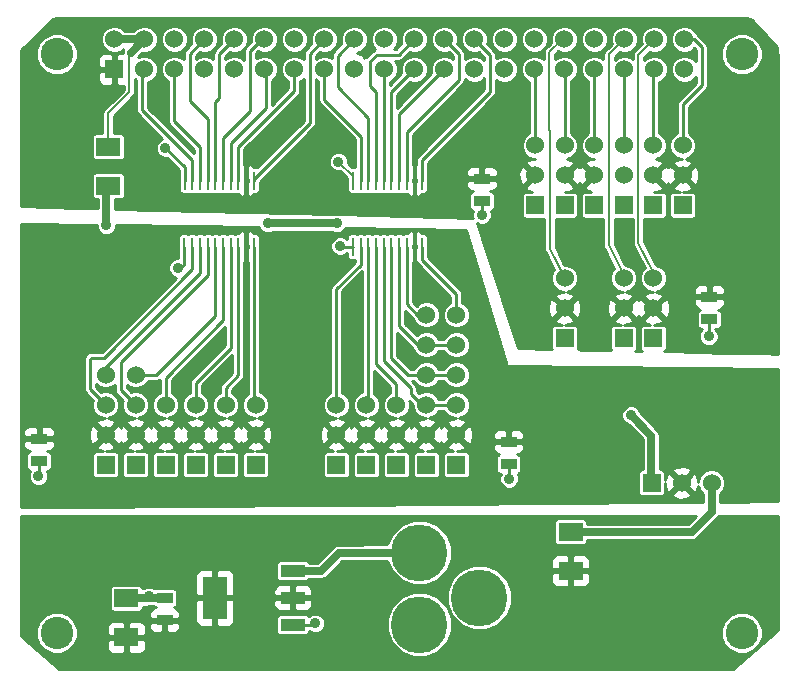
<source format=gtl>
G04 (created by PCBNEW (2013-05-31 BZR 4019)-stable) date 8/9/2014 12:33:10 AM*
%MOIN*%
G04 Gerber Fmt 3.4, Leading zero omitted, Abs format*
%FSLAX34Y34*%
G01*
G70*
G90*
G04 APERTURE LIST*
%ADD10C,0.00590551*%
%ADD11R,0.06X0.06*%
%ADD12C,0.06*%
%ADD13R,0.08X0.06*%
%ADD14R,0.00984252X0.0610236*%
%ADD15R,0.08X0.144*%
%ADD16R,0.08X0.04*%
%ADD17C,0.189*%
%ADD18R,0.055X0.035*%
%ADD19C,0.108268*%
%ADD20C,0.035*%
%ADD21C,0.01*%
%ADD22C,0.025*%
%ADD23C,0.008*%
G04 APERTURE END LIST*
G54D10*
G54D11*
X4007Y-15070D03*
G54D12*
X4007Y-14070D03*
X4007Y-13070D03*
X4007Y-12070D03*
G54D11*
X5007Y-15070D03*
G54D12*
X5007Y-14070D03*
X5007Y-13070D03*
G54D11*
X7007Y-15070D03*
G54D12*
X7007Y-14070D03*
X7007Y-13070D03*
G54D11*
X10696Y-15070D03*
G54D12*
X10696Y-14070D03*
X10696Y-13070D03*
G54D11*
X12696Y-15070D03*
G54D12*
X12696Y-14070D03*
X12696Y-13070D03*
G54D11*
X8007Y-15070D03*
G54D12*
X8007Y-14070D03*
X8007Y-13070D03*
G54D11*
X11696Y-15070D03*
G54D12*
X11696Y-14070D03*
X11696Y-13070D03*
G54D11*
X14696Y-15070D03*
G54D12*
X14696Y-14070D03*
X14696Y-13070D03*
X14696Y-12070D03*
X14696Y-11070D03*
X14696Y-10070D03*
G54D13*
X18503Y-18602D03*
X18503Y-17302D03*
G54D11*
X3007Y-15070D03*
G54D12*
X3007Y-14070D03*
X3007Y-13070D03*
X3007Y-12070D03*
G54D11*
X6007Y-15070D03*
G54D12*
X6007Y-14070D03*
X6007Y-13070D03*
G54D11*
X13696Y-15070D03*
G54D12*
X13696Y-14070D03*
X13696Y-13070D03*
X13696Y-12070D03*
X13696Y-11070D03*
X13696Y-10070D03*
G54D14*
X11240Y-7795D03*
X11505Y-7795D03*
X11761Y-7795D03*
X12017Y-7795D03*
X12273Y-7795D03*
X12529Y-7795D03*
X12785Y-7795D03*
X13041Y-7795D03*
X13297Y-7795D03*
X13553Y-7795D03*
X13553Y-5590D03*
X13297Y-5590D03*
X13041Y-5590D03*
X12785Y-5590D03*
X12529Y-5590D03*
X12273Y-5590D03*
X12017Y-5590D03*
X11761Y-5590D03*
X11505Y-5590D03*
X11250Y-5590D03*
X5629Y-7795D03*
X5895Y-7795D03*
X6151Y-7795D03*
X6407Y-7795D03*
X6663Y-7795D03*
X6919Y-7795D03*
X7175Y-7795D03*
X7431Y-7795D03*
X7687Y-7795D03*
X7942Y-7795D03*
X7942Y-5590D03*
X7687Y-5590D03*
X7431Y-5590D03*
X7175Y-5590D03*
X6919Y-5590D03*
X6663Y-5590D03*
X6407Y-5590D03*
X6151Y-5590D03*
X5895Y-5590D03*
X5639Y-5590D03*
G54D15*
X6650Y-19500D03*
G54D16*
X9250Y-19500D03*
X9250Y-18600D03*
X9250Y-20400D03*
G54D13*
X3691Y-20817D03*
X3691Y-19517D03*
X3090Y-4468D03*
X3090Y-5768D03*
G54D17*
X13464Y-20393D03*
X13464Y-17993D03*
X15464Y-19493D03*
G54D18*
X4971Y-20246D03*
X4971Y-19496D03*
X15551Y-5530D03*
X15551Y-6280D03*
X23129Y-9467D03*
X23129Y-10217D03*
X787Y-14941D03*
X787Y-14191D03*
X16437Y-15040D03*
X16437Y-14290D03*
G54D11*
X17322Y-6413D03*
G54D12*
X17322Y-5413D03*
X17322Y-4413D03*
G54D11*
X18307Y-6413D03*
G54D12*
X18307Y-5413D03*
X18307Y-4413D03*
G54D11*
X19291Y-6413D03*
G54D12*
X19291Y-5413D03*
X19291Y-4413D03*
G54D11*
X20275Y-6413D03*
G54D12*
X20275Y-5413D03*
X20275Y-4413D03*
G54D11*
X21259Y-6413D03*
G54D12*
X21259Y-5413D03*
X21259Y-4413D03*
G54D11*
X18307Y-10842D03*
G54D12*
X18307Y-9842D03*
X18307Y-8842D03*
G54D11*
X20275Y-10842D03*
G54D12*
X20275Y-9842D03*
X20275Y-8842D03*
G54D11*
X21259Y-10842D03*
G54D12*
X21259Y-9842D03*
X21259Y-8842D03*
G54D11*
X22244Y-6413D03*
G54D12*
X22244Y-5413D03*
X22244Y-4413D03*
G54D11*
X3295Y-1877D03*
G54D12*
X3295Y-877D03*
X8295Y-1877D03*
X4295Y-877D03*
X9295Y-1877D03*
X5295Y-877D03*
X10295Y-1877D03*
X6295Y-877D03*
X11295Y-1877D03*
X7295Y-877D03*
X12295Y-1877D03*
X8295Y-877D03*
X13295Y-1877D03*
X9295Y-877D03*
X14295Y-1877D03*
X10295Y-877D03*
X15295Y-1877D03*
X11295Y-877D03*
X16295Y-1877D03*
X12295Y-877D03*
X17295Y-1877D03*
X13295Y-877D03*
X18295Y-1877D03*
X14295Y-877D03*
X15295Y-877D03*
X19295Y-1877D03*
X16295Y-877D03*
X18295Y-877D03*
X19295Y-877D03*
X20295Y-877D03*
X21295Y-877D03*
X20295Y-1877D03*
X21295Y-1877D03*
X4295Y-1877D03*
X5295Y-1877D03*
X6295Y-1877D03*
X7295Y-1877D03*
X22295Y-1877D03*
X22295Y-877D03*
X17295Y-877D03*
G54D11*
X21204Y-15669D03*
G54D12*
X22204Y-15669D03*
X23204Y-15669D03*
G54D19*
X1377Y-1377D03*
X24212Y-1377D03*
X1377Y-20669D03*
X24212Y-20669D03*
G54D20*
X10157Y-3464D03*
X4440Y-19450D03*
X10000Y-20350D03*
X767Y-15452D03*
X23110Y-10787D03*
X10826Y-7775D03*
X15551Y-6732D03*
X16456Y-15531D03*
X5413Y-8503D03*
X10767Y-4960D03*
X5000Y-4507D03*
X8410Y-7020D03*
X3031Y-7086D03*
X10710Y-7020D03*
X20520Y-13410D03*
G54D21*
X7175Y-7795D02*
X7175Y-11171D01*
X6007Y-12338D02*
X6007Y-13070D01*
X7175Y-11171D02*
X6007Y-12338D01*
X6919Y-7795D02*
X6919Y-10246D01*
X5007Y-12157D02*
X5007Y-13070D01*
X6919Y-10246D02*
X5007Y-12157D01*
X11505Y-7795D02*
X11505Y-8395D01*
X10696Y-9204D02*
X10696Y-13070D01*
X11505Y-8395D02*
X10696Y-9204D01*
X7942Y-7795D02*
X7942Y-13005D01*
X7942Y-13005D02*
X8007Y-13070D01*
X11761Y-7795D02*
X11761Y-13005D01*
X11761Y-13005D02*
X11696Y-13070D01*
X12017Y-7795D02*
X12017Y-11702D01*
X12696Y-12381D02*
X12696Y-13070D01*
X12017Y-11702D02*
X12696Y-12381D01*
X7431Y-7795D02*
X7431Y-12076D01*
X7007Y-12500D02*
X7007Y-13070D01*
X7431Y-12076D02*
X7007Y-12500D01*
X6663Y-7795D02*
X6663Y-10108D01*
X4700Y-12070D02*
X4007Y-12070D01*
X6663Y-10108D02*
X4700Y-12070D01*
X6151Y-7795D02*
X6151Y-8671D01*
X3007Y-11814D02*
X3007Y-12070D01*
X6151Y-8671D02*
X3007Y-11814D01*
X5895Y-7795D02*
X5895Y-8553D01*
X2480Y-12543D02*
X3007Y-13070D01*
X2480Y-11555D02*
X2480Y-12543D01*
X2539Y-11496D02*
X2480Y-11555D01*
X2952Y-11496D02*
X2539Y-11496D01*
X5895Y-8553D02*
X2952Y-11496D01*
X13041Y-7795D02*
X13041Y-9714D01*
X13397Y-10070D02*
X13696Y-10070D01*
X13041Y-9714D02*
X13397Y-10070D01*
X13553Y-7795D02*
X13553Y-8238D01*
X14696Y-9381D02*
X14696Y-10070D01*
X13553Y-8238D02*
X14696Y-9381D01*
X13696Y-12070D02*
X14696Y-12070D01*
X12529Y-7795D02*
X12529Y-11505D01*
X13094Y-12070D02*
X13696Y-12070D01*
X12529Y-11505D02*
X13094Y-12070D01*
X13696Y-13070D02*
X14696Y-13070D01*
X12273Y-7795D02*
X12273Y-11604D01*
X13543Y-13070D02*
X13696Y-13070D01*
X13169Y-12696D02*
X13543Y-13070D01*
X13169Y-12500D02*
X13169Y-12696D01*
X12273Y-11604D02*
X13169Y-12500D01*
X12785Y-7795D02*
X12785Y-10442D01*
X13413Y-11070D02*
X13696Y-11070D01*
X12785Y-10442D02*
X13413Y-11070D01*
X13696Y-11070D02*
X14696Y-11070D01*
X6407Y-7795D02*
X6407Y-8750D01*
X3503Y-12566D02*
X4007Y-13070D01*
X3503Y-11653D02*
X3503Y-12566D01*
X6407Y-8750D02*
X3503Y-11653D01*
G54D22*
X4971Y-19496D02*
X4486Y-19496D01*
X4372Y-19517D02*
X4440Y-19450D01*
X4372Y-19517D02*
X3691Y-19517D01*
X4486Y-19496D02*
X4440Y-19450D01*
G54D21*
X9250Y-20400D02*
X9950Y-20400D01*
X9950Y-20400D02*
X10000Y-20350D01*
X787Y-14941D02*
X787Y-15433D01*
X787Y-15433D02*
X767Y-15452D01*
X23129Y-10217D02*
X23129Y-10767D01*
X23129Y-10767D02*
X23110Y-10787D01*
X11240Y-7795D02*
X10846Y-7795D01*
X10846Y-7795D02*
X10826Y-7775D01*
X15551Y-6280D02*
X15551Y-6732D01*
X16437Y-15040D02*
X16437Y-15511D01*
X16437Y-15511D02*
X16456Y-15531D01*
X3792Y-19527D02*
X3870Y-19448D01*
X3928Y-19506D02*
X3870Y-19448D01*
X5629Y-7795D02*
X5629Y-8385D01*
X5511Y-8503D02*
X5413Y-8503D01*
X5629Y-8385D02*
X5511Y-8503D01*
G54D23*
X18295Y-877D02*
X18236Y-877D01*
X17814Y-7858D02*
X18307Y-8842D01*
X17814Y-3917D02*
X17814Y-7858D01*
X17795Y-3897D02*
X17814Y-3917D01*
X17795Y-1318D02*
X17795Y-3897D01*
X18236Y-877D02*
X17795Y-1318D01*
G54D21*
X19291Y-4413D02*
X19291Y-1881D01*
X19291Y-1881D02*
X19295Y-1877D01*
G54D23*
X20275Y-8842D02*
X20275Y-8740D01*
X19783Y-1389D02*
X20295Y-877D01*
X19783Y-7755D02*
X19783Y-1389D01*
X20275Y-8740D02*
X19783Y-7755D01*
G54D21*
X7175Y-5590D02*
X7175Y-4340D01*
X8346Y-1929D02*
X8295Y-1877D01*
X8346Y-3169D02*
X8346Y-1929D01*
X7175Y-4340D02*
X8346Y-3169D01*
X8295Y-877D02*
X8216Y-877D01*
X6919Y-4183D02*
X6919Y-5590D01*
X7834Y-3267D02*
X6919Y-4183D01*
X7834Y-1259D02*
X7834Y-3267D01*
X8216Y-877D02*
X7834Y-1259D01*
X20275Y-4413D02*
X20275Y-1897D01*
X20275Y-1897D02*
X20295Y-1877D01*
G54D23*
X21259Y-8842D02*
X21259Y-8641D01*
X20767Y-1405D02*
X21295Y-877D01*
X20767Y-7657D02*
X20767Y-1405D01*
X21259Y-8641D02*
X20767Y-7657D01*
G54D21*
X22244Y-4413D02*
X22244Y-3051D01*
X22610Y-877D02*
X22295Y-877D01*
X22874Y-1141D02*
X22610Y-877D01*
X22874Y-2421D02*
X22874Y-1141D01*
X22244Y-3051D02*
X22874Y-2421D01*
X11505Y-5590D02*
X11505Y-4124D01*
X10295Y-2913D02*
X10295Y-1877D01*
X11505Y-4124D02*
X10295Y-2913D01*
X7942Y-5590D02*
X7942Y-5541D01*
X9803Y-1370D02*
X10295Y-877D01*
X9803Y-3681D02*
X9803Y-1370D01*
X7942Y-5541D02*
X9803Y-3681D01*
X11761Y-5590D02*
X11761Y-3494D01*
X10748Y-1425D02*
X11295Y-877D01*
X10748Y-2480D02*
X10748Y-1425D01*
X11761Y-3494D02*
X10748Y-2480D01*
X12017Y-5590D02*
X12017Y-2627D01*
X12775Y-1397D02*
X13295Y-877D01*
X12047Y-1397D02*
X12775Y-1397D01*
X11830Y-1614D02*
X12047Y-1397D01*
X11830Y-2440D02*
X11830Y-1614D01*
X12017Y-2627D02*
X11830Y-2440D01*
X21259Y-4413D02*
X21259Y-1913D01*
X21259Y-1913D02*
X21295Y-1877D01*
X7431Y-5590D02*
X7431Y-4458D01*
X9295Y-2594D02*
X9295Y-1877D01*
X7431Y-4458D02*
X9295Y-2594D01*
G54D23*
X11250Y-5442D02*
X11250Y-5590D01*
X10767Y-4960D02*
X11250Y-5442D01*
G54D21*
X5639Y-5147D02*
X5639Y-5590D01*
X5000Y-4507D02*
X5639Y-5147D01*
X17322Y-4413D02*
X17322Y-1905D01*
X17322Y-1905D02*
X17295Y-1877D01*
X18307Y-4413D02*
X18307Y-1889D01*
X18307Y-1889D02*
X18295Y-1877D01*
G54D22*
X3846Y-1326D02*
X4295Y-877D01*
X3295Y-877D02*
X4295Y-877D01*
G54D23*
X3090Y-4468D02*
X3090Y-3346D01*
X3799Y-1374D02*
X3846Y-1326D01*
X3799Y-2637D02*
X3799Y-1374D01*
X3090Y-3346D02*
X3799Y-2637D01*
G54D22*
X3031Y-7086D02*
X3031Y-5827D01*
X3031Y-5827D02*
X3090Y-5768D01*
X10710Y-7020D02*
X8410Y-7020D01*
X21200Y-14090D02*
X20520Y-13410D01*
X21200Y-15700D02*
X21200Y-14090D01*
G54D21*
X6663Y-5590D02*
X6663Y-2982D01*
X6791Y-1381D02*
X7295Y-877D01*
X6791Y-2854D02*
X6791Y-1381D01*
X6663Y-2982D02*
X6791Y-2854D01*
X6151Y-5590D02*
X6151Y-4478D01*
X5295Y-3622D02*
X5295Y-1877D01*
X6151Y-4478D02*
X5295Y-3622D01*
X5895Y-5590D02*
X5895Y-4911D01*
X4232Y-1940D02*
X4295Y-1877D01*
X4232Y-3248D02*
X4232Y-1940D01*
X5895Y-4911D02*
X4232Y-3248D01*
X13041Y-5590D02*
X13041Y-3986D01*
X14783Y-1366D02*
X14295Y-877D01*
X14783Y-2244D02*
X14783Y-1366D01*
X13041Y-3986D02*
X14783Y-2244D01*
X13553Y-5590D02*
X13553Y-4911D01*
X15826Y-1409D02*
X15295Y-877D01*
X15826Y-2637D02*
X15826Y-1409D01*
X13553Y-4911D02*
X15826Y-2637D01*
X12529Y-5590D02*
X12529Y-2643D01*
X12529Y-2643D02*
X13295Y-1877D01*
X12273Y-5590D02*
X12273Y-1899D01*
X12273Y-1899D02*
X12295Y-1877D01*
X12785Y-5590D02*
X12785Y-3387D01*
X12785Y-3387D02*
X14295Y-1877D01*
X6407Y-5590D02*
X6407Y-3553D01*
X5807Y-1366D02*
X6295Y-877D01*
X5807Y-2952D02*
X5807Y-1366D01*
X6407Y-3553D02*
X5807Y-2952D01*
G54D22*
X18503Y-17302D02*
X22539Y-17302D01*
X23204Y-16637D02*
X23204Y-15669D01*
X22539Y-17302D02*
X23204Y-16637D01*
X13464Y-17993D02*
X10780Y-18000D01*
X10180Y-18600D02*
X9250Y-18600D01*
X10780Y-18000D02*
X10180Y-18600D01*
G54D10*
G36*
X11371Y-1883D02*
X11300Y-1954D01*
X11295Y-1948D01*
X11289Y-1954D01*
X11218Y-1883D01*
X11224Y-1877D01*
X11218Y-1872D01*
X11289Y-1801D01*
X11295Y-1807D01*
X11300Y-1801D01*
X11371Y-1872D01*
X11365Y-1877D01*
X11371Y-1883D01*
X11371Y-1883D01*
G37*
G54D21*
X11371Y-1883D02*
X11300Y-1954D01*
X11295Y-1948D01*
X11289Y-1954D01*
X11218Y-1883D01*
X11224Y-1877D01*
X11218Y-1872D01*
X11289Y-1801D01*
X11295Y-1807D01*
X11300Y-1801D01*
X11371Y-1872D01*
X11365Y-1877D01*
X11371Y-1883D01*
G54D10*
G36*
X20351Y-5418D02*
X20281Y-5489D01*
X20275Y-5484D01*
X20270Y-5489D01*
X20199Y-5418D01*
X20204Y-5413D01*
X20199Y-5407D01*
X20270Y-5337D01*
X20275Y-5342D01*
X20281Y-5337D01*
X20351Y-5407D01*
X20346Y-5413D01*
X20351Y-5418D01*
X20351Y-5418D01*
G37*
G54D21*
X20351Y-5418D02*
X20281Y-5489D01*
X20275Y-5484D01*
X20270Y-5489D01*
X20199Y-5418D01*
X20204Y-5413D01*
X20199Y-5407D01*
X20270Y-5337D01*
X20275Y-5342D01*
X20281Y-5337D01*
X20351Y-5407D01*
X20346Y-5413D01*
X20351Y-5418D01*
G54D10*
G36*
X25420Y-11363D02*
X24904Y-11352D01*
X24904Y-1241D01*
X24799Y-986D01*
X24604Y-792D01*
X24350Y-686D01*
X24075Y-686D01*
X23821Y-791D01*
X23626Y-985D01*
X23521Y-1239D01*
X23521Y-1514D01*
X23626Y-1769D01*
X23820Y-1963D01*
X24074Y-2069D01*
X24349Y-2069D01*
X24603Y-1964D01*
X24798Y-1770D01*
X24903Y-1516D01*
X24904Y-1241D01*
X24904Y-11352D01*
X23654Y-11326D01*
X23654Y-9692D01*
X23654Y-9243D01*
X23616Y-9151D01*
X23546Y-9080D01*
X23454Y-9042D01*
X23355Y-9042D01*
X23242Y-9042D01*
X23179Y-9105D01*
X23179Y-9417D01*
X23592Y-9417D01*
X23654Y-9355D01*
X23654Y-9243D01*
X23654Y-9692D01*
X23654Y-9580D01*
X23592Y-9517D01*
X23179Y-9517D01*
X23179Y-9525D01*
X23079Y-9525D01*
X23079Y-9517D01*
X23079Y-9417D01*
X23079Y-9105D01*
X23074Y-9099D01*
X23074Y-2421D01*
X23074Y-1141D01*
X23058Y-1065D01*
X23058Y-1065D01*
X23015Y-1000D01*
X22751Y-736D01*
X22713Y-710D01*
X22676Y-623D01*
X22550Y-496D01*
X22385Y-428D01*
X22206Y-427D01*
X22040Y-496D01*
X21914Y-622D01*
X21845Y-788D01*
X21845Y-967D01*
X21913Y-1132D01*
X22040Y-1259D01*
X22205Y-1327D01*
X22384Y-1328D01*
X22549Y-1259D01*
X22629Y-1180D01*
X22674Y-1224D01*
X22674Y-1620D01*
X22550Y-1496D01*
X22385Y-1428D01*
X22206Y-1427D01*
X22040Y-1496D01*
X21914Y-1622D01*
X21845Y-1788D01*
X21845Y-1967D01*
X21913Y-2132D01*
X22040Y-2259D01*
X22205Y-2327D01*
X22384Y-2328D01*
X22549Y-2259D01*
X22674Y-2135D01*
X22674Y-2338D01*
X22102Y-2909D01*
X22059Y-2974D01*
X22044Y-3051D01*
X22044Y-4009D01*
X21989Y-4031D01*
X21862Y-4158D01*
X21794Y-4323D01*
X21794Y-4502D01*
X21862Y-4667D01*
X21988Y-4794D01*
X22154Y-4863D01*
X22230Y-4863D01*
X22107Y-4869D01*
X21956Y-4932D01*
X21928Y-5027D01*
X22244Y-5342D01*
X22559Y-5027D01*
X22531Y-4932D01*
X22336Y-4862D01*
X22498Y-4795D01*
X22625Y-4668D01*
X22694Y-4503D01*
X22694Y-4324D01*
X22625Y-4158D01*
X22499Y-4032D01*
X22444Y-4009D01*
X22444Y-3134D01*
X23015Y-2562D01*
X23015Y-2562D01*
X23044Y-2519D01*
X23058Y-2497D01*
X23058Y-2497D01*
X23074Y-2421D01*
X23074Y-2421D01*
X23074Y-9099D01*
X23017Y-9042D01*
X22904Y-9042D01*
X22804Y-9042D01*
X22798Y-9045D01*
X22798Y-5495D01*
X22787Y-5276D01*
X22725Y-5125D01*
X22630Y-5098D01*
X22314Y-5413D01*
X22630Y-5728D01*
X22725Y-5701D01*
X22798Y-5495D01*
X22798Y-9045D01*
X22713Y-9080D01*
X22694Y-9099D01*
X22694Y-6683D01*
X22694Y-6083D01*
X22671Y-6028D01*
X22629Y-5986D01*
X22574Y-5963D01*
X22514Y-5963D01*
X22258Y-5963D01*
X22380Y-5957D01*
X22531Y-5894D01*
X22559Y-5799D01*
X22244Y-5484D01*
X22173Y-5554D01*
X22173Y-5413D01*
X21858Y-5098D01*
X21762Y-5125D01*
X21752Y-5153D01*
X21745Y-5135D01*
X21745Y-1788D01*
X21676Y-1623D01*
X21550Y-1496D01*
X21385Y-1428D01*
X21206Y-1427D01*
X21040Y-1496D01*
X20957Y-1579D01*
X20957Y-1484D01*
X21140Y-1301D01*
X21205Y-1327D01*
X21384Y-1328D01*
X21549Y-1259D01*
X21676Y-1133D01*
X21745Y-967D01*
X21745Y-788D01*
X21676Y-623D01*
X21550Y-496D01*
X21385Y-428D01*
X21206Y-427D01*
X21040Y-496D01*
X20914Y-622D01*
X20845Y-788D01*
X20845Y-967D01*
X20872Y-1032D01*
X20633Y-1271D01*
X20592Y-1332D01*
X20577Y-1405D01*
X20577Y-1523D01*
X20550Y-1496D01*
X20385Y-1428D01*
X20206Y-1427D01*
X20040Y-1496D01*
X19973Y-1563D01*
X19973Y-1468D01*
X20140Y-1301D01*
X20205Y-1327D01*
X20384Y-1328D01*
X20549Y-1259D01*
X20676Y-1133D01*
X20745Y-967D01*
X20745Y-788D01*
X20676Y-623D01*
X20550Y-496D01*
X20385Y-428D01*
X20206Y-427D01*
X20040Y-496D01*
X19914Y-622D01*
X19845Y-788D01*
X19845Y-967D01*
X19872Y-1032D01*
X19745Y-1159D01*
X19745Y-788D01*
X19676Y-623D01*
X19550Y-496D01*
X19385Y-428D01*
X19206Y-427D01*
X19040Y-496D01*
X18914Y-622D01*
X18845Y-788D01*
X18845Y-967D01*
X18913Y-1132D01*
X19040Y-1259D01*
X19205Y-1327D01*
X19384Y-1328D01*
X19549Y-1259D01*
X19676Y-1133D01*
X19745Y-967D01*
X19745Y-788D01*
X19745Y-1159D01*
X19649Y-1255D01*
X19607Y-1317D01*
X19593Y-1389D01*
X19593Y-1539D01*
X19550Y-1496D01*
X19385Y-1428D01*
X19206Y-1427D01*
X19040Y-1496D01*
X18914Y-1622D01*
X18845Y-1788D01*
X18845Y-1967D01*
X18913Y-2132D01*
X19040Y-2259D01*
X19091Y-2280D01*
X19091Y-4009D01*
X19036Y-4031D01*
X18910Y-4158D01*
X18841Y-4323D01*
X18841Y-4502D01*
X18909Y-4667D01*
X19036Y-4794D01*
X19201Y-4863D01*
X19277Y-4863D01*
X19154Y-4869D01*
X19003Y-4932D01*
X18976Y-5027D01*
X19291Y-5342D01*
X19296Y-5337D01*
X19367Y-5407D01*
X19362Y-5413D01*
X19367Y-5418D01*
X19296Y-5489D01*
X19291Y-5484D01*
X19220Y-5554D01*
X19220Y-5413D01*
X18905Y-5098D01*
X18810Y-5125D01*
X18800Y-5153D01*
X18788Y-5125D01*
X18692Y-5098D01*
X18377Y-5413D01*
X18692Y-5728D01*
X18788Y-5701D01*
X18798Y-5673D01*
X18810Y-5701D01*
X18905Y-5728D01*
X19220Y-5413D01*
X19220Y-5554D01*
X18976Y-5799D01*
X19003Y-5894D01*
X19196Y-5963D01*
X18961Y-5963D01*
X18906Y-5986D01*
X18864Y-6028D01*
X18841Y-6083D01*
X18841Y-6143D01*
X18841Y-6743D01*
X18864Y-6798D01*
X18906Y-6840D01*
X18961Y-6863D01*
X19021Y-6863D01*
X19593Y-6863D01*
X19593Y-7755D01*
X19594Y-7762D01*
X19593Y-7769D01*
X19601Y-7798D01*
X19607Y-7828D01*
X19611Y-7834D01*
X19613Y-7840D01*
X19956Y-8525D01*
X19894Y-8587D01*
X19825Y-8752D01*
X19825Y-8931D01*
X19893Y-9097D01*
X20020Y-9223D01*
X20185Y-9292D01*
X20262Y-9292D01*
X20138Y-9298D01*
X19987Y-9361D01*
X19960Y-9456D01*
X20275Y-9771D01*
X20590Y-9456D01*
X20563Y-9361D01*
X20367Y-9291D01*
X20530Y-9224D01*
X20656Y-9097D01*
X20725Y-8932D01*
X20725Y-8753D01*
X20657Y-8587D01*
X20530Y-8461D01*
X20365Y-8392D01*
X20314Y-8392D01*
X19973Y-7710D01*
X19973Y-6863D01*
X20005Y-6863D01*
X20577Y-6863D01*
X20577Y-7657D01*
X20579Y-7664D01*
X20578Y-7671D01*
X20586Y-7700D01*
X20592Y-7730D01*
X20596Y-7735D01*
X20597Y-7742D01*
X20973Y-8492D01*
X20878Y-8587D01*
X20809Y-8752D01*
X20809Y-8931D01*
X20878Y-9097D01*
X21004Y-9223D01*
X21169Y-9292D01*
X21246Y-9292D01*
X21123Y-9298D01*
X20971Y-9361D01*
X20944Y-9456D01*
X21259Y-9771D01*
X21575Y-9456D01*
X21547Y-9361D01*
X21351Y-9291D01*
X21514Y-9224D01*
X21641Y-9097D01*
X21709Y-8932D01*
X21709Y-8753D01*
X21641Y-8587D01*
X21515Y-8461D01*
X21349Y-8392D01*
X21348Y-8392D01*
X20957Y-7612D01*
X20957Y-6863D01*
X20989Y-6863D01*
X21589Y-6863D01*
X21644Y-6840D01*
X21686Y-6798D01*
X21709Y-6743D01*
X21709Y-6683D01*
X21709Y-6083D01*
X21687Y-6028D01*
X21644Y-5986D01*
X21589Y-5963D01*
X21530Y-5963D01*
X21274Y-5963D01*
X21396Y-5957D01*
X21547Y-5894D01*
X21575Y-5799D01*
X21259Y-5484D01*
X21254Y-5489D01*
X21183Y-5418D01*
X21189Y-5413D01*
X21183Y-5407D01*
X21254Y-5337D01*
X21259Y-5342D01*
X21575Y-5027D01*
X21547Y-4932D01*
X21351Y-4862D01*
X21514Y-4795D01*
X21641Y-4668D01*
X21709Y-4503D01*
X21709Y-4324D01*
X21641Y-4158D01*
X21515Y-4032D01*
X21459Y-4009D01*
X21459Y-2296D01*
X21549Y-2259D01*
X21676Y-2133D01*
X21745Y-1967D01*
X21745Y-1788D01*
X21745Y-5135D01*
X21741Y-5125D01*
X21645Y-5098D01*
X21330Y-5413D01*
X21645Y-5728D01*
X21741Y-5701D01*
X21751Y-5673D01*
X21762Y-5701D01*
X21858Y-5728D01*
X22173Y-5413D01*
X22173Y-5554D01*
X21928Y-5799D01*
X21956Y-5894D01*
X22148Y-5963D01*
X21914Y-5963D01*
X21859Y-5986D01*
X21817Y-6028D01*
X21794Y-6083D01*
X21794Y-6143D01*
X21794Y-6743D01*
X21816Y-6798D01*
X21859Y-6840D01*
X21914Y-6863D01*
X21973Y-6863D01*
X22573Y-6863D01*
X22628Y-6840D01*
X22671Y-6798D01*
X22694Y-6743D01*
X22694Y-6683D01*
X22694Y-9099D01*
X22642Y-9151D01*
X22604Y-9243D01*
X22604Y-9355D01*
X22667Y-9417D01*
X23079Y-9417D01*
X23079Y-9517D01*
X22667Y-9517D01*
X22604Y-9580D01*
X22604Y-9692D01*
X22642Y-9783D01*
X22713Y-9854D01*
X22804Y-9892D01*
X22825Y-9892D01*
X22825Y-9892D01*
X22770Y-9915D01*
X22727Y-9957D01*
X22704Y-10012D01*
X22704Y-10072D01*
X22704Y-10422D01*
X22727Y-10477D01*
X22769Y-10519D01*
X22824Y-10542D01*
X22884Y-10542D01*
X22895Y-10542D01*
X22834Y-10603D01*
X22785Y-10722D01*
X22785Y-10851D01*
X22834Y-10971D01*
X22925Y-11062D01*
X23045Y-11112D01*
X23174Y-11112D01*
X23294Y-11063D01*
X23385Y-10971D01*
X23435Y-10852D01*
X23435Y-10723D01*
X23385Y-10603D01*
X23329Y-10547D01*
X23329Y-10542D01*
X23434Y-10542D01*
X23489Y-10519D01*
X23532Y-10477D01*
X23554Y-10422D01*
X23554Y-10362D01*
X23554Y-10012D01*
X23532Y-9957D01*
X23490Y-9915D01*
X23434Y-9892D01*
X23404Y-9892D01*
X23454Y-9892D01*
X23546Y-9854D01*
X23616Y-9783D01*
X23654Y-9692D01*
X23654Y-11326D01*
X21814Y-11287D01*
X21814Y-9924D01*
X21803Y-9705D01*
X21741Y-9554D01*
X21645Y-9527D01*
X21330Y-9842D01*
X21645Y-10157D01*
X21741Y-10130D01*
X21814Y-9924D01*
X21814Y-11287D01*
X21611Y-11283D01*
X21644Y-11269D01*
X21686Y-11227D01*
X21709Y-11172D01*
X21709Y-11112D01*
X21709Y-10512D01*
X21687Y-10457D01*
X21644Y-10415D01*
X21589Y-10392D01*
X21530Y-10392D01*
X21274Y-10392D01*
X21396Y-10386D01*
X21547Y-10323D01*
X21575Y-10228D01*
X21259Y-9913D01*
X21189Y-9983D01*
X21189Y-9842D01*
X20873Y-9527D01*
X20778Y-9554D01*
X20768Y-9582D01*
X20756Y-9554D01*
X20661Y-9527D01*
X20346Y-9842D01*
X20661Y-10157D01*
X20756Y-10130D01*
X20766Y-10102D01*
X20778Y-10130D01*
X20873Y-10157D01*
X21189Y-9842D01*
X21189Y-9983D01*
X20944Y-10228D01*
X20971Y-10323D01*
X21164Y-10392D01*
X20930Y-10392D01*
X20874Y-10415D01*
X20832Y-10457D01*
X20809Y-10512D01*
X20809Y-10572D01*
X20809Y-11172D01*
X20832Y-11227D01*
X20873Y-11267D01*
X20666Y-11263D01*
X20702Y-11227D01*
X20725Y-11172D01*
X20725Y-11112D01*
X20725Y-10512D01*
X20702Y-10457D01*
X20660Y-10415D01*
X20605Y-10392D01*
X20545Y-10392D01*
X20289Y-10392D01*
X20412Y-10386D01*
X20563Y-10323D01*
X20590Y-10228D01*
X20275Y-9913D01*
X20204Y-9983D01*
X20204Y-9842D01*
X19889Y-9527D01*
X19794Y-9554D01*
X19720Y-9760D01*
X19731Y-9979D01*
X19794Y-10130D01*
X19889Y-10157D01*
X20204Y-9842D01*
X20204Y-9983D01*
X19960Y-10228D01*
X19987Y-10323D01*
X20180Y-10392D01*
X19945Y-10392D01*
X19890Y-10415D01*
X19848Y-10457D01*
X19825Y-10512D01*
X19825Y-10572D01*
X19825Y-11172D01*
X19848Y-11227D01*
X19867Y-11246D01*
X18861Y-11225D01*
X18861Y-9924D01*
X18850Y-9705D01*
X18788Y-9554D01*
X18757Y-9545D01*
X18757Y-8753D01*
X18688Y-8587D01*
X18562Y-8461D01*
X18396Y-8392D01*
X18294Y-8392D01*
X18004Y-7813D01*
X18004Y-6863D01*
X18036Y-6863D01*
X18636Y-6863D01*
X18691Y-6840D01*
X18734Y-6798D01*
X18757Y-6743D01*
X18757Y-6683D01*
X18757Y-6083D01*
X18734Y-6028D01*
X18692Y-5986D01*
X18637Y-5963D01*
X18577Y-5963D01*
X18321Y-5963D01*
X18443Y-5957D01*
X18594Y-5894D01*
X18622Y-5799D01*
X18307Y-5484D01*
X18301Y-5489D01*
X18230Y-5418D01*
X18236Y-5413D01*
X18230Y-5407D01*
X18301Y-5337D01*
X18307Y-5342D01*
X18622Y-5027D01*
X18594Y-4932D01*
X18399Y-4862D01*
X18561Y-4795D01*
X18688Y-4668D01*
X18757Y-4503D01*
X18757Y-4324D01*
X18688Y-4158D01*
X18562Y-4032D01*
X18507Y-4009D01*
X18507Y-2277D01*
X18549Y-2259D01*
X18676Y-2133D01*
X18745Y-1967D01*
X18745Y-1788D01*
X18676Y-1623D01*
X18550Y-1496D01*
X18385Y-1428D01*
X18206Y-1427D01*
X18040Y-1496D01*
X17985Y-1551D01*
X17985Y-1397D01*
X18099Y-1283D01*
X18205Y-1327D01*
X18384Y-1328D01*
X18549Y-1259D01*
X18676Y-1133D01*
X18745Y-967D01*
X18745Y-788D01*
X18676Y-623D01*
X18550Y-496D01*
X18385Y-428D01*
X18206Y-427D01*
X18040Y-496D01*
X17914Y-622D01*
X17845Y-788D01*
X17845Y-967D01*
X17854Y-990D01*
X17745Y-1100D01*
X17745Y-788D01*
X17676Y-623D01*
X17550Y-496D01*
X17385Y-428D01*
X17206Y-427D01*
X17040Y-496D01*
X16914Y-622D01*
X16845Y-788D01*
X16845Y-967D01*
X16913Y-1132D01*
X17040Y-1259D01*
X17205Y-1327D01*
X17384Y-1328D01*
X17549Y-1259D01*
X17676Y-1133D01*
X17745Y-967D01*
X17745Y-788D01*
X17745Y-1100D01*
X17660Y-1184D01*
X17619Y-1246D01*
X17605Y-1318D01*
X17605Y-1551D01*
X17550Y-1496D01*
X17385Y-1428D01*
X17206Y-1427D01*
X17040Y-1496D01*
X16914Y-1622D01*
X16845Y-1788D01*
X16845Y-1967D01*
X16913Y-2132D01*
X17040Y-2259D01*
X17122Y-2293D01*
X17122Y-4009D01*
X17068Y-4031D01*
X16941Y-4158D01*
X16872Y-4323D01*
X16872Y-4502D01*
X16941Y-4667D01*
X17067Y-4794D01*
X17232Y-4863D01*
X17309Y-4863D01*
X17186Y-4869D01*
X17034Y-4932D01*
X17007Y-5027D01*
X17322Y-5342D01*
X17328Y-5337D01*
X17399Y-5407D01*
X17393Y-5413D01*
X17399Y-5418D01*
X17328Y-5489D01*
X17322Y-5484D01*
X17252Y-5554D01*
X17252Y-5413D01*
X16936Y-5098D01*
X16841Y-5125D01*
X16768Y-5331D01*
X16778Y-5550D01*
X16841Y-5701D01*
X16936Y-5728D01*
X17252Y-5413D01*
X17252Y-5554D01*
X17007Y-5799D01*
X17034Y-5894D01*
X17227Y-5963D01*
X16993Y-5963D01*
X16937Y-5986D01*
X16895Y-6028D01*
X16872Y-6083D01*
X16872Y-6143D01*
X16872Y-6743D01*
X16895Y-6798D01*
X16937Y-6840D01*
X16992Y-6863D01*
X17052Y-6863D01*
X17624Y-6863D01*
X17624Y-7858D01*
X17626Y-7865D01*
X17625Y-7871D01*
X17633Y-7901D01*
X17639Y-7930D01*
X17643Y-7936D01*
X17645Y-7943D01*
X17953Y-8559D01*
X17925Y-8587D01*
X17857Y-8752D01*
X17857Y-8931D01*
X17925Y-9097D01*
X18051Y-9223D01*
X18217Y-9292D01*
X18293Y-9292D01*
X18170Y-9298D01*
X18019Y-9361D01*
X17991Y-9456D01*
X18307Y-9771D01*
X18622Y-9456D01*
X18594Y-9361D01*
X18399Y-9291D01*
X18561Y-9224D01*
X18688Y-9097D01*
X18757Y-8932D01*
X18757Y-8753D01*
X18757Y-9545D01*
X18692Y-9527D01*
X18377Y-9842D01*
X18692Y-10157D01*
X18788Y-10130D01*
X18861Y-9924D01*
X18861Y-11225D01*
X18736Y-11222D01*
X18757Y-11172D01*
X18757Y-11112D01*
X18757Y-10512D01*
X18734Y-10457D01*
X18692Y-10415D01*
X18637Y-10392D01*
X18577Y-10392D01*
X18321Y-10392D01*
X18443Y-10386D01*
X18594Y-10323D01*
X18622Y-10228D01*
X18307Y-9913D01*
X18236Y-9983D01*
X18236Y-9842D01*
X17921Y-9527D01*
X17825Y-9554D01*
X17752Y-9760D01*
X17763Y-9979D01*
X17825Y-10130D01*
X17921Y-10157D01*
X18236Y-9842D01*
X18236Y-9983D01*
X17991Y-10228D01*
X18019Y-10323D01*
X18211Y-10392D01*
X17977Y-10392D01*
X17922Y-10415D01*
X17879Y-10457D01*
X17857Y-10512D01*
X17857Y-10572D01*
X17857Y-11172D01*
X17870Y-11204D01*
X16745Y-11180D01*
X16745Y-1788D01*
X16745Y-788D01*
X16676Y-623D01*
X16550Y-496D01*
X16385Y-428D01*
X16206Y-427D01*
X16040Y-496D01*
X15914Y-622D01*
X15845Y-788D01*
X15845Y-967D01*
X15913Y-1132D01*
X16040Y-1259D01*
X16205Y-1327D01*
X16384Y-1328D01*
X16549Y-1259D01*
X16676Y-1133D01*
X16745Y-967D01*
X16745Y-788D01*
X16745Y-1788D01*
X16676Y-1623D01*
X16550Y-1496D01*
X16385Y-1428D01*
X16206Y-1427D01*
X16040Y-1496D01*
X16026Y-1510D01*
X16026Y-1409D01*
X16014Y-1345D01*
X16011Y-1332D01*
X16011Y-1332D01*
X15968Y-1268D01*
X15722Y-1022D01*
X15745Y-967D01*
X15745Y-788D01*
X15676Y-623D01*
X15550Y-496D01*
X15385Y-428D01*
X15206Y-427D01*
X15040Y-496D01*
X14914Y-622D01*
X14845Y-788D01*
X14845Y-967D01*
X14913Y-1132D01*
X15040Y-1259D01*
X15205Y-1327D01*
X15384Y-1328D01*
X15439Y-1305D01*
X15626Y-1492D01*
X15626Y-1573D01*
X15550Y-1496D01*
X15385Y-1428D01*
X15206Y-1427D01*
X15040Y-1496D01*
X14983Y-1553D01*
X14983Y-1366D01*
X14983Y-1366D01*
X14968Y-1289D01*
X14968Y-1289D01*
X14953Y-1268D01*
X14924Y-1224D01*
X14924Y-1224D01*
X14722Y-1022D01*
X14745Y-967D01*
X14745Y-788D01*
X14676Y-623D01*
X14550Y-496D01*
X14385Y-428D01*
X14206Y-427D01*
X14040Y-496D01*
X13914Y-622D01*
X13845Y-788D01*
X13845Y-967D01*
X13913Y-1132D01*
X14040Y-1259D01*
X14205Y-1327D01*
X14384Y-1328D01*
X14439Y-1305D01*
X14583Y-1448D01*
X14583Y-1529D01*
X14550Y-1496D01*
X14385Y-1428D01*
X14206Y-1427D01*
X14040Y-1496D01*
X13914Y-1622D01*
X13845Y-1788D01*
X13845Y-1967D01*
X13868Y-2022D01*
X12729Y-3160D01*
X12729Y-2726D01*
X13150Y-2305D01*
X13205Y-2327D01*
X13384Y-2328D01*
X13549Y-2259D01*
X13676Y-2133D01*
X13745Y-1967D01*
X13745Y-1788D01*
X13676Y-1623D01*
X13550Y-1496D01*
X13385Y-1428D01*
X13206Y-1427D01*
X13040Y-1496D01*
X12914Y-1622D01*
X12845Y-1788D01*
X12845Y-1967D01*
X12868Y-2022D01*
X12473Y-2416D01*
X12473Y-2291D01*
X12549Y-2259D01*
X12676Y-2133D01*
X12745Y-1967D01*
X12745Y-1788D01*
X12676Y-1623D01*
X12651Y-1597D01*
X12775Y-1597D01*
X12852Y-1582D01*
X12917Y-1539D01*
X13150Y-1305D01*
X13205Y-1327D01*
X13384Y-1328D01*
X13549Y-1259D01*
X13676Y-1133D01*
X13745Y-967D01*
X13745Y-788D01*
X13676Y-623D01*
X13550Y-496D01*
X13385Y-428D01*
X13206Y-427D01*
X13040Y-496D01*
X12914Y-622D01*
X12845Y-788D01*
X12845Y-967D01*
X12868Y-1022D01*
X12692Y-1197D01*
X12611Y-1197D01*
X12676Y-1133D01*
X12745Y-967D01*
X12745Y-788D01*
X12676Y-623D01*
X12550Y-496D01*
X12385Y-428D01*
X12206Y-427D01*
X12040Y-496D01*
X11914Y-622D01*
X11845Y-788D01*
X11845Y-967D01*
X11913Y-1132D01*
X11989Y-1209D01*
X11970Y-1212D01*
X11949Y-1227D01*
X11905Y-1256D01*
X11689Y-1472D01*
X11686Y-1477D01*
X11655Y-1446D01*
X11610Y-1492D01*
X11583Y-1396D01*
X11387Y-1326D01*
X11549Y-1259D01*
X11676Y-1133D01*
X11745Y-967D01*
X11745Y-788D01*
X11676Y-623D01*
X11550Y-496D01*
X11385Y-428D01*
X11206Y-427D01*
X11040Y-496D01*
X10914Y-622D01*
X10845Y-788D01*
X10845Y-967D01*
X10868Y-1022D01*
X10606Y-1283D01*
X10563Y-1348D01*
X10548Y-1425D01*
X10548Y-1495D01*
X10385Y-1428D01*
X10206Y-1427D01*
X10040Y-1496D01*
X10003Y-1533D01*
X10003Y-1452D01*
X10150Y-1305D01*
X10205Y-1327D01*
X10384Y-1328D01*
X10549Y-1259D01*
X10676Y-1133D01*
X10745Y-967D01*
X10745Y-788D01*
X10676Y-623D01*
X10550Y-496D01*
X10385Y-428D01*
X10206Y-427D01*
X10040Y-496D01*
X9914Y-622D01*
X9845Y-788D01*
X9845Y-967D01*
X9868Y-1022D01*
X9745Y-1145D01*
X9745Y-788D01*
X9676Y-623D01*
X9550Y-496D01*
X9385Y-428D01*
X9206Y-427D01*
X9040Y-496D01*
X8914Y-622D01*
X8845Y-788D01*
X8845Y-967D01*
X8913Y-1132D01*
X9040Y-1259D01*
X9205Y-1327D01*
X9384Y-1328D01*
X9549Y-1259D01*
X9676Y-1133D01*
X9745Y-967D01*
X9745Y-788D01*
X9745Y-1145D01*
X9661Y-1228D01*
X9618Y-1293D01*
X9603Y-1370D01*
X9603Y-1549D01*
X9550Y-1496D01*
X9385Y-1428D01*
X9206Y-1427D01*
X9040Y-1496D01*
X8914Y-1622D01*
X8845Y-1788D01*
X8845Y-1967D01*
X8913Y-2132D01*
X9040Y-2259D01*
X9095Y-2282D01*
X9095Y-2511D01*
X8546Y-3060D01*
X8546Y-2261D01*
X8549Y-2259D01*
X8676Y-2133D01*
X8745Y-1967D01*
X8745Y-1788D01*
X8676Y-1623D01*
X8550Y-1496D01*
X8385Y-1428D01*
X8206Y-1427D01*
X8040Y-1496D01*
X8034Y-1502D01*
X8034Y-1342D01*
X8095Y-1282D01*
X8205Y-1327D01*
X8384Y-1328D01*
X8549Y-1259D01*
X8676Y-1133D01*
X8745Y-967D01*
X8745Y-788D01*
X8676Y-623D01*
X8550Y-496D01*
X8385Y-428D01*
X8206Y-427D01*
X8040Y-496D01*
X7914Y-622D01*
X7845Y-788D01*
X7845Y-966D01*
X7693Y-1118D01*
X7649Y-1183D01*
X7634Y-1259D01*
X7634Y-1580D01*
X7550Y-1496D01*
X7385Y-1428D01*
X7206Y-1427D01*
X7040Y-1496D01*
X6991Y-1545D01*
X6991Y-1464D01*
X7150Y-1305D01*
X7205Y-1327D01*
X7384Y-1328D01*
X7549Y-1259D01*
X7676Y-1133D01*
X7745Y-967D01*
X7745Y-788D01*
X7676Y-623D01*
X7550Y-496D01*
X7385Y-428D01*
X7206Y-427D01*
X7040Y-496D01*
X6914Y-622D01*
X6845Y-788D01*
X6845Y-967D01*
X6868Y-1022D01*
X6649Y-1240D01*
X6606Y-1305D01*
X6591Y-1381D01*
X6591Y-1537D01*
X6550Y-1496D01*
X6385Y-1428D01*
X6206Y-1427D01*
X6040Y-1496D01*
X6007Y-1529D01*
X6007Y-1448D01*
X6150Y-1305D01*
X6205Y-1327D01*
X6384Y-1328D01*
X6549Y-1259D01*
X6676Y-1133D01*
X6745Y-967D01*
X6745Y-788D01*
X6676Y-623D01*
X6550Y-496D01*
X6385Y-428D01*
X6206Y-427D01*
X6040Y-496D01*
X5914Y-622D01*
X5845Y-788D01*
X5845Y-967D01*
X5868Y-1022D01*
X5745Y-1145D01*
X5745Y-788D01*
X5676Y-623D01*
X5550Y-496D01*
X5385Y-428D01*
X5206Y-427D01*
X5040Y-496D01*
X4914Y-622D01*
X4845Y-788D01*
X4845Y-967D01*
X4913Y-1132D01*
X5040Y-1259D01*
X5205Y-1327D01*
X5384Y-1328D01*
X5549Y-1259D01*
X5676Y-1133D01*
X5745Y-967D01*
X5745Y-788D01*
X5745Y-1145D01*
X5665Y-1224D01*
X5622Y-1289D01*
X5607Y-1366D01*
X5607Y-1553D01*
X5550Y-1496D01*
X5385Y-1428D01*
X5206Y-1427D01*
X5040Y-1496D01*
X4914Y-1622D01*
X4845Y-1788D01*
X4845Y-1967D01*
X4913Y-2132D01*
X5040Y-2259D01*
X5095Y-2282D01*
X5095Y-3622D01*
X5110Y-3698D01*
X5153Y-3763D01*
X5951Y-4561D01*
X5951Y-4684D01*
X4432Y-3165D01*
X4432Y-2308D01*
X4549Y-2259D01*
X4676Y-2133D01*
X4745Y-1967D01*
X4745Y-1788D01*
X4676Y-1623D01*
X4550Y-1496D01*
X4385Y-1428D01*
X4206Y-1427D01*
X4083Y-1478D01*
X4234Y-1327D01*
X4384Y-1328D01*
X4549Y-1259D01*
X4676Y-1133D01*
X4745Y-967D01*
X4745Y-788D01*
X4676Y-623D01*
X4550Y-496D01*
X4385Y-428D01*
X4206Y-427D01*
X4040Y-496D01*
X3933Y-602D01*
X3656Y-602D01*
X3550Y-496D01*
X3385Y-428D01*
X3206Y-427D01*
X3040Y-496D01*
X2914Y-622D01*
X2845Y-788D01*
X2845Y-967D01*
X2913Y-1132D01*
X3040Y-1259D01*
X3205Y-1327D01*
X3384Y-1328D01*
X3549Y-1259D01*
X3601Y-1208D01*
X3592Y-1221D01*
X3571Y-1326D01*
X3571Y-1327D01*
X3407Y-1327D01*
X3345Y-1390D01*
X3345Y-1827D01*
X3353Y-1827D01*
X3353Y-1927D01*
X3345Y-1927D01*
X3345Y-2365D01*
X3407Y-2427D01*
X3609Y-2427D01*
X3609Y-2559D01*
X3245Y-2923D01*
X3245Y-2365D01*
X3245Y-1927D01*
X3245Y-1827D01*
X3245Y-1390D01*
X3182Y-1327D01*
X2945Y-1327D01*
X2853Y-1365D01*
X2783Y-1436D01*
X2745Y-1528D01*
X2745Y-1627D01*
X2745Y-1765D01*
X2807Y-1827D01*
X3245Y-1827D01*
X3245Y-1927D01*
X2807Y-1927D01*
X2745Y-1990D01*
X2745Y-2128D01*
X2745Y-2227D01*
X2783Y-2319D01*
X2853Y-2390D01*
X2945Y-2427D01*
X3182Y-2427D01*
X3245Y-2365D01*
X3245Y-2923D01*
X2956Y-3212D01*
X2915Y-3273D01*
X2900Y-3346D01*
X2900Y-4018D01*
X2660Y-4018D01*
X2605Y-4040D01*
X2563Y-4083D01*
X2540Y-4138D01*
X2540Y-4197D01*
X2540Y-4797D01*
X2563Y-4852D01*
X2605Y-4895D01*
X2660Y-4918D01*
X2720Y-4918D01*
X3520Y-4918D01*
X3575Y-4895D01*
X3617Y-4853D01*
X3640Y-4798D01*
X3640Y-4738D01*
X3640Y-4138D01*
X3617Y-4083D01*
X3575Y-4041D01*
X3520Y-4018D01*
X3460Y-4018D01*
X3280Y-4018D01*
X3280Y-3425D01*
X3933Y-2772D01*
X3933Y-2772D01*
X3933Y-2772D01*
X3974Y-2710D01*
X3989Y-2637D01*
X3989Y-2208D01*
X4032Y-2251D01*
X4032Y-3248D01*
X4047Y-3324D01*
X4090Y-3389D01*
X4899Y-4197D01*
X4816Y-4232D01*
X4724Y-4323D01*
X4675Y-4442D01*
X4674Y-4572D01*
X4724Y-4691D01*
X4815Y-4783D01*
X4935Y-4832D01*
X5042Y-4832D01*
X5439Y-5230D01*
X5439Y-5590D01*
X5440Y-5594D01*
X5440Y-5925D01*
X5463Y-5980D01*
X5505Y-6022D01*
X5560Y-6045D01*
X5620Y-6045D01*
X5718Y-6045D01*
X5767Y-6025D01*
X5816Y-6045D01*
X5876Y-6045D01*
X5974Y-6045D01*
X6023Y-6025D01*
X6072Y-6045D01*
X6132Y-6045D01*
X6230Y-6045D01*
X6279Y-6025D01*
X6328Y-6045D01*
X6387Y-6045D01*
X6486Y-6045D01*
X6535Y-6025D01*
X6584Y-6045D01*
X6643Y-6045D01*
X6742Y-6045D01*
X6791Y-6025D01*
X6840Y-6045D01*
X6899Y-6045D01*
X6998Y-6045D01*
X7047Y-6025D01*
X7096Y-6045D01*
X7155Y-6045D01*
X7254Y-6045D01*
X7303Y-6025D01*
X7351Y-6045D01*
X7411Y-6045D01*
X7434Y-6045D01*
X7496Y-6107D01*
X7588Y-6145D01*
X7599Y-6145D01*
X7662Y-6083D01*
X7662Y-5640D01*
X7637Y-5640D01*
X7637Y-5540D01*
X7662Y-5540D01*
X7662Y-5097D01*
X7631Y-5066D01*
X7631Y-4541D01*
X9436Y-2735D01*
X9480Y-2671D01*
X9480Y-2671D01*
X9482Y-2658D01*
X9495Y-2594D01*
X9495Y-2594D01*
X9495Y-2282D01*
X9549Y-2259D01*
X9603Y-2206D01*
X9603Y-3598D01*
X8053Y-5148D01*
X8022Y-5135D01*
X7962Y-5135D01*
X7939Y-5135D01*
X7877Y-5073D01*
X7785Y-5035D01*
X7774Y-5035D01*
X7711Y-5097D01*
X7711Y-5540D01*
X7736Y-5540D01*
X7736Y-5640D01*
X7711Y-5640D01*
X7711Y-6083D01*
X7774Y-6145D01*
X7785Y-6145D01*
X7877Y-6107D01*
X7939Y-6045D01*
X8021Y-6045D01*
X8076Y-6022D01*
X8119Y-5980D01*
X8142Y-5925D01*
X8142Y-5865D01*
X8142Y-5624D01*
X9944Y-3822D01*
X9987Y-3757D01*
X9987Y-3757D01*
X10003Y-3681D01*
X10003Y-2222D01*
X10040Y-2259D01*
X10095Y-2282D01*
X10095Y-2913D01*
X10110Y-2989D01*
X10153Y-3054D01*
X11305Y-4206D01*
X11305Y-5135D01*
X11269Y-5135D01*
X11211Y-5135D01*
X11092Y-5016D01*
X11092Y-4896D01*
X11043Y-4776D01*
X10952Y-4685D01*
X10832Y-4635D01*
X10703Y-4635D01*
X10583Y-4684D01*
X10492Y-4776D01*
X10442Y-4895D01*
X10442Y-5024D01*
X10492Y-5144D01*
X10583Y-5235D01*
X10702Y-5285D01*
X10824Y-5285D01*
X11050Y-5512D01*
X11050Y-5925D01*
X11073Y-5980D01*
X11115Y-6022D01*
X11170Y-6045D01*
X11230Y-6045D01*
X11328Y-6045D01*
X11378Y-6025D01*
X11426Y-6045D01*
X11486Y-6045D01*
X11584Y-6045D01*
X11633Y-6025D01*
X11682Y-6045D01*
X11742Y-6045D01*
X11840Y-6045D01*
X11889Y-6025D01*
X11938Y-6045D01*
X11998Y-6045D01*
X12096Y-6045D01*
X12145Y-6025D01*
X12194Y-6045D01*
X12254Y-6045D01*
X12352Y-6045D01*
X12401Y-6025D01*
X12450Y-6045D01*
X12510Y-6045D01*
X12608Y-6045D01*
X12657Y-6025D01*
X12706Y-6045D01*
X12765Y-6045D01*
X12864Y-6045D01*
X12913Y-6025D01*
X12962Y-6045D01*
X13021Y-6045D01*
X13044Y-6045D01*
X13106Y-6107D01*
X13198Y-6145D01*
X13210Y-6145D01*
X13272Y-6083D01*
X13272Y-5640D01*
X13248Y-5640D01*
X13248Y-5540D01*
X13272Y-5540D01*
X13272Y-5097D01*
X13241Y-5066D01*
X13241Y-4069D01*
X14924Y-2385D01*
X14968Y-2320D01*
X14983Y-2244D01*
X14983Y-2202D01*
X15040Y-2259D01*
X15205Y-2327D01*
X15384Y-2328D01*
X15549Y-2259D01*
X15626Y-2182D01*
X15626Y-2554D01*
X13411Y-4769D01*
X13368Y-4834D01*
X13353Y-4911D01*
X13353Y-5066D01*
X13321Y-5097D01*
X13321Y-5540D01*
X13346Y-5540D01*
X13346Y-5640D01*
X13321Y-5640D01*
X13321Y-6083D01*
X13384Y-6145D01*
X13395Y-6145D01*
X13487Y-6107D01*
X13550Y-6045D01*
X13632Y-6045D01*
X13687Y-6022D01*
X13729Y-5980D01*
X13752Y-5925D01*
X13752Y-5865D01*
X13752Y-5594D01*
X13753Y-5590D01*
X13753Y-4994D01*
X15968Y-2779D01*
X16011Y-2714D01*
X16011Y-2714D01*
X16014Y-2701D01*
X16026Y-2637D01*
X16026Y-2637D01*
X16026Y-2245D01*
X16040Y-2259D01*
X16205Y-2327D01*
X16384Y-2328D01*
X16549Y-2259D01*
X16676Y-2133D01*
X16745Y-1967D01*
X16745Y-1788D01*
X16745Y-11180D01*
X16736Y-11180D01*
X15397Y-7020D01*
X15486Y-7057D01*
X15615Y-7057D01*
X15735Y-7007D01*
X15826Y-6916D01*
X15876Y-6797D01*
X15876Y-6667D01*
X15850Y-6605D01*
X15855Y-6605D01*
X15911Y-6582D01*
X15953Y-6540D01*
X15976Y-6485D01*
X15976Y-6425D01*
X15976Y-6075D01*
X15953Y-6020D01*
X15911Y-5978D01*
X15856Y-5955D01*
X15826Y-5955D01*
X15876Y-5955D01*
X15967Y-5917D01*
X16038Y-5846D01*
X16076Y-5755D01*
X16076Y-5306D01*
X16038Y-5214D01*
X15967Y-5143D01*
X15876Y-5105D01*
X15776Y-5105D01*
X15663Y-5105D01*
X15601Y-5168D01*
X15601Y-5480D01*
X16013Y-5480D01*
X16076Y-5418D01*
X16076Y-5306D01*
X16076Y-5755D01*
X16076Y-5643D01*
X16013Y-5580D01*
X15601Y-5580D01*
X15601Y-5588D01*
X15501Y-5588D01*
X15501Y-5580D01*
X15501Y-5480D01*
X15501Y-5168D01*
X15438Y-5105D01*
X15325Y-5105D01*
X15226Y-5105D01*
X15134Y-5143D01*
X15064Y-5214D01*
X15026Y-5306D01*
X15026Y-5418D01*
X15088Y-5480D01*
X15501Y-5480D01*
X15501Y-5580D01*
X15088Y-5580D01*
X15026Y-5643D01*
X15026Y-5755D01*
X15064Y-5846D01*
X15134Y-5917D01*
X15226Y-5955D01*
X15246Y-5955D01*
X15246Y-5955D01*
X15191Y-5978D01*
X15149Y-6020D01*
X15126Y-6075D01*
X15126Y-6135D01*
X15126Y-6485D01*
X15148Y-6540D01*
X15191Y-6582D01*
X15246Y-6605D01*
X15251Y-6605D01*
X15226Y-6667D01*
X15226Y-6796D01*
X15239Y-6828D01*
X10829Y-6717D01*
X10774Y-6695D01*
X10645Y-6694D01*
X10604Y-6712D01*
X3306Y-6529D01*
X3306Y-6218D01*
X3520Y-6218D01*
X3575Y-6195D01*
X3617Y-6153D01*
X3640Y-6098D01*
X3640Y-6038D01*
X3640Y-5438D01*
X3617Y-5383D01*
X3575Y-5341D01*
X3520Y-5318D01*
X3460Y-5318D01*
X2660Y-5318D01*
X2605Y-5340D01*
X2563Y-5383D01*
X2540Y-5438D01*
X2540Y-5497D01*
X2540Y-6097D01*
X2563Y-6152D01*
X2605Y-6195D01*
X2660Y-6218D01*
X2720Y-6218D01*
X2756Y-6218D01*
X2756Y-6515D01*
X2069Y-6497D01*
X2069Y-1241D01*
X1964Y-986D01*
X1770Y-792D01*
X1516Y-686D01*
X1241Y-686D01*
X986Y-791D01*
X792Y-985D01*
X686Y-1239D01*
X686Y-1514D01*
X791Y-1769D01*
X985Y-1963D01*
X1239Y-2069D01*
X1514Y-2069D01*
X1769Y-1964D01*
X1963Y-1770D01*
X2069Y-1516D01*
X2069Y-1241D01*
X2069Y-6497D01*
X169Y-6450D01*
X169Y-1394D01*
X198Y-1250D01*
X1250Y-197D01*
X1392Y-169D01*
X24380Y-169D01*
X24554Y-231D01*
X25397Y-1143D01*
X25420Y-1582D01*
X25420Y-11363D01*
X25420Y-11363D01*
G37*
G54D21*
X25420Y-11363D02*
X24904Y-11352D01*
X24904Y-1241D01*
X24799Y-986D01*
X24604Y-792D01*
X24350Y-686D01*
X24075Y-686D01*
X23821Y-791D01*
X23626Y-985D01*
X23521Y-1239D01*
X23521Y-1514D01*
X23626Y-1769D01*
X23820Y-1963D01*
X24074Y-2069D01*
X24349Y-2069D01*
X24603Y-1964D01*
X24798Y-1770D01*
X24903Y-1516D01*
X24904Y-1241D01*
X24904Y-11352D01*
X23654Y-11326D01*
X23654Y-9692D01*
X23654Y-9243D01*
X23616Y-9151D01*
X23546Y-9080D01*
X23454Y-9042D01*
X23355Y-9042D01*
X23242Y-9042D01*
X23179Y-9105D01*
X23179Y-9417D01*
X23592Y-9417D01*
X23654Y-9355D01*
X23654Y-9243D01*
X23654Y-9692D01*
X23654Y-9580D01*
X23592Y-9517D01*
X23179Y-9517D01*
X23179Y-9525D01*
X23079Y-9525D01*
X23079Y-9517D01*
X23079Y-9417D01*
X23079Y-9105D01*
X23074Y-9099D01*
X23074Y-2421D01*
X23074Y-1141D01*
X23058Y-1065D01*
X23058Y-1065D01*
X23015Y-1000D01*
X22751Y-736D01*
X22713Y-710D01*
X22676Y-623D01*
X22550Y-496D01*
X22385Y-428D01*
X22206Y-427D01*
X22040Y-496D01*
X21914Y-622D01*
X21845Y-788D01*
X21845Y-967D01*
X21913Y-1132D01*
X22040Y-1259D01*
X22205Y-1327D01*
X22384Y-1328D01*
X22549Y-1259D01*
X22629Y-1180D01*
X22674Y-1224D01*
X22674Y-1620D01*
X22550Y-1496D01*
X22385Y-1428D01*
X22206Y-1427D01*
X22040Y-1496D01*
X21914Y-1622D01*
X21845Y-1788D01*
X21845Y-1967D01*
X21913Y-2132D01*
X22040Y-2259D01*
X22205Y-2327D01*
X22384Y-2328D01*
X22549Y-2259D01*
X22674Y-2135D01*
X22674Y-2338D01*
X22102Y-2909D01*
X22059Y-2974D01*
X22044Y-3051D01*
X22044Y-4009D01*
X21989Y-4031D01*
X21862Y-4158D01*
X21794Y-4323D01*
X21794Y-4502D01*
X21862Y-4667D01*
X21988Y-4794D01*
X22154Y-4863D01*
X22230Y-4863D01*
X22107Y-4869D01*
X21956Y-4932D01*
X21928Y-5027D01*
X22244Y-5342D01*
X22559Y-5027D01*
X22531Y-4932D01*
X22336Y-4862D01*
X22498Y-4795D01*
X22625Y-4668D01*
X22694Y-4503D01*
X22694Y-4324D01*
X22625Y-4158D01*
X22499Y-4032D01*
X22444Y-4009D01*
X22444Y-3134D01*
X23015Y-2562D01*
X23015Y-2562D01*
X23044Y-2519D01*
X23058Y-2497D01*
X23058Y-2497D01*
X23074Y-2421D01*
X23074Y-2421D01*
X23074Y-9099D01*
X23017Y-9042D01*
X22904Y-9042D01*
X22804Y-9042D01*
X22798Y-9045D01*
X22798Y-5495D01*
X22787Y-5276D01*
X22725Y-5125D01*
X22630Y-5098D01*
X22314Y-5413D01*
X22630Y-5728D01*
X22725Y-5701D01*
X22798Y-5495D01*
X22798Y-9045D01*
X22713Y-9080D01*
X22694Y-9099D01*
X22694Y-6683D01*
X22694Y-6083D01*
X22671Y-6028D01*
X22629Y-5986D01*
X22574Y-5963D01*
X22514Y-5963D01*
X22258Y-5963D01*
X22380Y-5957D01*
X22531Y-5894D01*
X22559Y-5799D01*
X22244Y-5484D01*
X22173Y-5554D01*
X22173Y-5413D01*
X21858Y-5098D01*
X21762Y-5125D01*
X21752Y-5153D01*
X21745Y-5135D01*
X21745Y-1788D01*
X21676Y-1623D01*
X21550Y-1496D01*
X21385Y-1428D01*
X21206Y-1427D01*
X21040Y-1496D01*
X20957Y-1579D01*
X20957Y-1484D01*
X21140Y-1301D01*
X21205Y-1327D01*
X21384Y-1328D01*
X21549Y-1259D01*
X21676Y-1133D01*
X21745Y-967D01*
X21745Y-788D01*
X21676Y-623D01*
X21550Y-496D01*
X21385Y-428D01*
X21206Y-427D01*
X21040Y-496D01*
X20914Y-622D01*
X20845Y-788D01*
X20845Y-967D01*
X20872Y-1032D01*
X20633Y-1271D01*
X20592Y-1332D01*
X20577Y-1405D01*
X20577Y-1523D01*
X20550Y-1496D01*
X20385Y-1428D01*
X20206Y-1427D01*
X20040Y-1496D01*
X19973Y-1563D01*
X19973Y-1468D01*
X20140Y-1301D01*
X20205Y-1327D01*
X20384Y-1328D01*
X20549Y-1259D01*
X20676Y-1133D01*
X20745Y-967D01*
X20745Y-788D01*
X20676Y-623D01*
X20550Y-496D01*
X20385Y-428D01*
X20206Y-427D01*
X20040Y-496D01*
X19914Y-622D01*
X19845Y-788D01*
X19845Y-967D01*
X19872Y-1032D01*
X19745Y-1159D01*
X19745Y-788D01*
X19676Y-623D01*
X19550Y-496D01*
X19385Y-428D01*
X19206Y-427D01*
X19040Y-496D01*
X18914Y-622D01*
X18845Y-788D01*
X18845Y-967D01*
X18913Y-1132D01*
X19040Y-1259D01*
X19205Y-1327D01*
X19384Y-1328D01*
X19549Y-1259D01*
X19676Y-1133D01*
X19745Y-967D01*
X19745Y-788D01*
X19745Y-1159D01*
X19649Y-1255D01*
X19607Y-1317D01*
X19593Y-1389D01*
X19593Y-1539D01*
X19550Y-1496D01*
X19385Y-1428D01*
X19206Y-1427D01*
X19040Y-1496D01*
X18914Y-1622D01*
X18845Y-1788D01*
X18845Y-1967D01*
X18913Y-2132D01*
X19040Y-2259D01*
X19091Y-2280D01*
X19091Y-4009D01*
X19036Y-4031D01*
X18910Y-4158D01*
X18841Y-4323D01*
X18841Y-4502D01*
X18909Y-4667D01*
X19036Y-4794D01*
X19201Y-4863D01*
X19277Y-4863D01*
X19154Y-4869D01*
X19003Y-4932D01*
X18976Y-5027D01*
X19291Y-5342D01*
X19296Y-5337D01*
X19367Y-5407D01*
X19362Y-5413D01*
X19367Y-5418D01*
X19296Y-5489D01*
X19291Y-5484D01*
X19220Y-5554D01*
X19220Y-5413D01*
X18905Y-5098D01*
X18810Y-5125D01*
X18800Y-5153D01*
X18788Y-5125D01*
X18692Y-5098D01*
X18377Y-5413D01*
X18692Y-5728D01*
X18788Y-5701D01*
X18798Y-5673D01*
X18810Y-5701D01*
X18905Y-5728D01*
X19220Y-5413D01*
X19220Y-5554D01*
X18976Y-5799D01*
X19003Y-5894D01*
X19196Y-5963D01*
X18961Y-5963D01*
X18906Y-5986D01*
X18864Y-6028D01*
X18841Y-6083D01*
X18841Y-6143D01*
X18841Y-6743D01*
X18864Y-6798D01*
X18906Y-6840D01*
X18961Y-6863D01*
X19021Y-6863D01*
X19593Y-6863D01*
X19593Y-7755D01*
X19594Y-7762D01*
X19593Y-7769D01*
X19601Y-7798D01*
X19607Y-7828D01*
X19611Y-7834D01*
X19613Y-7840D01*
X19956Y-8525D01*
X19894Y-8587D01*
X19825Y-8752D01*
X19825Y-8931D01*
X19893Y-9097D01*
X20020Y-9223D01*
X20185Y-9292D01*
X20262Y-9292D01*
X20138Y-9298D01*
X19987Y-9361D01*
X19960Y-9456D01*
X20275Y-9771D01*
X20590Y-9456D01*
X20563Y-9361D01*
X20367Y-9291D01*
X20530Y-9224D01*
X20656Y-9097D01*
X20725Y-8932D01*
X20725Y-8753D01*
X20657Y-8587D01*
X20530Y-8461D01*
X20365Y-8392D01*
X20314Y-8392D01*
X19973Y-7710D01*
X19973Y-6863D01*
X20005Y-6863D01*
X20577Y-6863D01*
X20577Y-7657D01*
X20579Y-7664D01*
X20578Y-7671D01*
X20586Y-7700D01*
X20592Y-7730D01*
X20596Y-7735D01*
X20597Y-7742D01*
X20973Y-8492D01*
X20878Y-8587D01*
X20809Y-8752D01*
X20809Y-8931D01*
X20878Y-9097D01*
X21004Y-9223D01*
X21169Y-9292D01*
X21246Y-9292D01*
X21123Y-9298D01*
X20971Y-9361D01*
X20944Y-9456D01*
X21259Y-9771D01*
X21575Y-9456D01*
X21547Y-9361D01*
X21351Y-9291D01*
X21514Y-9224D01*
X21641Y-9097D01*
X21709Y-8932D01*
X21709Y-8753D01*
X21641Y-8587D01*
X21515Y-8461D01*
X21349Y-8392D01*
X21348Y-8392D01*
X20957Y-7612D01*
X20957Y-6863D01*
X20989Y-6863D01*
X21589Y-6863D01*
X21644Y-6840D01*
X21686Y-6798D01*
X21709Y-6743D01*
X21709Y-6683D01*
X21709Y-6083D01*
X21687Y-6028D01*
X21644Y-5986D01*
X21589Y-5963D01*
X21530Y-5963D01*
X21274Y-5963D01*
X21396Y-5957D01*
X21547Y-5894D01*
X21575Y-5799D01*
X21259Y-5484D01*
X21254Y-5489D01*
X21183Y-5418D01*
X21189Y-5413D01*
X21183Y-5407D01*
X21254Y-5337D01*
X21259Y-5342D01*
X21575Y-5027D01*
X21547Y-4932D01*
X21351Y-4862D01*
X21514Y-4795D01*
X21641Y-4668D01*
X21709Y-4503D01*
X21709Y-4324D01*
X21641Y-4158D01*
X21515Y-4032D01*
X21459Y-4009D01*
X21459Y-2296D01*
X21549Y-2259D01*
X21676Y-2133D01*
X21745Y-1967D01*
X21745Y-1788D01*
X21745Y-5135D01*
X21741Y-5125D01*
X21645Y-5098D01*
X21330Y-5413D01*
X21645Y-5728D01*
X21741Y-5701D01*
X21751Y-5673D01*
X21762Y-5701D01*
X21858Y-5728D01*
X22173Y-5413D01*
X22173Y-5554D01*
X21928Y-5799D01*
X21956Y-5894D01*
X22148Y-5963D01*
X21914Y-5963D01*
X21859Y-5986D01*
X21817Y-6028D01*
X21794Y-6083D01*
X21794Y-6143D01*
X21794Y-6743D01*
X21816Y-6798D01*
X21859Y-6840D01*
X21914Y-6863D01*
X21973Y-6863D01*
X22573Y-6863D01*
X22628Y-6840D01*
X22671Y-6798D01*
X22694Y-6743D01*
X22694Y-6683D01*
X22694Y-9099D01*
X22642Y-9151D01*
X22604Y-9243D01*
X22604Y-9355D01*
X22667Y-9417D01*
X23079Y-9417D01*
X23079Y-9517D01*
X22667Y-9517D01*
X22604Y-9580D01*
X22604Y-9692D01*
X22642Y-9783D01*
X22713Y-9854D01*
X22804Y-9892D01*
X22825Y-9892D01*
X22825Y-9892D01*
X22770Y-9915D01*
X22727Y-9957D01*
X22704Y-10012D01*
X22704Y-10072D01*
X22704Y-10422D01*
X22727Y-10477D01*
X22769Y-10519D01*
X22824Y-10542D01*
X22884Y-10542D01*
X22895Y-10542D01*
X22834Y-10603D01*
X22785Y-10722D01*
X22785Y-10851D01*
X22834Y-10971D01*
X22925Y-11062D01*
X23045Y-11112D01*
X23174Y-11112D01*
X23294Y-11063D01*
X23385Y-10971D01*
X23435Y-10852D01*
X23435Y-10723D01*
X23385Y-10603D01*
X23329Y-10547D01*
X23329Y-10542D01*
X23434Y-10542D01*
X23489Y-10519D01*
X23532Y-10477D01*
X23554Y-10422D01*
X23554Y-10362D01*
X23554Y-10012D01*
X23532Y-9957D01*
X23490Y-9915D01*
X23434Y-9892D01*
X23404Y-9892D01*
X23454Y-9892D01*
X23546Y-9854D01*
X23616Y-9783D01*
X23654Y-9692D01*
X23654Y-11326D01*
X21814Y-11287D01*
X21814Y-9924D01*
X21803Y-9705D01*
X21741Y-9554D01*
X21645Y-9527D01*
X21330Y-9842D01*
X21645Y-10157D01*
X21741Y-10130D01*
X21814Y-9924D01*
X21814Y-11287D01*
X21611Y-11283D01*
X21644Y-11269D01*
X21686Y-11227D01*
X21709Y-11172D01*
X21709Y-11112D01*
X21709Y-10512D01*
X21687Y-10457D01*
X21644Y-10415D01*
X21589Y-10392D01*
X21530Y-10392D01*
X21274Y-10392D01*
X21396Y-10386D01*
X21547Y-10323D01*
X21575Y-10228D01*
X21259Y-9913D01*
X21189Y-9983D01*
X21189Y-9842D01*
X20873Y-9527D01*
X20778Y-9554D01*
X20768Y-9582D01*
X20756Y-9554D01*
X20661Y-9527D01*
X20346Y-9842D01*
X20661Y-10157D01*
X20756Y-10130D01*
X20766Y-10102D01*
X20778Y-10130D01*
X20873Y-10157D01*
X21189Y-9842D01*
X21189Y-9983D01*
X20944Y-10228D01*
X20971Y-10323D01*
X21164Y-10392D01*
X20930Y-10392D01*
X20874Y-10415D01*
X20832Y-10457D01*
X20809Y-10512D01*
X20809Y-10572D01*
X20809Y-11172D01*
X20832Y-11227D01*
X20873Y-11267D01*
X20666Y-11263D01*
X20702Y-11227D01*
X20725Y-11172D01*
X20725Y-11112D01*
X20725Y-10512D01*
X20702Y-10457D01*
X20660Y-10415D01*
X20605Y-10392D01*
X20545Y-10392D01*
X20289Y-10392D01*
X20412Y-10386D01*
X20563Y-10323D01*
X20590Y-10228D01*
X20275Y-9913D01*
X20204Y-9983D01*
X20204Y-9842D01*
X19889Y-9527D01*
X19794Y-9554D01*
X19720Y-9760D01*
X19731Y-9979D01*
X19794Y-10130D01*
X19889Y-10157D01*
X20204Y-9842D01*
X20204Y-9983D01*
X19960Y-10228D01*
X19987Y-10323D01*
X20180Y-10392D01*
X19945Y-10392D01*
X19890Y-10415D01*
X19848Y-10457D01*
X19825Y-10512D01*
X19825Y-10572D01*
X19825Y-11172D01*
X19848Y-11227D01*
X19867Y-11246D01*
X18861Y-11225D01*
X18861Y-9924D01*
X18850Y-9705D01*
X18788Y-9554D01*
X18757Y-9545D01*
X18757Y-8753D01*
X18688Y-8587D01*
X18562Y-8461D01*
X18396Y-8392D01*
X18294Y-8392D01*
X18004Y-7813D01*
X18004Y-6863D01*
X18036Y-6863D01*
X18636Y-6863D01*
X18691Y-6840D01*
X18734Y-6798D01*
X18757Y-6743D01*
X18757Y-6683D01*
X18757Y-6083D01*
X18734Y-6028D01*
X18692Y-5986D01*
X18637Y-5963D01*
X18577Y-5963D01*
X18321Y-5963D01*
X18443Y-5957D01*
X18594Y-5894D01*
X18622Y-5799D01*
X18307Y-5484D01*
X18301Y-5489D01*
X18230Y-5418D01*
X18236Y-5413D01*
X18230Y-5407D01*
X18301Y-5337D01*
X18307Y-5342D01*
X18622Y-5027D01*
X18594Y-4932D01*
X18399Y-4862D01*
X18561Y-4795D01*
X18688Y-4668D01*
X18757Y-4503D01*
X18757Y-4324D01*
X18688Y-4158D01*
X18562Y-4032D01*
X18507Y-4009D01*
X18507Y-2277D01*
X18549Y-2259D01*
X18676Y-2133D01*
X18745Y-1967D01*
X18745Y-1788D01*
X18676Y-1623D01*
X18550Y-1496D01*
X18385Y-1428D01*
X18206Y-1427D01*
X18040Y-1496D01*
X17985Y-1551D01*
X17985Y-1397D01*
X18099Y-1283D01*
X18205Y-1327D01*
X18384Y-1328D01*
X18549Y-1259D01*
X18676Y-1133D01*
X18745Y-967D01*
X18745Y-788D01*
X18676Y-623D01*
X18550Y-496D01*
X18385Y-428D01*
X18206Y-427D01*
X18040Y-496D01*
X17914Y-622D01*
X17845Y-788D01*
X17845Y-967D01*
X17854Y-990D01*
X17745Y-1100D01*
X17745Y-788D01*
X17676Y-623D01*
X17550Y-496D01*
X17385Y-428D01*
X17206Y-427D01*
X17040Y-496D01*
X16914Y-622D01*
X16845Y-788D01*
X16845Y-967D01*
X16913Y-1132D01*
X17040Y-1259D01*
X17205Y-1327D01*
X17384Y-1328D01*
X17549Y-1259D01*
X17676Y-1133D01*
X17745Y-967D01*
X17745Y-788D01*
X17745Y-1100D01*
X17660Y-1184D01*
X17619Y-1246D01*
X17605Y-1318D01*
X17605Y-1551D01*
X17550Y-1496D01*
X17385Y-1428D01*
X17206Y-1427D01*
X17040Y-1496D01*
X16914Y-1622D01*
X16845Y-1788D01*
X16845Y-1967D01*
X16913Y-2132D01*
X17040Y-2259D01*
X17122Y-2293D01*
X17122Y-4009D01*
X17068Y-4031D01*
X16941Y-4158D01*
X16872Y-4323D01*
X16872Y-4502D01*
X16941Y-4667D01*
X17067Y-4794D01*
X17232Y-4863D01*
X17309Y-4863D01*
X17186Y-4869D01*
X17034Y-4932D01*
X17007Y-5027D01*
X17322Y-5342D01*
X17328Y-5337D01*
X17399Y-5407D01*
X17393Y-5413D01*
X17399Y-5418D01*
X17328Y-5489D01*
X17322Y-5484D01*
X17252Y-5554D01*
X17252Y-5413D01*
X16936Y-5098D01*
X16841Y-5125D01*
X16768Y-5331D01*
X16778Y-5550D01*
X16841Y-5701D01*
X16936Y-5728D01*
X17252Y-5413D01*
X17252Y-5554D01*
X17007Y-5799D01*
X17034Y-5894D01*
X17227Y-5963D01*
X16993Y-5963D01*
X16937Y-5986D01*
X16895Y-6028D01*
X16872Y-6083D01*
X16872Y-6143D01*
X16872Y-6743D01*
X16895Y-6798D01*
X16937Y-6840D01*
X16992Y-6863D01*
X17052Y-6863D01*
X17624Y-6863D01*
X17624Y-7858D01*
X17626Y-7865D01*
X17625Y-7871D01*
X17633Y-7901D01*
X17639Y-7930D01*
X17643Y-7936D01*
X17645Y-7943D01*
X17953Y-8559D01*
X17925Y-8587D01*
X17857Y-8752D01*
X17857Y-8931D01*
X17925Y-9097D01*
X18051Y-9223D01*
X18217Y-9292D01*
X18293Y-9292D01*
X18170Y-9298D01*
X18019Y-9361D01*
X17991Y-9456D01*
X18307Y-9771D01*
X18622Y-9456D01*
X18594Y-9361D01*
X18399Y-9291D01*
X18561Y-9224D01*
X18688Y-9097D01*
X18757Y-8932D01*
X18757Y-8753D01*
X18757Y-9545D01*
X18692Y-9527D01*
X18377Y-9842D01*
X18692Y-10157D01*
X18788Y-10130D01*
X18861Y-9924D01*
X18861Y-11225D01*
X18736Y-11222D01*
X18757Y-11172D01*
X18757Y-11112D01*
X18757Y-10512D01*
X18734Y-10457D01*
X18692Y-10415D01*
X18637Y-10392D01*
X18577Y-10392D01*
X18321Y-10392D01*
X18443Y-10386D01*
X18594Y-10323D01*
X18622Y-10228D01*
X18307Y-9913D01*
X18236Y-9983D01*
X18236Y-9842D01*
X17921Y-9527D01*
X17825Y-9554D01*
X17752Y-9760D01*
X17763Y-9979D01*
X17825Y-10130D01*
X17921Y-10157D01*
X18236Y-9842D01*
X18236Y-9983D01*
X17991Y-10228D01*
X18019Y-10323D01*
X18211Y-10392D01*
X17977Y-10392D01*
X17922Y-10415D01*
X17879Y-10457D01*
X17857Y-10512D01*
X17857Y-10572D01*
X17857Y-11172D01*
X17870Y-11204D01*
X16745Y-11180D01*
X16745Y-1788D01*
X16745Y-788D01*
X16676Y-623D01*
X16550Y-496D01*
X16385Y-428D01*
X16206Y-427D01*
X16040Y-496D01*
X15914Y-622D01*
X15845Y-788D01*
X15845Y-967D01*
X15913Y-1132D01*
X16040Y-1259D01*
X16205Y-1327D01*
X16384Y-1328D01*
X16549Y-1259D01*
X16676Y-1133D01*
X16745Y-967D01*
X16745Y-788D01*
X16745Y-1788D01*
X16676Y-1623D01*
X16550Y-1496D01*
X16385Y-1428D01*
X16206Y-1427D01*
X16040Y-1496D01*
X16026Y-1510D01*
X16026Y-1409D01*
X16014Y-1345D01*
X16011Y-1332D01*
X16011Y-1332D01*
X15968Y-1268D01*
X15722Y-1022D01*
X15745Y-967D01*
X15745Y-788D01*
X15676Y-623D01*
X15550Y-496D01*
X15385Y-428D01*
X15206Y-427D01*
X15040Y-496D01*
X14914Y-622D01*
X14845Y-788D01*
X14845Y-967D01*
X14913Y-1132D01*
X15040Y-1259D01*
X15205Y-1327D01*
X15384Y-1328D01*
X15439Y-1305D01*
X15626Y-1492D01*
X15626Y-1573D01*
X15550Y-1496D01*
X15385Y-1428D01*
X15206Y-1427D01*
X15040Y-1496D01*
X14983Y-1553D01*
X14983Y-1366D01*
X14983Y-1366D01*
X14968Y-1289D01*
X14968Y-1289D01*
X14953Y-1268D01*
X14924Y-1224D01*
X14924Y-1224D01*
X14722Y-1022D01*
X14745Y-967D01*
X14745Y-788D01*
X14676Y-623D01*
X14550Y-496D01*
X14385Y-428D01*
X14206Y-427D01*
X14040Y-496D01*
X13914Y-622D01*
X13845Y-788D01*
X13845Y-967D01*
X13913Y-1132D01*
X14040Y-1259D01*
X14205Y-1327D01*
X14384Y-1328D01*
X14439Y-1305D01*
X14583Y-1448D01*
X14583Y-1529D01*
X14550Y-1496D01*
X14385Y-1428D01*
X14206Y-1427D01*
X14040Y-1496D01*
X13914Y-1622D01*
X13845Y-1788D01*
X13845Y-1967D01*
X13868Y-2022D01*
X12729Y-3160D01*
X12729Y-2726D01*
X13150Y-2305D01*
X13205Y-2327D01*
X13384Y-2328D01*
X13549Y-2259D01*
X13676Y-2133D01*
X13745Y-1967D01*
X13745Y-1788D01*
X13676Y-1623D01*
X13550Y-1496D01*
X13385Y-1428D01*
X13206Y-1427D01*
X13040Y-1496D01*
X12914Y-1622D01*
X12845Y-1788D01*
X12845Y-1967D01*
X12868Y-2022D01*
X12473Y-2416D01*
X12473Y-2291D01*
X12549Y-2259D01*
X12676Y-2133D01*
X12745Y-1967D01*
X12745Y-1788D01*
X12676Y-1623D01*
X12651Y-1597D01*
X12775Y-1597D01*
X12852Y-1582D01*
X12917Y-1539D01*
X13150Y-1305D01*
X13205Y-1327D01*
X13384Y-1328D01*
X13549Y-1259D01*
X13676Y-1133D01*
X13745Y-967D01*
X13745Y-788D01*
X13676Y-623D01*
X13550Y-496D01*
X13385Y-428D01*
X13206Y-427D01*
X13040Y-496D01*
X12914Y-622D01*
X12845Y-788D01*
X12845Y-967D01*
X12868Y-1022D01*
X12692Y-1197D01*
X12611Y-1197D01*
X12676Y-1133D01*
X12745Y-967D01*
X12745Y-788D01*
X12676Y-623D01*
X12550Y-496D01*
X12385Y-428D01*
X12206Y-427D01*
X12040Y-496D01*
X11914Y-622D01*
X11845Y-788D01*
X11845Y-967D01*
X11913Y-1132D01*
X11989Y-1209D01*
X11970Y-1212D01*
X11949Y-1227D01*
X11905Y-1256D01*
X11689Y-1472D01*
X11686Y-1477D01*
X11655Y-1446D01*
X11610Y-1492D01*
X11583Y-1396D01*
X11387Y-1326D01*
X11549Y-1259D01*
X11676Y-1133D01*
X11745Y-967D01*
X11745Y-788D01*
X11676Y-623D01*
X11550Y-496D01*
X11385Y-428D01*
X11206Y-427D01*
X11040Y-496D01*
X10914Y-622D01*
X10845Y-788D01*
X10845Y-967D01*
X10868Y-1022D01*
X10606Y-1283D01*
X10563Y-1348D01*
X10548Y-1425D01*
X10548Y-1495D01*
X10385Y-1428D01*
X10206Y-1427D01*
X10040Y-1496D01*
X10003Y-1533D01*
X10003Y-1452D01*
X10150Y-1305D01*
X10205Y-1327D01*
X10384Y-1328D01*
X10549Y-1259D01*
X10676Y-1133D01*
X10745Y-967D01*
X10745Y-788D01*
X10676Y-623D01*
X10550Y-496D01*
X10385Y-428D01*
X10206Y-427D01*
X10040Y-496D01*
X9914Y-622D01*
X9845Y-788D01*
X9845Y-967D01*
X9868Y-1022D01*
X9745Y-1145D01*
X9745Y-788D01*
X9676Y-623D01*
X9550Y-496D01*
X9385Y-428D01*
X9206Y-427D01*
X9040Y-496D01*
X8914Y-622D01*
X8845Y-788D01*
X8845Y-967D01*
X8913Y-1132D01*
X9040Y-1259D01*
X9205Y-1327D01*
X9384Y-1328D01*
X9549Y-1259D01*
X9676Y-1133D01*
X9745Y-967D01*
X9745Y-788D01*
X9745Y-1145D01*
X9661Y-1228D01*
X9618Y-1293D01*
X9603Y-1370D01*
X9603Y-1549D01*
X9550Y-1496D01*
X9385Y-1428D01*
X9206Y-1427D01*
X9040Y-1496D01*
X8914Y-1622D01*
X8845Y-1788D01*
X8845Y-1967D01*
X8913Y-2132D01*
X9040Y-2259D01*
X9095Y-2282D01*
X9095Y-2511D01*
X8546Y-3060D01*
X8546Y-2261D01*
X8549Y-2259D01*
X8676Y-2133D01*
X8745Y-1967D01*
X8745Y-1788D01*
X8676Y-1623D01*
X8550Y-1496D01*
X8385Y-1428D01*
X8206Y-1427D01*
X8040Y-1496D01*
X8034Y-1502D01*
X8034Y-1342D01*
X8095Y-1282D01*
X8205Y-1327D01*
X8384Y-1328D01*
X8549Y-1259D01*
X8676Y-1133D01*
X8745Y-967D01*
X8745Y-788D01*
X8676Y-623D01*
X8550Y-496D01*
X8385Y-428D01*
X8206Y-427D01*
X8040Y-496D01*
X7914Y-622D01*
X7845Y-788D01*
X7845Y-966D01*
X7693Y-1118D01*
X7649Y-1183D01*
X7634Y-1259D01*
X7634Y-1580D01*
X7550Y-1496D01*
X7385Y-1428D01*
X7206Y-1427D01*
X7040Y-1496D01*
X6991Y-1545D01*
X6991Y-1464D01*
X7150Y-1305D01*
X7205Y-1327D01*
X7384Y-1328D01*
X7549Y-1259D01*
X7676Y-1133D01*
X7745Y-967D01*
X7745Y-788D01*
X7676Y-623D01*
X7550Y-496D01*
X7385Y-428D01*
X7206Y-427D01*
X7040Y-496D01*
X6914Y-622D01*
X6845Y-788D01*
X6845Y-967D01*
X6868Y-1022D01*
X6649Y-1240D01*
X6606Y-1305D01*
X6591Y-1381D01*
X6591Y-1537D01*
X6550Y-1496D01*
X6385Y-1428D01*
X6206Y-1427D01*
X6040Y-1496D01*
X6007Y-1529D01*
X6007Y-1448D01*
X6150Y-1305D01*
X6205Y-1327D01*
X6384Y-1328D01*
X6549Y-1259D01*
X6676Y-1133D01*
X6745Y-967D01*
X6745Y-788D01*
X6676Y-623D01*
X6550Y-496D01*
X6385Y-428D01*
X6206Y-427D01*
X6040Y-496D01*
X5914Y-622D01*
X5845Y-788D01*
X5845Y-967D01*
X5868Y-1022D01*
X5745Y-1145D01*
X5745Y-788D01*
X5676Y-623D01*
X5550Y-496D01*
X5385Y-428D01*
X5206Y-427D01*
X5040Y-496D01*
X4914Y-622D01*
X4845Y-788D01*
X4845Y-967D01*
X4913Y-1132D01*
X5040Y-1259D01*
X5205Y-1327D01*
X5384Y-1328D01*
X5549Y-1259D01*
X5676Y-1133D01*
X5745Y-967D01*
X5745Y-788D01*
X5745Y-1145D01*
X5665Y-1224D01*
X5622Y-1289D01*
X5607Y-1366D01*
X5607Y-1553D01*
X5550Y-1496D01*
X5385Y-1428D01*
X5206Y-1427D01*
X5040Y-1496D01*
X4914Y-1622D01*
X4845Y-1788D01*
X4845Y-1967D01*
X4913Y-2132D01*
X5040Y-2259D01*
X5095Y-2282D01*
X5095Y-3622D01*
X5110Y-3698D01*
X5153Y-3763D01*
X5951Y-4561D01*
X5951Y-4684D01*
X4432Y-3165D01*
X4432Y-2308D01*
X4549Y-2259D01*
X4676Y-2133D01*
X4745Y-1967D01*
X4745Y-1788D01*
X4676Y-1623D01*
X4550Y-1496D01*
X4385Y-1428D01*
X4206Y-1427D01*
X4083Y-1478D01*
X4234Y-1327D01*
X4384Y-1328D01*
X4549Y-1259D01*
X4676Y-1133D01*
X4745Y-967D01*
X4745Y-788D01*
X4676Y-623D01*
X4550Y-496D01*
X4385Y-428D01*
X4206Y-427D01*
X4040Y-496D01*
X3933Y-602D01*
X3656Y-602D01*
X3550Y-496D01*
X3385Y-428D01*
X3206Y-427D01*
X3040Y-496D01*
X2914Y-622D01*
X2845Y-788D01*
X2845Y-967D01*
X2913Y-1132D01*
X3040Y-1259D01*
X3205Y-1327D01*
X3384Y-1328D01*
X3549Y-1259D01*
X3601Y-1208D01*
X3592Y-1221D01*
X3571Y-1326D01*
X3571Y-1327D01*
X3407Y-1327D01*
X3345Y-1390D01*
X3345Y-1827D01*
X3353Y-1827D01*
X3353Y-1927D01*
X3345Y-1927D01*
X3345Y-2365D01*
X3407Y-2427D01*
X3609Y-2427D01*
X3609Y-2559D01*
X3245Y-2923D01*
X3245Y-2365D01*
X3245Y-1927D01*
X3245Y-1827D01*
X3245Y-1390D01*
X3182Y-1327D01*
X2945Y-1327D01*
X2853Y-1365D01*
X2783Y-1436D01*
X2745Y-1528D01*
X2745Y-1627D01*
X2745Y-1765D01*
X2807Y-1827D01*
X3245Y-1827D01*
X3245Y-1927D01*
X2807Y-1927D01*
X2745Y-1990D01*
X2745Y-2128D01*
X2745Y-2227D01*
X2783Y-2319D01*
X2853Y-2390D01*
X2945Y-2427D01*
X3182Y-2427D01*
X3245Y-2365D01*
X3245Y-2923D01*
X2956Y-3212D01*
X2915Y-3273D01*
X2900Y-3346D01*
X2900Y-4018D01*
X2660Y-4018D01*
X2605Y-4040D01*
X2563Y-4083D01*
X2540Y-4138D01*
X2540Y-4197D01*
X2540Y-4797D01*
X2563Y-4852D01*
X2605Y-4895D01*
X2660Y-4918D01*
X2720Y-4918D01*
X3520Y-4918D01*
X3575Y-4895D01*
X3617Y-4853D01*
X3640Y-4798D01*
X3640Y-4738D01*
X3640Y-4138D01*
X3617Y-4083D01*
X3575Y-4041D01*
X3520Y-4018D01*
X3460Y-4018D01*
X3280Y-4018D01*
X3280Y-3425D01*
X3933Y-2772D01*
X3933Y-2772D01*
X3933Y-2772D01*
X3974Y-2710D01*
X3989Y-2637D01*
X3989Y-2208D01*
X4032Y-2251D01*
X4032Y-3248D01*
X4047Y-3324D01*
X4090Y-3389D01*
X4899Y-4197D01*
X4816Y-4232D01*
X4724Y-4323D01*
X4675Y-4442D01*
X4674Y-4572D01*
X4724Y-4691D01*
X4815Y-4783D01*
X4935Y-4832D01*
X5042Y-4832D01*
X5439Y-5230D01*
X5439Y-5590D01*
X5440Y-5594D01*
X5440Y-5925D01*
X5463Y-5980D01*
X5505Y-6022D01*
X5560Y-6045D01*
X5620Y-6045D01*
X5718Y-6045D01*
X5767Y-6025D01*
X5816Y-6045D01*
X5876Y-6045D01*
X5974Y-6045D01*
X6023Y-6025D01*
X6072Y-6045D01*
X6132Y-6045D01*
X6230Y-6045D01*
X6279Y-6025D01*
X6328Y-6045D01*
X6387Y-6045D01*
X6486Y-6045D01*
X6535Y-6025D01*
X6584Y-6045D01*
X6643Y-6045D01*
X6742Y-6045D01*
X6791Y-6025D01*
X6840Y-6045D01*
X6899Y-6045D01*
X6998Y-6045D01*
X7047Y-6025D01*
X7096Y-6045D01*
X7155Y-6045D01*
X7254Y-6045D01*
X7303Y-6025D01*
X7351Y-6045D01*
X7411Y-6045D01*
X7434Y-6045D01*
X7496Y-6107D01*
X7588Y-6145D01*
X7599Y-6145D01*
X7662Y-6083D01*
X7662Y-5640D01*
X7637Y-5640D01*
X7637Y-5540D01*
X7662Y-5540D01*
X7662Y-5097D01*
X7631Y-5066D01*
X7631Y-4541D01*
X9436Y-2735D01*
X9480Y-2671D01*
X9480Y-2671D01*
X9482Y-2658D01*
X9495Y-2594D01*
X9495Y-2594D01*
X9495Y-2282D01*
X9549Y-2259D01*
X9603Y-2206D01*
X9603Y-3598D01*
X8053Y-5148D01*
X8022Y-5135D01*
X7962Y-5135D01*
X7939Y-5135D01*
X7877Y-5073D01*
X7785Y-5035D01*
X7774Y-5035D01*
X7711Y-5097D01*
X7711Y-5540D01*
X7736Y-5540D01*
X7736Y-5640D01*
X7711Y-5640D01*
X7711Y-6083D01*
X7774Y-6145D01*
X7785Y-6145D01*
X7877Y-6107D01*
X7939Y-6045D01*
X8021Y-6045D01*
X8076Y-6022D01*
X8119Y-5980D01*
X8142Y-5925D01*
X8142Y-5865D01*
X8142Y-5624D01*
X9944Y-3822D01*
X9987Y-3757D01*
X9987Y-3757D01*
X10003Y-3681D01*
X10003Y-2222D01*
X10040Y-2259D01*
X10095Y-2282D01*
X10095Y-2913D01*
X10110Y-2989D01*
X10153Y-3054D01*
X11305Y-4206D01*
X11305Y-5135D01*
X11269Y-5135D01*
X11211Y-5135D01*
X11092Y-5016D01*
X11092Y-4896D01*
X11043Y-4776D01*
X10952Y-4685D01*
X10832Y-4635D01*
X10703Y-4635D01*
X10583Y-4684D01*
X10492Y-4776D01*
X10442Y-4895D01*
X10442Y-5024D01*
X10492Y-5144D01*
X10583Y-5235D01*
X10702Y-5285D01*
X10824Y-5285D01*
X11050Y-5512D01*
X11050Y-5925D01*
X11073Y-5980D01*
X11115Y-6022D01*
X11170Y-6045D01*
X11230Y-6045D01*
X11328Y-6045D01*
X11378Y-6025D01*
X11426Y-6045D01*
X11486Y-6045D01*
X11584Y-6045D01*
X11633Y-6025D01*
X11682Y-6045D01*
X11742Y-6045D01*
X11840Y-6045D01*
X11889Y-6025D01*
X11938Y-6045D01*
X11998Y-6045D01*
X12096Y-6045D01*
X12145Y-6025D01*
X12194Y-6045D01*
X12254Y-6045D01*
X12352Y-6045D01*
X12401Y-6025D01*
X12450Y-6045D01*
X12510Y-6045D01*
X12608Y-6045D01*
X12657Y-6025D01*
X12706Y-6045D01*
X12765Y-6045D01*
X12864Y-6045D01*
X12913Y-6025D01*
X12962Y-6045D01*
X13021Y-6045D01*
X13044Y-6045D01*
X13106Y-6107D01*
X13198Y-6145D01*
X13210Y-6145D01*
X13272Y-6083D01*
X13272Y-5640D01*
X13248Y-5640D01*
X13248Y-5540D01*
X13272Y-5540D01*
X13272Y-5097D01*
X13241Y-5066D01*
X13241Y-4069D01*
X14924Y-2385D01*
X14968Y-2320D01*
X14983Y-2244D01*
X14983Y-2202D01*
X15040Y-2259D01*
X15205Y-2327D01*
X15384Y-2328D01*
X15549Y-2259D01*
X15626Y-2182D01*
X15626Y-2554D01*
X13411Y-4769D01*
X13368Y-4834D01*
X13353Y-4911D01*
X13353Y-5066D01*
X13321Y-5097D01*
X13321Y-5540D01*
X13346Y-5540D01*
X13346Y-5640D01*
X13321Y-5640D01*
X13321Y-6083D01*
X13384Y-6145D01*
X13395Y-6145D01*
X13487Y-6107D01*
X13550Y-6045D01*
X13632Y-6045D01*
X13687Y-6022D01*
X13729Y-5980D01*
X13752Y-5925D01*
X13752Y-5865D01*
X13752Y-5594D01*
X13753Y-5590D01*
X13753Y-4994D01*
X15968Y-2779D01*
X16011Y-2714D01*
X16011Y-2714D01*
X16014Y-2701D01*
X16026Y-2637D01*
X16026Y-2637D01*
X16026Y-2245D01*
X16040Y-2259D01*
X16205Y-2327D01*
X16384Y-2328D01*
X16549Y-2259D01*
X16676Y-2133D01*
X16745Y-1967D01*
X16745Y-1788D01*
X16745Y-11180D01*
X16736Y-11180D01*
X15397Y-7020D01*
X15486Y-7057D01*
X15615Y-7057D01*
X15735Y-7007D01*
X15826Y-6916D01*
X15876Y-6797D01*
X15876Y-6667D01*
X15850Y-6605D01*
X15855Y-6605D01*
X15911Y-6582D01*
X15953Y-6540D01*
X15976Y-6485D01*
X15976Y-6425D01*
X15976Y-6075D01*
X15953Y-6020D01*
X15911Y-5978D01*
X15856Y-5955D01*
X15826Y-5955D01*
X15876Y-5955D01*
X15967Y-5917D01*
X16038Y-5846D01*
X16076Y-5755D01*
X16076Y-5306D01*
X16038Y-5214D01*
X15967Y-5143D01*
X15876Y-5105D01*
X15776Y-5105D01*
X15663Y-5105D01*
X15601Y-5168D01*
X15601Y-5480D01*
X16013Y-5480D01*
X16076Y-5418D01*
X16076Y-5306D01*
X16076Y-5755D01*
X16076Y-5643D01*
X16013Y-5580D01*
X15601Y-5580D01*
X15601Y-5588D01*
X15501Y-5588D01*
X15501Y-5580D01*
X15501Y-5480D01*
X15501Y-5168D01*
X15438Y-5105D01*
X15325Y-5105D01*
X15226Y-5105D01*
X15134Y-5143D01*
X15064Y-5214D01*
X15026Y-5306D01*
X15026Y-5418D01*
X15088Y-5480D01*
X15501Y-5480D01*
X15501Y-5580D01*
X15088Y-5580D01*
X15026Y-5643D01*
X15026Y-5755D01*
X15064Y-5846D01*
X15134Y-5917D01*
X15226Y-5955D01*
X15246Y-5955D01*
X15246Y-5955D01*
X15191Y-5978D01*
X15149Y-6020D01*
X15126Y-6075D01*
X15126Y-6135D01*
X15126Y-6485D01*
X15148Y-6540D01*
X15191Y-6582D01*
X15246Y-6605D01*
X15251Y-6605D01*
X15226Y-6667D01*
X15226Y-6796D01*
X15239Y-6828D01*
X10829Y-6717D01*
X10774Y-6695D01*
X10645Y-6694D01*
X10604Y-6712D01*
X3306Y-6529D01*
X3306Y-6218D01*
X3520Y-6218D01*
X3575Y-6195D01*
X3617Y-6153D01*
X3640Y-6098D01*
X3640Y-6038D01*
X3640Y-5438D01*
X3617Y-5383D01*
X3575Y-5341D01*
X3520Y-5318D01*
X3460Y-5318D01*
X2660Y-5318D01*
X2605Y-5340D01*
X2563Y-5383D01*
X2540Y-5438D01*
X2540Y-5497D01*
X2540Y-6097D01*
X2563Y-6152D01*
X2605Y-6195D01*
X2660Y-6218D01*
X2720Y-6218D01*
X2756Y-6218D01*
X2756Y-6515D01*
X2069Y-6497D01*
X2069Y-1241D01*
X1964Y-986D01*
X1770Y-792D01*
X1516Y-686D01*
X1241Y-686D01*
X986Y-791D01*
X792Y-985D01*
X686Y-1239D01*
X686Y-1514D01*
X791Y-1769D01*
X985Y-1963D01*
X1239Y-2069D01*
X1514Y-2069D01*
X1769Y-1964D01*
X1963Y-1770D01*
X2069Y-1516D01*
X2069Y-1241D01*
X2069Y-6497D01*
X169Y-6450D01*
X169Y-1394D01*
X198Y-1250D01*
X1250Y-197D01*
X1392Y-169D01*
X24380Y-169D01*
X24554Y-231D01*
X25397Y-1143D01*
X25420Y-1582D01*
X25420Y-11363D01*
G54D10*
G36*
X25420Y-16289D02*
X23479Y-16304D01*
X23479Y-16030D01*
X23585Y-15924D01*
X23654Y-15759D01*
X23654Y-15580D01*
X23586Y-15414D01*
X23459Y-15288D01*
X23294Y-15219D01*
X23115Y-15219D01*
X22950Y-15287D01*
X22823Y-15414D01*
X22754Y-15579D01*
X22754Y-15655D01*
X22748Y-15532D01*
X22685Y-15381D01*
X22590Y-15354D01*
X22519Y-15424D01*
X22519Y-15283D01*
X22492Y-15188D01*
X22286Y-15114D01*
X22067Y-15125D01*
X21916Y-15188D01*
X21889Y-15283D01*
X22204Y-15598D01*
X22519Y-15283D01*
X22519Y-15424D01*
X22275Y-15669D01*
X22590Y-15984D01*
X22685Y-15957D01*
X22755Y-15761D01*
X22823Y-15923D01*
X22929Y-16030D01*
X22929Y-16309D01*
X22519Y-16312D01*
X22519Y-16055D01*
X22204Y-15740D01*
X22134Y-15810D01*
X22134Y-15669D01*
X21818Y-15354D01*
X21723Y-15381D01*
X21654Y-15574D01*
X21654Y-15339D01*
X21631Y-15284D01*
X21589Y-15242D01*
X21534Y-15219D01*
X21475Y-15219D01*
X21475Y-15219D01*
X21475Y-14090D01*
X21454Y-13984D01*
X21454Y-13984D01*
X21434Y-13955D01*
X21394Y-13895D01*
X21394Y-13895D01*
X20845Y-13346D01*
X20845Y-13345D01*
X20795Y-13226D01*
X20704Y-13134D01*
X20584Y-13085D01*
X20455Y-13084D01*
X20336Y-13134D01*
X20244Y-13225D01*
X20195Y-13345D01*
X20194Y-13474D01*
X20244Y-13593D01*
X20335Y-13685D01*
X20455Y-13734D01*
X20456Y-13734D01*
X20925Y-14203D01*
X20925Y-15219D01*
X20875Y-15219D01*
X20819Y-15242D01*
X20777Y-15284D01*
X20754Y-15339D01*
X20754Y-15398D01*
X20754Y-15998D01*
X20777Y-16054D01*
X20819Y-16096D01*
X20874Y-16119D01*
X20934Y-16119D01*
X21534Y-16119D01*
X21589Y-16096D01*
X21631Y-16054D01*
X21654Y-15999D01*
X21654Y-15939D01*
X21654Y-15683D01*
X21660Y-15806D01*
X21723Y-15957D01*
X21818Y-15984D01*
X22134Y-15669D01*
X22134Y-15810D01*
X21889Y-16055D01*
X21916Y-16150D01*
X22122Y-16224D01*
X22341Y-16213D01*
X22492Y-16150D01*
X22519Y-16055D01*
X22519Y-16312D01*
X16962Y-16354D01*
X16962Y-14514D01*
X16962Y-14065D01*
X16924Y-13973D01*
X16853Y-13903D01*
X16761Y-13865D01*
X16662Y-13865D01*
X16549Y-13865D01*
X16487Y-13927D01*
X16487Y-14240D01*
X16899Y-14240D01*
X16962Y-14177D01*
X16962Y-14065D01*
X16962Y-14514D01*
X16962Y-14402D01*
X16899Y-14340D01*
X16487Y-14340D01*
X16487Y-14348D01*
X16387Y-14348D01*
X16387Y-14340D01*
X16387Y-14240D01*
X16387Y-13927D01*
X16324Y-13865D01*
X16211Y-13865D01*
X16112Y-13865D01*
X16020Y-13903D01*
X15949Y-13973D01*
X15911Y-14065D01*
X15912Y-14177D01*
X15974Y-14240D01*
X16387Y-14240D01*
X16387Y-14340D01*
X15974Y-14340D01*
X15912Y-14402D01*
X15911Y-14514D01*
X15949Y-14606D01*
X16020Y-14677D01*
X16112Y-14715D01*
X16132Y-14715D01*
X16132Y-14715D01*
X16077Y-14738D01*
X16034Y-14780D01*
X16012Y-14835D01*
X16011Y-14895D01*
X16011Y-15245D01*
X16034Y-15300D01*
X16076Y-15342D01*
X16132Y-15365D01*
X16173Y-15365D01*
X16131Y-15466D01*
X16131Y-15595D01*
X16181Y-15715D01*
X16272Y-15806D01*
X16391Y-15856D01*
X16521Y-15856D01*
X16640Y-15807D01*
X16732Y-15715D01*
X16781Y-15596D01*
X16781Y-15467D01*
X16739Y-15365D01*
X16741Y-15365D01*
X16796Y-15342D01*
X16839Y-15300D01*
X16861Y-15245D01*
X16862Y-15185D01*
X16862Y-14835D01*
X16839Y-14780D01*
X16797Y-14738D01*
X16741Y-14715D01*
X16712Y-14715D01*
X16761Y-14715D01*
X16853Y-14677D01*
X16924Y-14606D01*
X16962Y-14514D01*
X16962Y-16354D01*
X15251Y-16368D01*
X15251Y-14152D01*
X15240Y-13934D01*
X15178Y-13783D01*
X15146Y-13774D01*
X15146Y-12981D01*
X15078Y-12816D01*
X14952Y-12689D01*
X14786Y-12620D01*
X14607Y-12620D01*
X14442Y-12689D01*
X14315Y-12815D01*
X14292Y-12870D01*
X14101Y-12870D01*
X14078Y-12816D01*
X13952Y-12689D01*
X13786Y-12620D01*
X13607Y-12620D01*
X13443Y-12688D01*
X13369Y-12614D01*
X13369Y-12500D01*
X13369Y-12499D01*
X13354Y-12423D01*
X13354Y-12423D01*
X13339Y-12401D01*
X13310Y-12358D01*
X13310Y-12358D01*
X13223Y-12270D01*
X13292Y-12270D01*
X13315Y-12325D01*
X13441Y-12452D01*
X13606Y-12520D01*
X13785Y-12520D01*
X13951Y-12452D01*
X14078Y-12326D01*
X14101Y-12270D01*
X14292Y-12270D01*
X14315Y-12325D01*
X14441Y-12452D01*
X14606Y-12520D01*
X14785Y-12520D01*
X14951Y-12452D01*
X15078Y-12326D01*
X15146Y-12160D01*
X15146Y-11981D01*
X15078Y-11816D01*
X14952Y-11689D01*
X14786Y-11620D01*
X14607Y-11620D01*
X14442Y-11689D01*
X14315Y-11815D01*
X14292Y-11870D01*
X14101Y-11870D01*
X14078Y-11816D01*
X13952Y-11689D01*
X13786Y-11620D01*
X13607Y-11620D01*
X13442Y-11689D01*
X13315Y-11815D01*
X13292Y-11870D01*
X13177Y-11870D01*
X12729Y-11423D01*
X12729Y-10669D01*
X13265Y-11206D01*
X13315Y-11325D01*
X13441Y-11452D01*
X13606Y-11520D01*
X13785Y-11520D01*
X13951Y-11452D01*
X14078Y-11326D01*
X14101Y-11270D01*
X14292Y-11270D01*
X14315Y-11325D01*
X14441Y-11452D01*
X14606Y-11520D01*
X14785Y-11520D01*
X14951Y-11452D01*
X15078Y-11326D01*
X15146Y-11160D01*
X15146Y-10981D01*
X15146Y-9981D01*
X15078Y-9816D01*
X14952Y-9689D01*
X14896Y-9666D01*
X14896Y-9381D01*
X14884Y-9318D01*
X14881Y-9305D01*
X14881Y-9305D01*
X14838Y-9240D01*
X14838Y-9240D01*
X13753Y-8155D01*
X13753Y-7795D01*
X13752Y-7791D01*
X13752Y-7460D01*
X13729Y-7405D01*
X13687Y-7363D01*
X13632Y-7340D01*
X13572Y-7340D01*
X13550Y-7340D01*
X13487Y-7278D01*
X13395Y-7240D01*
X13384Y-7240D01*
X13321Y-7302D01*
X13321Y-7745D01*
X13346Y-7745D01*
X13346Y-7845D01*
X13321Y-7845D01*
X13321Y-8287D01*
X13384Y-8350D01*
X13392Y-8350D01*
X13411Y-8379D01*
X14496Y-9464D01*
X14496Y-9666D01*
X14442Y-9689D01*
X14315Y-9815D01*
X14246Y-9980D01*
X14246Y-10159D01*
X14315Y-10325D01*
X14441Y-10452D01*
X14606Y-10520D01*
X14785Y-10520D01*
X14951Y-10452D01*
X15078Y-10326D01*
X15146Y-10160D01*
X15146Y-9981D01*
X15146Y-10981D01*
X15078Y-10816D01*
X14952Y-10689D01*
X14786Y-10620D01*
X14607Y-10620D01*
X14442Y-10689D01*
X14315Y-10815D01*
X14292Y-10870D01*
X14101Y-10870D01*
X14078Y-10816D01*
X13952Y-10689D01*
X13786Y-10620D01*
X13607Y-10620D01*
X13442Y-10689D01*
X13378Y-10752D01*
X12985Y-10360D01*
X12985Y-9941D01*
X13256Y-10212D01*
X13273Y-10223D01*
X13315Y-10325D01*
X13441Y-10452D01*
X13606Y-10520D01*
X13785Y-10520D01*
X13951Y-10452D01*
X14078Y-10326D01*
X14146Y-10160D01*
X14146Y-9981D01*
X14078Y-9816D01*
X13952Y-9689D01*
X13786Y-9620D01*
X13607Y-9620D01*
X13442Y-9689D01*
X13370Y-9760D01*
X13241Y-9631D01*
X13241Y-8319D01*
X13272Y-8287D01*
X13272Y-7845D01*
X13248Y-7845D01*
X13248Y-7745D01*
X13272Y-7745D01*
X13272Y-7302D01*
X13210Y-7240D01*
X13198Y-7240D01*
X13106Y-7278D01*
X13044Y-7340D01*
X12962Y-7340D01*
X12913Y-7360D01*
X12864Y-7340D01*
X12804Y-7340D01*
X12706Y-7340D01*
X12657Y-7360D01*
X12608Y-7340D01*
X12549Y-7340D01*
X12450Y-7340D01*
X12401Y-7360D01*
X12352Y-7340D01*
X12293Y-7340D01*
X12194Y-7340D01*
X12145Y-7360D01*
X12096Y-7340D01*
X12037Y-7340D01*
X11938Y-7340D01*
X11889Y-7360D01*
X11840Y-7340D01*
X11781Y-7340D01*
X11682Y-7340D01*
X11633Y-7360D01*
X11585Y-7340D01*
X11525Y-7340D01*
X11426Y-7340D01*
X11372Y-7362D01*
X11319Y-7340D01*
X11259Y-7340D01*
X11161Y-7340D01*
X11106Y-7362D01*
X11063Y-7405D01*
X11040Y-7460D01*
X11040Y-7519D01*
X11040Y-7530D01*
X11011Y-7500D01*
X10891Y-7450D01*
X10762Y-7450D01*
X10642Y-7499D01*
X10551Y-7591D01*
X10501Y-7710D01*
X10501Y-7839D01*
X10551Y-7959D01*
X10642Y-8050D01*
X10761Y-8100D01*
X10891Y-8100D01*
X11010Y-8051D01*
X11040Y-8021D01*
X11040Y-8130D01*
X11063Y-8185D01*
X11105Y-8227D01*
X11160Y-8250D01*
X11220Y-8250D01*
X11305Y-8250D01*
X11305Y-8312D01*
X10555Y-9063D01*
X10512Y-9128D01*
X10496Y-9204D01*
X10496Y-12666D01*
X10442Y-12689D01*
X10315Y-12815D01*
X10246Y-12980D01*
X10246Y-13159D01*
X10315Y-13325D01*
X10441Y-13452D01*
X10606Y-13520D01*
X10683Y-13520D01*
X10560Y-13527D01*
X10408Y-13589D01*
X10381Y-13684D01*
X10696Y-14000D01*
X11012Y-13684D01*
X10984Y-13589D01*
X10788Y-13519D01*
X10951Y-13452D01*
X11078Y-13326D01*
X11146Y-13160D01*
X11146Y-12981D01*
X11078Y-12816D01*
X10952Y-12689D01*
X10896Y-12666D01*
X10896Y-9287D01*
X11561Y-8622D01*
X11561Y-12639D01*
X11442Y-12689D01*
X11315Y-12815D01*
X11246Y-12980D01*
X11246Y-13159D01*
X11315Y-13325D01*
X11441Y-13452D01*
X11606Y-13520D01*
X11683Y-13520D01*
X11560Y-13527D01*
X11408Y-13589D01*
X11381Y-13684D01*
X11696Y-14000D01*
X12012Y-13684D01*
X11984Y-13589D01*
X11788Y-13519D01*
X11951Y-13452D01*
X12078Y-13326D01*
X12146Y-13160D01*
X12146Y-12981D01*
X12078Y-12816D01*
X11961Y-12699D01*
X11961Y-11929D01*
X12496Y-12464D01*
X12496Y-12666D01*
X12442Y-12689D01*
X12315Y-12815D01*
X12246Y-12980D01*
X12246Y-13159D01*
X12315Y-13325D01*
X12441Y-13452D01*
X12606Y-13520D01*
X12683Y-13520D01*
X12560Y-13527D01*
X12408Y-13589D01*
X12381Y-13684D01*
X12696Y-14000D01*
X13012Y-13684D01*
X12984Y-13589D01*
X12788Y-13519D01*
X12951Y-13452D01*
X13078Y-13326D01*
X13146Y-13160D01*
X13146Y-12981D01*
X13129Y-12940D01*
X13246Y-13057D01*
X13246Y-13159D01*
X13315Y-13325D01*
X13441Y-13452D01*
X13606Y-13520D01*
X13683Y-13520D01*
X13560Y-13527D01*
X13408Y-13589D01*
X13381Y-13684D01*
X13696Y-14000D01*
X14012Y-13684D01*
X13984Y-13589D01*
X13788Y-13519D01*
X13951Y-13452D01*
X14078Y-13326D01*
X14101Y-13270D01*
X14292Y-13270D01*
X14315Y-13325D01*
X14441Y-13452D01*
X14606Y-13520D01*
X14683Y-13520D01*
X14560Y-13527D01*
X14408Y-13589D01*
X14381Y-13684D01*
X14696Y-14000D01*
X15012Y-13684D01*
X14984Y-13589D01*
X14788Y-13519D01*
X14951Y-13452D01*
X15078Y-13326D01*
X15146Y-13160D01*
X15146Y-12981D01*
X15146Y-13774D01*
X15082Y-13755D01*
X14767Y-14070D01*
X15082Y-14386D01*
X15178Y-14358D01*
X15251Y-14152D01*
X15251Y-16368D01*
X15146Y-16368D01*
X15146Y-15341D01*
X15146Y-14741D01*
X15124Y-14686D01*
X15081Y-14643D01*
X15026Y-14620D01*
X14967Y-14620D01*
X14711Y-14620D01*
X14833Y-14614D01*
X14984Y-14552D01*
X15012Y-14456D01*
X14696Y-14141D01*
X14626Y-14212D01*
X14626Y-14070D01*
X14310Y-13755D01*
X14215Y-13783D01*
X14198Y-13831D01*
X14178Y-13783D01*
X14082Y-13755D01*
X13767Y-14070D01*
X14082Y-14386D01*
X14178Y-14358D01*
X14195Y-14310D01*
X14215Y-14358D01*
X14310Y-14386D01*
X14626Y-14070D01*
X14626Y-14212D01*
X14381Y-14456D01*
X14408Y-14552D01*
X14601Y-14620D01*
X14367Y-14620D01*
X14311Y-14643D01*
X14269Y-14685D01*
X14246Y-14740D01*
X14246Y-14800D01*
X14246Y-15400D01*
X14269Y-15455D01*
X14311Y-15497D01*
X14366Y-15520D01*
X14426Y-15520D01*
X15026Y-15520D01*
X15081Y-15498D01*
X15123Y-15455D01*
X15146Y-15400D01*
X15146Y-15341D01*
X15146Y-16368D01*
X14146Y-16376D01*
X14146Y-15341D01*
X14146Y-14741D01*
X14124Y-14686D01*
X14081Y-14643D01*
X14026Y-14620D01*
X13967Y-14620D01*
X13711Y-14620D01*
X13833Y-14614D01*
X13984Y-14552D01*
X14012Y-14456D01*
X13696Y-14141D01*
X13626Y-14212D01*
X13626Y-14070D01*
X13310Y-13755D01*
X13215Y-13783D01*
X13198Y-13831D01*
X13178Y-13783D01*
X13082Y-13755D01*
X12767Y-14070D01*
X13082Y-14386D01*
X13178Y-14358D01*
X13195Y-14310D01*
X13215Y-14358D01*
X13310Y-14386D01*
X13626Y-14070D01*
X13626Y-14212D01*
X13381Y-14456D01*
X13408Y-14552D01*
X13601Y-14620D01*
X13367Y-14620D01*
X13311Y-14643D01*
X13269Y-14685D01*
X13246Y-14740D01*
X13246Y-14800D01*
X13246Y-15400D01*
X13269Y-15455D01*
X13311Y-15497D01*
X13366Y-15520D01*
X13426Y-15520D01*
X14026Y-15520D01*
X14081Y-15498D01*
X14123Y-15455D01*
X14146Y-15400D01*
X14146Y-15341D01*
X14146Y-16376D01*
X13146Y-16384D01*
X13146Y-15341D01*
X13146Y-14741D01*
X13124Y-14686D01*
X13081Y-14643D01*
X13026Y-14620D01*
X12967Y-14620D01*
X12711Y-14620D01*
X12833Y-14614D01*
X12984Y-14552D01*
X13012Y-14456D01*
X12696Y-14141D01*
X12626Y-14212D01*
X12626Y-14070D01*
X12310Y-13755D01*
X12215Y-13783D01*
X12198Y-13831D01*
X12178Y-13783D01*
X12082Y-13755D01*
X11767Y-14070D01*
X12082Y-14386D01*
X12178Y-14358D01*
X12195Y-14310D01*
X12215Y-14358D01*
X12310Y-14386D01*
X12626Y-14070D01*
X12626Y-14212D01*
X12381Y-14456D01*
X12408Y-14552D01*
X12601Y-14620D01*
X12367Y-14620D01*
X12311Y-14643D01*
X12269Y-14685D01*
X12246Y-14740D01*
X12246Y-14800D01*
X12246Y-15400D01*
X12269Y-15455D01*
X12311Y-15497D01*
X12366Y-15520D01*
X12426Y-15520D01*
X13026Y-15520D01*
X13081Y-15498D01*
X13123Y-15455D01*
X13146Y-15400D01*
X13146Y-15341D01*
X13146Y-16384D01*
X12146Y-16391D01*
X12146Y-15341D01*
X12146Y-14741D01*
X12124Y-14686D01*
X12081Y-14643D01*
X12026Y-14620D01*
X11967Y-14620D01*
X11711Y-14620D01*
X11833Y-14614D01*
X11984Y-14552D01*
X12012Y-14456D01*
X11696Y-14141D01*
X11626Y-14212D01*
X11626Y-14070D01*
X11310Y-13755D01*
X11215Y-13783D01*
X11198Y-13831D01*
X11178Y-13783D01*
X11082Y-13755D01*
X10767Y-14070D01*
X11082Y-14386D01*
X11178Y-14358D01*
X11195Y-14310D01*
X11215Y-14358D01*
X11310Y-14386D01*
X11626Y-14070D01*
X11626Y-14212D01*
X11381Y-14456D01*
X11408Y-14552D01*
X11601Y-14620D01*
X11367Y-14620D01*
X11311Y-14643D01*
X11269Y-14685D01*
X11246Y-14740D01*
X11246Y-14800D01*
X11246Y-15400D01*
X11269Y-15455D01*
X11311Y-15497D01*
X11366Y-15520D01*
X11426Y-15520D01*
X12026Y-15520D01*
X12081Y-15498D01*
X12123Y-15455D01*
X12146Y-15400D01*
X12146Y-15341D01*
X12146Y-16391D01*
X11146Y-16399D01*
X11146Y-15341D01*
X11146Y-14741D01*
X11124Y-14686D01*
X11081Y-14643D01*
X11026Y-14620D01*
X10967Y-14620D01*
X10711Y-14620D01*
X10833Y-14614D01*
X10984Y-14552D01*
X11012Y-14456D01*
X10696Y-14141D01*
X10626Y-14212D01*
X10626Y-14070D01*
X10310Y-13755D01*
X10215Y-13783D01*
X10142Y-13989D01*
X10153Y-14207D01*
X10215Y-14358D01*
X10310Y-14386D01*
X10626Y-14070D01*
X10626Y-14212D01*
X10381Y-14456D01*
X10408Y-14552D01*
X10601Y-14620D01*
X10367Y-14620D01*
X10311Y-14643D01*
X10269Y-14685D01*
X10246Y-14740D01*
X10246Y-14800D01*
X10246Y-15400D01*
X10269Y-15455D01*
X10311Y-15497D01*
X10366Y-15520D01*
X10426Y-15520D01*
X11026Y-15520D01*
X11081Y-15498D01*
X11123Y-15455D01*
X11146Y-15400D01*
X11146Y-15341D01*
X11146Y-16399D01*
X8562Y-16419D01*
X8562Y-14152D01*
X8551Y-13934D01*
X8489Y-13783D01*
X8457Y-13774D01*
X8457Y-12981D01*
X8389Y-12816D01*
X8263Y-12689D01*
X8142Y-12639D01*
X8142Y-7795D01*
X8142Y-7791D01*
X8142Y-7460D01*
X8119Y-7405D01*
X8077Y-7363D01*
X8022Y-7340D01*
X7962Y-7340D01*
X7939Y-7340D01*
X7877Y-7278D01*
X7785Y-7240D01*
X7774Y-7240D01*
X7711Y-7302D01*
X7711Y-7745D01*
X7736Y-7745D01*
X7736Y-7845D01*
X7711Y-7845D01*
X7711Y-8287D01*
X7742Y-8319D01*
X7742Y-12699D01*
X7662Y-12779D01*
X7662Y-8287D01*
X7662Y-7845D01*
X7637Y-7845D01*
X7637Y-7745D01*
X7662Y-7745D01*
X7662Y-7302D01*
X7599Y-7240D01*
X7588Y-7240D01*
X7496Y-7278D01*
X7434Y-7340D01*
X7352Y-7340D01*
X7303Y-7360D01*
X7254Y-7340D01*
X7194Y-7340D01*
X7096Y-7340D01*
X7047Y-7360D01*
X6998Y-7340D01*
X6938Y-7340D01*
X6840Y-7340D01*
X6791Y-7360D01*
X6742Y-7340D01*
X6682Y-7340D01*
X6584Y-7340D01*
X6535Y-7360D01*
X6486Y-7340D01*
X6426Y-7340D01*
X6328Y-7340D01*
X6279Y-7360D01*
X6230Y-7340D01*
X6171Y-7340D01*
X6072Y-7340D01*
X6023Y-7360D01*
X5974Y-7340D01*
X5915Y-7340D01*
X5816Y-7340D01*
X5762Y-7362D01*
X5709Y-7340D01*
X5649Y-7340D01*
X5551Y-7340D01*
X5495Y-7362D01*
X5453Y-7405D01*
X5430Y-7460D01*
X5430Y-7519D01*
X5430Y-7791D01*
X5429Y-7795D01*
X5429Y-8178D01*
X5349Y-8178D01*
X5229Y-8228D01*
X5138Y-8319D01*
X5088Y-8439D01*
X5088Y-8568D01*
X5137Y-8687D01*
X5229Y-8779D01*
X5340Y-8825D01*
X2869Y-11296D01*
X2539Y-11296D01*
X2462Y-11311D01*
X2397Y-11354D01*
X2338Y-11413D01*
X2295Y-11478D01*
X2280Y-11555D01*
X2280Y-12543D01*
X2295Y-12619D01*
X2338Y-12684D01*
X2580Y-12926D01*
X2557Y-12980D01*
X2557Y-13159D01*
X2626Y-13325D01*
X2752Y-13452D01*
X2917Y-13520D01*
X2994Y-13520D01*
X2871Y-13527D01*
X2720Y-13589D01*
X2692Y-13684D01*
X3007Y-14000D01*
X3323Y-13684D01*
X3295Y-13589D01*
X3099Y-13519D01*
X3262Y-13452D01*
X3389Y-13326D01*
X3457Y-13160D01*
X3457Y-12981D01*
X3389Y-12816D01*
X3263Y-12689D01*
X3097Y-12620D01*
X2918Y-12620D01*
X2863Y-12643D01*
X2680Y-12460D01*
X2680Y-12379D01*
X2752Y-12452D01*
X2917Y-12520D01*
X3096Y-12520D01*
X3262Y-12452D01*
X3303Y-12411D01*
X3303Y-12566D01*
X3319Y-12643D01*
X3362Y-12708D01*
X3580Y-12926D01*
X3557Y-12980D01*
X3557Y-13159D01*
X3626Y-13325D01*
X3752Y-13452D01*
X3917Y-13520D01*
X3994Y-13520D01*
X3871Y-13527D01*
X3720Y-13589D01*
X3692Y-13684D01*
X4007Y-14000D01*
X4323Y-13684D01*
X4295Y-13589D01*
X4099Y-13519D01*
X4262Y-13452D01*
X4389Y-13326D01*
X4457Y-13160D01*
X4457Y-12981D01*
X4389Y-12816D01*
X4263Y-12689D01*
X4097Y-12620D01*
X3918Y-12620D01*
X3863Y-12643D01*
X3703Y-12484D01*
X3703Y-12403D01*
X3752Y-12452D01*
X3917Y-12520D01*
X4096Y-12520D01*
X4262Y-12452D01*
X4389Y-12326D01*
X4412Y-12270D01*
X4700Y-12270D01*
X4777Y-12255D01*
X4807Y-12235D01*
X4807Y-12666D01*
X4753Y-12689D01*
X4626Y-12815D01*
X4557Y-12980D01*
X4557Y-13159D01*
X4626Y-13325D01*
X4752Y-13452D01*
X4917Y-13520D01*
X4994Y-13520D01*
X4871Y-13527D01*
X4720Y-13589D01*
X4692Y-13684D01*
X5007Y-14000D01*
X5323Y-13684D01*
X5295Y-13589D01*
X5099Y-13519D01*
X5262Y-13452D01*
X5389Y-13326D01*
X5457Y-13160D01*
X5457Y-12981D01*
X5389Y-12816D01*
X5263Y-12689D01*
X5207Y-12666D01*
X5207Y-12240D01*
X6975Y-10473D01*
X6975Y-11088D01*
X5866Y-12197D01*
X5823Y-12262D01*
X5807Y-12338D01*
X5807Y-12666D01*
X5753Y-12689D01*
X5626Y-12815D01*
X5557Y-12980D01*
X5557Y-13159D01*
X5626Y-13325D01*
X5752Y-13452D01*
X5917Y-13520D01*
X5994Y-13520D01*
X5871Y-13527D01*
X5720Y-13589D01*
X5692Y-13684D01*
X6007Y-14000D01*
X6323Y-13684D01*
X6295Y-13589D01*
X6099Y-13519D01*
X6262Y-13452D01*
X6389Y-13326D01*
X6457Y-13160D01*
X6457Y-12981D01*
X6389Y-12816D01*
X6263Y-12689D01*
X6207Y-12666D01*
X6207Y-12421D01*
X7231Y-11398D01*
X7231Y-11993D01*
X6866Y-12358D01*
X6823Y-12423D01*
X6807Y-12500D01*
X6807Y-12666D01*
X6753Y-12689D01*
X6626Y-12815D01*
X6557Y-12980D01*
X6557Y-13159D01*
X6626Y-13325D01*
X6752Y-13452D01*
X6917Y-13520D01*
X6994Y-13520D01*
X6871Y-13527D01*
X6720Y-13589D01*
X6692Y-13684D01*
X7007Y-14000D01*
X7323Y-13684D01*
X7295Y-13589D01*
X7099Y-13519D01*
X7262Y-13452D01*
X7389Y-13326D01*
X7457Y-13160D01*
X7457Y-12981D01*
X7389Y-12816D01*
X7263Y-12689D01*
X7207Y-12666D01*
X7207Y-12582D01*
X7572Y-12218D01*
X7572Y-12218D01*
X7601Y-12174D01*
X7615Y-12153D01*
X7615Y-12153D01*
X7631Y-12076D01*
X7631Y-12076D01*
X7631Y-8319D01*
X7662Y-8287D01*
X7662Y-12779D01*
X7626Y-12815D01*
X7557Y-12980D01*
X7557Y-13159D01*
X7626Y-13325D01*
X7752Y-13452D01*
X7917Y-13520D01*
X7994Y-13520D01*
X7871Y-13527D01*
X7720Y-13589D01*
X7692Y-13684D01*
X8007Y-14000D01*
X8323Y-13684D01*
X8295Y-13589D01*
X8099Y-13519D01*
X8262Y-13452D01*
X8389Y-13326D01*
X8457Y-13160D01*
X8457Y-12981D01*
X8457Y-13774D01*
X8393Y-13755D01*
X8078Y-14070D01*
X8393Y-14386D01*
X8489Y-14358D01*
X8562Y-14152D01*
X8562Y-16419D01*
X8457Y-16420D01*
X8457Y-15341D01*
X8457Y-14741D01*
X8435Y-14686D01*
X8392Y-14643D01*
X8337Y-14620D01*
X8278Y-14620D01*
X8022Y-14620D01*
X8144Y-14614D01*
X8295Y-14552D01*
X8323Y-14456D01*
X8007Y-14141D01*
X7937Y-14212D01*
X7937Y-14070D01*
X7621Y-13755D01*
X7526Y-13783D01*
X7509Y-13831D01*
X7489Y-13783D01*
X7393Y-13755D01*
X7078Y-14070D01*
X7393Y-14386D01*
X7489Y-14358D01*
X7506Y-14310D01*
X7526Y-14358D01*
X7621Y-14386D01*
X7937Y-14070D01*
X7937Y-14212D01*
X7692Y-14456D01*
X7720Y-14552D01*
X7912Y-14620D01*
X7678Y-14620D01*
X7623Y-14643D01*
X7580Y-14685D01*
X7557Y-14740D01*
X7557Y-14800D01*
X7557Y-15400D01*
X7580Y-15455D01*
X7622Y-15497D01*
X7677Y-15520D01*
X7737Y-15520D01*
X8337Y-15520D01*
X8392Y-15498D01*
X8434Y-15455D01*
X8457Y-15400D01*
X8457Y-15341D01*
X8457Y-16420D01*
X7457Y-16428D01*
X7457Y-15341D01*
X7457Y-14741D01*
X7435Y-14686D01*
X7392Y-14643D01*
X7337Y-14620D01*
X7278Y-14620D01*
X7022Y-14620D01*
X7144Y-14614D01*
X7295Y-14552D01*
X7323Y-14456D01*
X7007Y-14141D01*
X6937Y-14212D01*
X6937Y-14070D01*
X6621Y-13755D01*
X6526Y-13783D01*
X6509Y-13831D01*
X6489Y-13783D01*
X6393Y-13755D01*
X6078Y-14070D01*
X6393Y-14386D01*
X6489Y-14358D01*
X6506Y-14310D01*
X6526Y-14358D01*
X6621Y-14386D01*
X6937Y-14070D01*
X6937Y-14212D01*
X6692Y-14456D01*
X6720Y-14552D01*
X6912Y-14620D01*
X6678Y-14620D01*
X6623Y-14643D01*
X6580Y-14685D01*
X6557Y-14740D01*
X6557Y-14800D01*
X6557Y-15400D01*
X6580Y-15455D01*
X6622Y-15497D01*
X6677Y-15520D01*
X6737Y-15520D01*
X7337Y-15520D01*
X7392Y-15498D01*
X7434Y-15455D01*
X7457Y-15400D01*
X7457Y-15341D01*
X7457Y-16428D01*
X6457Y-16435D01*
X6457Y-15341D01*
X6457Y-14741D01*
X6435Y-14686D01*
X6392Y-14643D01*
X6337Y-14620D01*
X6278Y-14620D01*
X6022Y-14620D01*
X6144Y-14614D01*
X6295Y-14552D01*
X6323Y-14456D01*
X6007Y-14141D01*
X5937Y-14212D01*
X5937Y-14070D01*
X5621Y-13755D01*
X5526Y-13783D01*
X5509Y-13831D01*
X5489Y-13783D01*
X5393Y-13755D01*
X5078Y-14070D01*
X5393Y-14386D01*
X5489Y-14358D01*
X5506Y-14310D01*
X5526Y-14358D01*
X5621Y-14386D01*
X5937Y-14070D01*
X5937Y-14212D01*
X5692Y-14456D01*
X5720Y-14552D01*
X5912Y-14620D01*
X5678Y-14620D01*
X5623Y-14643D01*
X5580Y-14685D01*
X5557Y-14740D01*
X5557Y-14800D01*
X5557Y-15400D01*
X5580Y-15455D01*
X5622Y-15497D01*
X5677Y-15520D01*
X5737Y-15520D01*
X6337Y-15520D01*
X6392Y-15498D01*
X6434Y-15455D01*
X6457Y-15400D01*
X6457Y-15341D01*
X6457Y-16435D01*
X5457Y-16443D01*
X5457Y-15341D01*
X5457Y-14741D01*
X5435Y-14686D01*
X5392Y-14643D01*
X5337Y-14620D01*
X5278Y-14620D01*
X5022Y-14620D01*
X5144Y-14614D01*
X5295Y-14552D01*
X5323Y-14456D01*
X5007Y-14141D01*
X4937Y-14212D01*
X4937Y-14070D01*
X4621Y-13755D01*
X4526Y-13783D01*
X4509Y-13831D01*
X4489Y-13783D01*
X4393Y-13755D01*
X4078Y-14070D01*
X4393Y-14386D01*
X4489Y-14358D01*
X4506Y-14310D01*
X4526Y-14358D01*
X4621Y-14386D01*
X4937Y-14070D01*
X4937Y-14212D01*
X4692Y-14456D01*
X4720Y-14552D01*
X4912Y-14620D01*
X4678Y-14620D01*
X4623Y-14643D01*
X4580Y-14685D01*
X4557Y-14740D01*
X4557Y-14800D01*
X4557Y-15400D01*
X4580Y-15455D01*
X4622Y-15497D01*
X4677Y-15520D01*
X4737Y-15520D01*
X5337Y-15520D01*
X5392Y-15498D01*
X5434Y-15455D01*
X5457Y-15400D01*
X5457Y-15341D01*
X5457Y-16443D01*
X4457Y-16451D01*
X4457Y-15341D01*
X4457Y-14741D01*
X4435Y-14686D01*
X4392Y-14643D01*
X4337Y-14620D01*
X4278Y-14620D01*
X4022Y-14620D01*
X4144Y-14614D01*
X4295Y-14552D01*
X4323Y-14456D01*
X4007Y-14141D01*
X3937Y-14212D01*
X3937Y-14070D01*
X3621Y-13755D01*
X3526Y-13783D01*
X3509Y-13831D01*
X3489Y-13783D01*
X3393Y-13755D01*
X3078Y-14070D01*
X3393Y-14386D01*
X3489Y-14358D01*
X3506Y-14310D01*
X3526Y-14358D01*
X3621Y-14386D01*
X3937Y-14070D01*
X3937Y-14212D01*
X3692Y-14456D01*
X3720Y-14552D01*
X3912Y-14620D01*
X3678Y-14620D01*
X3623Y-14643D01*
X3580Y-14685D01*
X3557Y-14740D01*
X3557Y-14800D01*
X3557Y-15400D01*
X3580Y-15455D01*
X3622Y-15497D01*
X3677Y-15520D01*
X3737Y-15520D01*
X4337Y-15520D01*
X4392Y-15498D01*
X4434Y-15455D01*
X4457Y-15400D01*
X4457Y-15341D01*
X4457Y-16451D01*
X3457Y-16458D01*
X3457Y-15341D01*
X3457Y-14741D01*
X3435Y-14686D01*
X3392Y-14643D01*
X3337Y-14620D01*
X3278Y-14620D01*
X3022Y-14620D01*
X3144Y-14614D01*
X3295Y-14552D01*
X3323Y-14456D01*
X3007Y-14141D01*
X2937Y-14212D01*
X2937Y-14070D01*
X2621Y-13755D01*
X2526Y-13783D01*
X2453Y-13989D01*
X2464Y-14207D01*
X2526Y-14358D01*
X2621Y-14386D01*
X2937Y-14070D01*
X2937Y-14212D01*
X2692Y-14456D01*
X2720Y-14552D01*
X2912Y-14620D01*
X2678Y-14620D01*
X2623Y-14643D01*
X2580Y-14685D01*
X2557Y-14740D01*
X2557Y-14800D01*
X2557Y-15400D01*
X2580Y-15455D01*
X2622Y-15497D01*
X2677Y-15520D01*
X2737Y-15520D01*
X3337Y-15520D01*
X3392Y-15498D01*
X3434Y-15455D01*
X3457Y-15400D01*
X3457Y-15341D01*
X3457Y-16458D01*
X1312Y-16475D01*
X1312Y-14416D01*
X1312Y-13967D01*
X1274Y-13875D01*
X1204Y-13805D01*
X1112Y-13766D01*
X1012Y-13766D01*
X899Y-13766D01*
X837Y-13829D01*
X837Y-14141D01*
X1249Y-14141D01*
X1312Y-14079D01*
X1312Y-13967D01*
X1312Y-14416D01*
X1312Y-14304D01*
X1249Y-14241D01*
X837Y-14241D01*
X837Y-14249D01*
X737Y-14249D01*
X737Y-14241D01*
X737Y-14141D01*
X737Y-13829D01*
X674Y-13766D01*
X561Y-13766D01*
X462Y-13766D01*
X370Y-13805D01*
X300Y-13875D01*
X262Y-13967D01*
X262Y-14079D01*
X324Y-14141D01*
X737Y-14141D01*
X737Y-14241D01*
X324Y-14241D01*
X262Y-14304D01*
X262Y-14416D01*
X300Y-14508D01*
X370Y-14578D01*
X462Y-14616D01*
X482Y-14616D01*
X482Y-14616D01*
X427Y-14639D01*
X385Y-14681D01*
X362Y-14736D01*
X362Y-14796D01*
X362Y-15146D01*
X385Y-15201D01*
X427Y-15244D01*
X482Y-15266D01*
X493Y-15266D01*
X492Y-15268D01*
X442Y-15387D01*
X442Y-15517D01*
X492Y-15636D01*
X583Y-15728D01*
X702Y-15777D01*
X832Y-15777D01*
X951Y-15728D01*
X1043Y-15637D01*
X1092Y-15517D01*
X1092Y-15388D01*
X1043Y-15268D01*
X1041Y-15266D01*
X1092Y-15266D01*
X1147Y-15244D01*
X1189Y-15202D01*
X1212Y-15146D01*
X1212Y-15087D01*
X1212Y-14737D01*
X1189Y-14682D01*
X1147Y-14639D01*
X1092Y-14616D01*
X1062Y-14616D01*
X1112Y-14616D01*
X1204Y-14578D01*
X1274Y-14508D01*
X1312Y-14416D01*
X1312Y-16475D01*
X169Y-16484D01*
X169Y-7040D01*
X2706Y-7073D01*
X2706Y-7150D01*
X2755Y-7270D01*
X2847Y-7361D01*
X2966Y-7411D01*
X3095Y-7411D01*
X3215Y-7362D01*
X3306Y-7270D01*
X3356Y-7151D01*
X3356Y-7082D01*
X8109Y-7144D01*
X8134Y-7203D01*
X8225Y-7295D01*
X8345Y-7344D01*
X8474Y-7345D01*
X8593Y-7295D01*
X8594Y-7295D01*
X10525Y-7295D01*
X10525Y-7295D01*
X10645Y-7344D01*
X10774Y-7345D01*
X10893Y-7295D01*
X10985Y-7204D01*
X10994Y-7181D01*
X15021Y-7234D01*
X16399Y-11762D01*
X25420Y-11859D01*
X25420Y-16289D01*
X25420Y-16289D01*
G37*
G54D21*
X25420Y-16289D02*
X23479Y-16304D01*
X23479Y-16030D01*
X23585Y-15924D01*
X23654Y-15759D01*
X23654Y-15580D01*
X23586Y-15414D01*
X23459Y-15288D01*
X23294Y-15219D01*
X23115Y-15219D01*
X22950Y-15287D01*
X22823Y-15414D01*
X22754Y-15579D01*
X22754Y-15655D01*
X22748Y-15532D01*
X22685Y-15381D01*
X22590Y-15354D01*
X22519Y-15424D01*
X22519Y-15283D01*
X22492Y-15188D01*
X22286Y-15114D01*
X22067Y-15125D01*
X21916Y-15188D01*
X21889Y-15283D01*
X22204Y-15598D01*
X22519Y-15283D01*
X22519Y-15424D01*
X22275Y-15669D01*
X22590Y-15984D01*
X22685Y-15957D01*
X22755Y-15761D01*
X22823Y-15923D01*
X22929Y-16030D01*
X22929Y-16309D01*
X22519Y-16312D01*
X22519Y-16055D01*
X22204Y-15740D01*
X22134Y-15810D01*
X22134Y-15669D01*
X21818Y-15354D01*
X21723Y-15381D01*
X21654Y-15574D01*
X21654Y-15339D01*
X21631Y-15284D01*
X21589Y-15242D01*
X21534Y-15219D01*
X21475Y-15219D01*
X21475Y-15219D01*
X21475Y-14090D01*
X21454Y-13984D01*
X21454Y-13984D01*
X21434Y-13955D01*
X21394Y-13895D01*
X21394Y-13895D01*
X20845Y-13346D01*
X20845Y-13345D01*
X20795Y-13226D01*
X20704Y-13134D01*
X20584Y-13085D01*
X20455Y-13084D01*
X20336Y-13134D01*
X20244Y-13225D01*
X20195Y-13345D01*
X20194Y-13474D01*
X20244Y-13593D01*
X20335Y-13685D01*
X20455Y-13734D01*
X20456Y-13734D01*
X20925Y-14203D01*
X20925Y-15219D01*
X20875Y-15219D01*
X20819Y-15242D01*
X20777Y-15284D01*
X20754Y-15339D01*
X20754Y-15398D01*
X20754Y-15998D01*
X20777Y-16054D01*
X20819Y-16096D01*
X20874Y-16119D01*
X20934Y-16119D01*
X21534Y-16119D01*
X21589Y-16096D01*
X21631Y-16054D01*
X21654Y-15999D01*
X21654Y-15939D01*
X21654Y-15683D01*
X21660Y-15806D01*
X21723Y-15957D01*
X21818Y-15984D01*
X22134Y-15669D01*
X22134Y-15810D01*
X21889Y-16055D01*
X21916Y-16150D01*
X22122Y-16224D01*
X22341Y-16213D01*
X22492Y-16150D01*
X22519Y-16055D01*
X22519Y-16312D01*
X16962Y-16354D01*
X16962Y-14514D01*
X16962Y-14065D01*
X16924Y-13973D01*
X16853Y-13903D01*
X16761Y-13865D01*
X16662Y-13865D01*
X16549Y-13865D01*
X16487Y-13927D01*
X16487Y-14240D01*
X16899Y-14240D01*
X16962Y-14177D01*
X16962Y-14065D01*
X16962Y-14514D01*
X16962Y-14402D01*
X16899Y-14340D01*
X16487Y-14340D01*
X16487Y-14348D01*
X16387Y-14348D01*
X16387Y-14340D01*
X16387Y-14240D01*
X16387Y-13927D01*
X16324Y-13865D01*
X16211Y-13865D01*
X16112Y-13865D01*
X16020Y-13903D01*
X15949Y-13973D01*
X15911Y-14065D01*
X15912Y-14177D01*
X15974Y-14240D01*
X16387Y-14240D01*
X16387Y-14340D01*
X15974Y-14340D01*
X15912Y-14402D01*
X15911Y-14514D01*
X15949Y-14606D01*
X16020Y-14677D01*
X16112Y-14715D01*
X16132Y-14715D01*
X16132Y-14715D01*
X16077Y-14738D01*
X16034Y-14780D01*
X16012Y-14835D01*
X16011Y-14895D01*
X16011Y-15245D01*
X16034Y-15300D01*
X16076Y-15342D01*
X16132Y-15365D01*
X16173Y-15365D01*
X16131Y-15466D01*
X16131Y-15595D01*
X16181Y-15715D01*
X16272Y-15806D01*
X16391Y-15856D01*
X16521Y-15856D01*
X16640Y-15807D01*
X16732Y-15715D01*
X16781Y-15596D01*
X16781Y-15467D01*
X16739Y-15365D01*
X16741Y-15365D01*
X16796Y-15342D01*
X16839Y-15300D01*
X16861Y-15245D01*
X16862Y-15185D01*
X16862Y-14835D01*
X16839Y-14780D01*
X16797Y-14738D01*
X16741Y-14715D01*
X16712Y-14715D01*
X16761Y-14715D01*
X16853Y-14677D01*
X16924Y-14606D01*
X16962Y-14514D01*
X16962Y-16354D01*
X15251Y-16368D01*
X15251Y-14152D01*
X15240Y-13934D01*
X15178Y-13783D01*
X15146Y-13774D01*
X15146Y-12981D01*
X15078Y-12816D01*
X14952Y-12689D01*
X14786Y-12620D01*
X14607Y-12620D01*
X14442Y-12689D01*
X14315Y-12815D01*
X14292Y-12870D01*
X14101Y-12870D01*
X14078Y-12816D01*
X13952Y-12689D01*
X13786Y-12620D01*
X13607Y-12620D01*
X13443Y-12688D01*
X13369Y-12614D01*
X13369Y-12500D01*
X13369Y-12499D01*
X13354Y-12423D01*
X13354Y-12423D01*
X13339Y-12401D01*
X13310Y-12358D01*
X13310Y-12358D01*
X13223Y-12270D01*
X13292Y-12270D01*
X13315Y-12325D01*
X13441Y-12452D01*
X13606Y-12520D01*
X13785Y-12520D01*
X13951Y-12452D01*
X14078Y-12326D01*
X14101Y-12270D01*
X14292Y-12270D01*
X14315Y-12325D01*
X14441Y-12452D01*
X14606Y-12520D01*
X14785Y-12520D01*
X14951Y-12452D01*
X15078Y-12326D01*
X15146Y-12160D01*
X15146Y-11981D01*
X15078Y-11816D01*
X14952Y-11689D01*
X14786Y-11620D01*
X14607Y-11620D01*
X14442Y-11689D01*
X14315Y-11815D01*
X14292Y-11870D01*
X14101Y-11870D01*
X14078Y-11816D01*
X13952Y-11689D01*
X13786Y-11620D01*
X13607Y-11620D01*
X13442Y-11689D01*
X13315Y-11815D01*
X13292Y-11870D01*
X13177Y-11870D01*
X12729Y-11423D01*
X12729Y-10669D01*
X13265Y-11206D01*
X13315Y-11325D01*
X13441Y-11452D01*
X13606Y-11520D01*
X13785Y-11520D01*
X13951Y-11452D01*
X14078Y-11326D01*
X14101Y-11270D01*
X14292Y-11270D01*
X14315Y-11325D01*
X14441Y-11452D01*
X14606Y-11520D01*
X14785Y-11520D01*
X14951Y-11452D01*
X15078Y-11326D01*
X15146Y-11160D01*
X15146Y-10981D01*
X15146Y-9981D01*
X15078Y-9816D01*
X14952Y-9689D01*
X14896Y-9666D01*
X14896Y-9381D01*
X14884Y-9318D01*
X14881Y-9305D01*
X14881Y-9305D01*
X14838Y-9240D01*
X14838Y-9240D01*
X13753Y-8155D01*
X13753Y-7795D01*
X13752Y-7791D01*
X13752Y-7460D01*
X13729Y-7405D01*
X13687Y-7363D01*
X13632Y-7340D01*
X13572Y-7340D01*
X13550Y-7340D01*
X13487Y-7278D01*
X13395Y-7240D01*
X13384Y-7240D01*
X13321Y-7302D01*
X13321Y-7745D01*
X13346Y-7745D01*
X13346Y-7845D01*
X13321Y-7845D01*
X13321Y-8287D01*
X13384Y-8350D01*
X13392Y-8350D01*
X13411Y-8379D01*
X14496Y-9464D01*
X14496Y-9666D01*
X14442Y-9689D01*
X14315Y-9815D01*
X14246Y-9980D01*
X14246Y-10159D01*
X14315Y-10325D01*
X14441Y-10452D01*
X14606Y-10520D01*
X14785Y-10520D01*
X14951Y-10452D01*
X15078Y-10326D01*
X15146Y-10160D01*
X15146Y-9981D01*
X15146Y-10981D01*
X15078Y-10816D01*
X14952Y-10689D01*
X14786Y-10620D01*
X14607Y-10620D01*
X14442Y-10689D01*
X14315Y-10815D01*
X14292Y-10870D01*
X14101Y-10870D01*
X14078Y-10816D01*
X13952Y-10689D01*
X13786Y-10620D01*
X13607Y-10620D01*
X13442Y-10689D01*
X13378Y-10752D01*
X12985Y-10360D01*
X12985Y-9941D01*
X13256Y-10212D01*
X13273Y-10223D01*
X13315Y-10325D01*
X13441Y-10452D01*
X13606Y-10520D01*
X13785Y-10520D01*
X13951Y-10452D01*
X14078Y-10326D01*
X14146Y-10160D01*
X14146Y-9981D01*
X14078Y-9816D01*
X13952Y-9689D01*
X13786Y-9620D01*
X13607Y-9620D01*
X13442Y-9689D01*
X13370Y-9760D01*
X13241Y-9631D01*
X13241Y-8319D01*
X13272Y-8287D01*
X13272Y-7845D01*
X13248Y-7845D01*
X13248Y-7745D01*
X13272Y-7745D01*
X13272Y-7302D01*
X13210Y-7240D01*
X13198Y-7240D01*
X13106Y-7278D01*
X13044Y-7340D01*
X12962Y-7340D01*
X12913Y-7360D01*
X12864Y-7340D01*
X12804Y-7340D01*
X12706Y-7340D01*
X12657Y-7360D01*
X12608Y-7340D01*
X12549Y-7340D01*
X12450Y-7340D01*
X12401Y-7360D01*
X12352Y-7340D01*
X12293Y-7340D01*
X12194Y-7340D01*
X12145Y-7360D01*
X12096Y-7340D01*
X12037Y-7340D01*
X11938Y-7340D01*
X11889Y-7360D01*
X11840Y-7340D01*
X11781Y-7340D01*
X11682Y-7340D01*
X11633Y-7360D01*
X11585Y-7340D01*
X11525Y-7340D01*
X11426Y-7340D01*
X11372Y-7362D01*
X11319Y-7340D01*
X11259Y-7340D01*
X11161Y-7340D01*
X11106Y-7362D01*
X11063Y-7405D01*
X11040Y-7460D01*
X11040Y-7519D01*
X11040Y-7530D01*
X11011Y-7500D01*
X10891Y-7450D01*
X10762Y-7450D01*
X10642Y-7499D01*
X10551Y-7591D01*
X10501Y-7710D01*
X10501Y-7839D01*
X10551Y-7959D01*
X10642Y-8050D01*
X10761Y-8100D01*
X10891Y-8100D01*
X11010Y-8051D01*
X11040Y-8021D01*
X11040Y-8130D01*
X11063Y-8185D01*
X11105Y-8227D01*
X11160Y-8250D01*
X11220Y-8250D01*
X11305Y-8250D01*
X11305Y-8312D01*
X10555Y-9063D01*
X10512Y-9128D01*
X10496Y-9204D01*
X10496Y-12666D01*
X10442Y-12689D01*
X10315Y-12815D01*
X10246Y-12980D01*
X10246Y-13159D01*
X10315Y-13325D01*
X10441Y-13452D01*
X10606Y-13520D01*
X10683Y-13520D01*
X10560Y-13527D01*
X10408Y-13589D01*
X10381Y-13684D01*
X10696Y-14000D01*
X11012Y-13684D01*
X10984Y-13589D01*
X10788Y-13519D01*
X10951Y-13452D01*
X11078Y-13326D01*
X11146Y-13160D01*
X11146Y-12981D01*
X11078Y-12816D01*
X10952Y-12689D01*
X10896Y-12666D01*
X10896Y-9287D01*
X11561Y-8622D01*
X11561Y-12639D01*
X11442Y-12689D01*
X11315Y-12815D01*
X11246Y-12980D01*
X11246Y-13159D01*
X11315Y-13325D01*
X11441Y-13452D01*
X11606Y-13520D01*
X11683Y-13520D01*
X11560Y-13527D01*
X11408Y-13589D01*
X11381Y-13684D01*
X11696Y-14000D01*
X12012Y-13684D01*
X11984Y-13589D01*
X11788Y-13519D01*
X11951Y-13452D01*
X12078Y-13326D01*
X12146Y-13160D01*
X12146Y-12981D01*
X12078Y-12816D01*
X11961Y-12699D01*
X11961Y-11929D01*
X12496Y-12464D01*
X12496Y-12666D01*
X12442Y-12689D01*
X12315Y-12815D01*
X12246Y-12980D01*
X12246Y-13159D01*
X12315Y-13325D01*
X12441Y-13452D01*
X12606Y-13520D01*
X12683Y-13520D01*
X12560Y-13527D01*
X12408Y-13589D01*
X12381Y-13684D01*
X12696Y-14000D01*
X13012Y-13684D01*
X12984Y-13589D01*
X12788Y-13519D01*
X12951Y-13452D01*
X13078Y-13326D01*
X13146Y-13160D01*
X13146Y-12981D01*
X13129Y-12940D01*
X13246Y-13057D01*
X13246Y-13159D01*
X13315Y-13325D01*
X13441Y-13452D01*
X13606Y-13520D01*
X13683Y-13520D01*
X13560Y-13527D01*
X13408Y-13589D01*
X13381Y-13684D01*
X13696Y-14000D01*
X14012Y-13684D01*
X13984Y-13589D01*
X13788Y-13519D01*
X13951Y-13452D01*
X14078Y-13326D01*
X14101Y-13270D01*
X14292Y-13270D01*
X14315Y-13325D01*
X14441Y-13452D01*
X14606Y-13520D01*
X14683Y-13520D01*
X14560Y-13527D01*
X14408Y-13589D01*
X14381Y-13684D01*
X14696Y-14000D01*
X15012Y-13684D01*
X14984Y-13589D01*
X14788Y-13519D01*
X14951Y-13452D01*
X15078Y-13326D01*
X15146Y-13160D01*
X15146Y-12981D01*
X15146Y-13774D01*
X15082Y-13755D01*
X14767Y-14070D01*
X15082Y-14386D01*
X15178Y-14358D01*
X15251Y-14152D01*
X15251Y-16368D01*
X15146Y-16368D01*
X15146Y-15341D01*
X15146Y-14741D01*
X15124Y-14686D01*
X15081Y-14643D01*
X15026Y-14620D01*
X14967Y-14620D01*
X14711Y-14620D01*
X14833Y-14614D01*
X14984Y-14552D01*
X15012Y-14456D01*
X14696Y-14141D01*
X14626Y-14212D01*
X14626Y-14070D01*
X14310Y-13755D01*
X14215Y-13783D01*
X14198Y-13831D01*
X14178Y-13783D01*
X14082Y-13755D01*
X13767Y-14070D01*
X14082Y-14386D01*
X14178Y-14358D01*
X14195Y-14310D01*
X14215Y-14358D01*
X14310Y-14386D01*
X14626Y-14070D01*
X14626Y-14212D01*
X14381Y-14456D01*
X14408Y-14552D01*
X14601Y-14620D01*
X14367Y-14620D01*
X14311Y-14643D01*
X14269Y-14685D01*
X14246Y-14740D01*
X14246Y-14800D01*
X14246Y-15400D01*
X14269Y-15455D01*
X14311Y-15497D01*
X14366Y-15520D01*
X14426Y-15520D01*
X15026Y-15520D01*
X15081Y-15498D01*
X15123Y-15455D01*
X15146Y-15400D01*
X15146Y-15341D01*
X15146Y-16368D01*
X14146Y-16376D01*
X14146Y-15341D01*
X14146Y-14741D01*
X14124Y-14686D01*
X14081Y-14643D01*
X14026Y-14620D01*
X13967Y-14620D01*
X13711Y-14620D01*
X13833Y-14614D01*
X13984Y-14552D01*
X14012Y-14456D01*
X13696Y-14141D01*
X13626Y-14212D01*
X13626Y-14070D01*
X13310Y-13755D01*
X13215Y-13783D01*
X13198Y-13831D01*
X13178Y-13783D01*
X13082Y-13755D01*
X12767Y-14070D01*
X13082Y-14386D01*
X13178Y-14358D01*
X13195Y-14310D01*
X13215Y-14358D01*
X13310Y-14386D01*
X13626Y-14070D01*
X13626Y-14212D01*
X13381Y-14456D01*
X13408Y-14552D01*
X13601Y-14620D01*
X13367Y-14620D01*
X13311Y-14643D01*
X13269Y-14685D01*
X13246Y-14740D01*
X13246Y-14800D01*
X13246Y-15400D01*
X13269Y-15455D01*
X13311Y-15497D01*
X13366Y-15520D01*
X13426Y-15520D01*
X14026Y-15520D01*
X14081Y-15498D01*
X14123Y-15455D01*
X14146Y-15400D01*
X14146Y-15341D01*
X14146Y-16376D01*
X13146Y-16384D01*
X13146Y-15341D01*
X13146Y-14741D01*
X13124Y-14686D01*
X13081Y-14643D01*
X13026Y-14620D01*
X12967Y-14620D01*
X12711Y-14620D01*
X12833Y-14614D01*
X12984Y-14552D01*
X13012Y-14456D01*
X12696Y-14141D01*
X12626Y-14212D01*
X12626Y-14070D01*
X12310Y-13755D01*
X12215Y-13783D01*
X12198Y-13831D01*
X12178Y-13783D01*
X12082Y-13755D01*
X11767Y-14070D01*
X12082Y-14386D01*
X12178Y-14358D01*
X12195Y-14310D01*
X12215Y-14358D01*
X12310Y-14386D01*
X12626Y-14070D01*
X12626Y-14212D01*
X12381Y-14456D01*
X12408Y-14552D01*
X12601Y-14620D01*
X12367Y-14620D01*
X12311Y-14643D01*
X12269Y-14685D01*
X12246Y-14740D01*
X12246Y-14800D01*
X12246Y-15400D01*
X12269Y-15455D01*
X12311Y-15497D01*
X12366Y-15520D01*
X12426Y-15520D01*
X13026Y-15520D01*
X13081Y-15498D01*
X13123Y-15455D01*
X13146Y-15400D01*
X13146Y-15341D01*
X13146Y-16384D01*
X12146Y-16391D01*
X12146Y-15341D01*
X12146Y-14741D01*
X12124Y-14686D01*
X12081Y-14643D01*
X12026Y-14620D01*
X11967Y-14620D01*
X11711Y-14620D01*
X11833Y-14614D01*
X11984Y-14552D01*
X12012Y-14456D01*
X11696Y-14141D01*
X11626Y-14212D01*
X11626Y-14070D01*
X11310Y-13755D01*
X11215Y-13783D01*
X11198Y-13831D01*
X11178Y-13783D01*
X11082Y-13755D01*
X10767Y-14070D01*
X11082Y-14386D01*
X11178Y-14358D01*
X11195Y-14310D01*
X11215Y-14358D01*
X11310Y-14386D01*
X11626Y-14070D01*
X11626Y-14212D01*
X11381Y-14456D01*
X11408Y-14552D01*
X11601Y-14620D01*
X11367Y-14620D01*
X11311Y-14643D01*
X11269Y-14685D01*
X11246Y-14740D01*
X11246Y-14800D01*
X11246Y-15400D01*
X11269Y-15455D01*
X11311Y-15497D01*
X11366Y-15520D01*
X11426Y-15520D01*
X12026Y-15520D01*
X12081Y-15498D01*
X12123Y-15455D01*
X12146Y-15400D01*
X12146Y-15341D01*
X12146Y-16391D01*
X11146Y-16399D01*
X11146Y-15341D01*
X11146Y-14741D01*
X11124Y-14686D01*
X11081Y-14643D01*
X11026Y-14620D01*
X10967Y-14620D01*
X10711Y-14620D01*
X10833Y-14614D01*
X10984Y-14552D01*
X11012Y-14456D01*
X10696Y-14141D01*
X10626Y-14212D01*
X10626Y-14070D01*
X10310Y-13755D01*
X10215Y-13783D01*
X10142Y-13989D01*
X10153Y-14207D01*
X10215Y-14358D01*
X10310Y-14386D01*
X10626Y-14070D01*
X10626Y-14212D01*
X10381Y-14456D01*
X10408Y-14552D01*
X10601Y-14620D01*
X10367Y-14620D01*
X10311Y-14643D01*
X10269Y-14685D01*
X10246Y-14740D01*
X10246Y-14800D01*
X10246Y-15400D01*
X10269Y-15455D01*
X10311Y-15497D01*
X10366Y-15520D01*
X10426Y-15520D01*
X11026Y-15520D01*
X11081Y-15498D01*
X11123Y-15455D01*
X11146Y-15400D01*
X11146Y-15341D01*
X11146Y-16399D01*
X8562Y-16419D01*
X8562Y-14152D01*
X8551Y-13934D01*
X8489Y-13783D01*
X8457Y-13774D01*
X8457Y-12981D01*
X8389Y-12816D01*
X8263Y-12689D01*
X8142Y-12639D01*
X8142Y-7795D01*
X8142Y-7791D01*
X8142Y-7460D01*
X8119Y-7405D01*
X8077Y-7363D01*
X8022Y-7340D01*
X7962Y-7340D01*
X7939Y-7340D01*
X7877Y-7278D01*
X7785Y-7240D01*
X7774Y-7240D01*
X7711Y-7302D01*
X7711Y-7745D01*
X7736Y-7745D01*
X7736Y-7845D01*
X7711Y-7845D01*
X7711Y-8287D01*
X7742Y-8319D01*
X7742Y-12699D01*
X7662Y-12779D01*
X7662Y-8287D01*
X7662Y-7845D01*
X7637Y-7845D01*
X7637Y-7745D01*
X7662Y-7745D01*
X7662Y-7302D01*
X7599Y-7240D01*
X7588Y-7240D01*
X7496Y-7278D01*
X7434Y-7340D01*
X7352Y-7340D01*
X7303Y-7360D01*
X7254Y-7340D01*
X7194Y-7340D01*
X7096Y-7340D01*
X7047Y-7360D01*
X6998Y-7340D01*
X6938Y-7340D01*
X6840Y-7340D01*
X6791Y-7360D01*
X6742Y-7340D01*
X6682Y-7340D01*
X6584Y-7340D01*
X6535Y-7360D01*
X6486Y-7340D01*
X6426Y-7340D01*
X6328Y-7340D01*
X6279Y-7360D01*
X6230Y-7340D01*
X6171Y-7340D01*
X6072Y-7340D01*
X6023Y-7360D01*
X5974Y-7340D01*
X5915Y-7340D01*
X5816Y-7340D01*
X5762Y-7362D01*
X5709Y-7340D01*
X5649Y-7340D01*
X5551Y-7340D01*
X5495Y-7362D01*
X5453Y-7405D01*
X5430Y-7460D01*
X5430Y-7519D01*
X5430Y-7791D01*
X5429Y-7795D01*
X5429Y-8178D01*
X5349Y-8178D01*
X5229Y-8228D01*
X5138Y-8319D01*
X5088Y-8439D01*
X5088Y-8568D01*
X5137Y-8687D01*
X5229Y-8779D01*
X5340Y-8825D01*
X2869Y-11296D01*
X2539Y-11296D01*
X2462Y-11311D01*
X2397Y-11354D01*
X2338Y-11413D01*
X2295Y-11478D01*
X2280Y-11555D01*
X2280Y-12543D01*
X2295Y-12619D01*
X2338Y-12684D01*
X2580Y-12926D01*
X2557Y-12980D01*
X2557Y-13159D01*
X2626Y-13325D01*
X2752Y-13452D01*
X2917Y-13520D01*
X2994Y-13520D01*
X2871Y-13527D01*
X2720Y-13589D01*
X2692Y-13684D01*
X3007Y-14000D01*
X3323Y-13684D01*
X3295Y-13589D01*
X3099Y-13519D01*
X3262Y-13452D01*
X3389Y-13326D01*
X3457Y-13160D01*
X3457Y-12981D01*
X3389Y-12816D01*
X3263Y-12689D01*
X3097Y-12620D01*
X2918Y-12620D01*
X2863Y-12643D01*
X2680Y-12460D01*
X2680Y-12379D01*
X2752Y-12452D01*
X2917Y-12520D01*
X3096Y-12520D01*
X3262Y-12452D01*
X3303Y-12411D01*
X3303Y-12566D01*
X3319Y-12643D01*
X3362Y-12708D01*
X3580Y-12926D01*
X3557Y-12980D01*
X3557Y-13159D01*
X3626Y-13325D01*
X3752Y-13452D01*
X3917Y-13520D01*
X3994Y-13520D01*
X3871Y-13527D01*
X3720Y-13589D01*
X3692Y-13684D01*
X4007Y-14000D01*
X4323Y-13684D01*
X4295Y-13589D01*
X4099Y-13519D01*
X4262Y-13452D01*
X4389Y-13326D01*
X4457Y-13160D01*
X4457Y-12981D01*
X4389Y-12816D01*
X4263Y-12689D01*
X4097Y-12620D01*
X3918Y-12620D01*
X3863Y-12643D01*
X3703Y-12484D01*
X3703Y-12403D01*
X3752Y-12452D01*
X3917Y-12520D01*
X4096Y-12520D01*
X4262Y-12452D01*
X4389Y-12326D01*
X4412Y-12270D01*
X4700Y-12270D01*
X4777Y-12255D01*
X4807Y-12235D01*
X4807Y-12666D01*
X4753Y-12689D01*
X4626Y-12815D01*
X4557Y-12980D01*
X4557Y-13159D01*
X4626Y-13325D01*
X4752Y-13452D01*
X4917Y-13520D01*
X4994Y-13520D01*
X4871Y-13527D01*
X4720Y-13589D01*
X4692Y-13684D01*
X5007Y-14000D01*
X5323Y-13684D01*
X5295Y-13589D01*
X5099Y-13519D01*
X5262Y-13452D01*
X5389Y-13326D01*
X5457Y-13160D01*
X5457Y-12981D01*
X5389Y-12816D01*
X5263Y-12689D01*
X5207Y-12666D01*
X5207Y-12240D01*
X6975Y-10473D01*
X6975Y-11088D01*
X5866Y-12197D01*
X5823Y-12262D01*
X5807Y-12338D01*
X5807Y-12666D01*
X5753Y-12689D01*
X5626Y-12815D01*
X5557Y-12980D01*
X5557Y-13159D01*
X5626Y-13325D01*
X5752Y-13452D01*
X5917Y-13520D01*
X5994Y-13520D01*
X5871Y-13527D01*
X5720Y-13589D01*
X5692Y-13684D01*
X6007Y-14000D01*
X6323Y-13684D01*
X6295Y-13589D01*
X6099Y-13519D01*
X6262Y-13452D01*
X6389Y-13326D01*
X6457Y-13160D01*
X6457Y-12981D01*
X6389Y-12816D01*
X6263Y-12689D01*
X6207Y-12666D01*
X6207Y-12421D01*
X7231Y-11398D01*
X7231Y-11993D01*
X6866Y-12358D01*
X6823Y-12423D01*
X6807Y-12500D01*
X6807Y-12666D01*
X6753Y-12689D01*
X6626Y-12815D01*
X6557Y-12980D01*
X6557Y-13159D01*
X6626Y-13325D01*
X6752Y-13452D01*
X6917Y-13520D01*
X6994Y-13520D01*
X6871Y-13527D01*
X6720Y-13589D01*
X6692Y-13684D01*
X7007Y-14000D01*
X7323Y-13684D01*
X7295Y-13589D01*
X7099Y-13519D01*
X7262Y-13452D01*
X7389Y-13326D01*
X7457Y-13160D01*
X7457Y-12981D01*
X7389Y-12816D01*
X7263Y-12689D01*
X7207Y-12666D01*
X7207Y-12582D01*
X7572Y-12218D01*
X7572Y-12218D01*
X7601Y-12174D01*
X7615Y-12153D01*
X7615Y-12153D01*
X7631Y-12076D01*
X7631Y-12076D01*
X7631Y-8319D01*
X7662Y-8287D01*
X7662Y-12779D01*
X7626Y-12815D01*
X7557Y-12980D01*
X7557Y-13159D01*
X7626Y-13325D01*
X7752Y-13452D01*
X7917Y-13520D01*
X7994Y-13520D01*
X7871Y-13527D01*
X7720Y-13589D01*
X7692Y-13684D01*
X8007Y-14000D01*
X8323Y-13684D01*
X8295Y-13589D01*
X8099Y-13519D01*
X8262Y-13452D01*
X8389Y-13326D01*
X8457Y-13160D01*
X8457Y-12981D01*
X8457Y-13774D01*
X8393Y-13755D01*
X8078Y-14070D01*
X8393Y-14386D01*
X8489Y-14358D01*
X8562Y-14152D01*
X8562Y-16419D01*
X8457Y-16420D01*
X8457Y-15341D01*
X8457Y-14741D01*
X8435Y-14686D01*
X8392Y-14643D01*
X8337Y-14620D01*
X8278Y-14620D01*
X8022Y-14620D01*
X8144Y-14614D01*
X8295Y-14552D01*
X8323Y-14456D01*
X8007Y-14141D01*
X7937Y-14212D01*
X7937Y-14070D01*
X7621Y-13755D01*
X7526Y-13783D01*
X7509Y-13831D01*
X7489Y-13783D01*
X7393Y-13755D01*
X7078Y-14070D01*
X7393Y-14386D01*
X7489Y-14358D01*
X7506Y-14310D01*
X7526Y-14358D01*
X7621Y-14386D01*
X7937Y-14070D01*
X7937Y-14212D01*
X7692Y-14456D01*
X7720Y-14552D01*
X7912Y-14620D01*
X7678Y-14620D01*
X7623Y-14643D01*
X7580Y-14685D01*
X7557Y-14740D01*
X7557Y-14800D01*
X7557Y-15400D01*
X7580Y-15455D01*
X7622Y-15497D01*
X7677Y-15520D01*
X7737Y-15520D01*
X8337Y-15520D01*
X8392Y-15498D01*
X8434Y-15455D01*
X8457Y-15400D01*
X8457Y-15341D01*
X8457Y-16420D01*
X7457Y-16428D01*
X7457Y-15341D01*
X7457Y-14741D01*
X7435Y-14686D01*
X7392Y-14643D01*
X7337Y-14620D01*
X7278Y-14620D01*
X7022Y-14620D01*
X7144Y-14614D01*
X7295Y-14552D01*
X7323Y-14456D01*
X7007Y-14141D01*
X6937Y-14212D01*
X6937Y-14070D01*
X6621Y-13755D01*
X6526Y-13783D01*
X6509Y-13831D01*
X6489Y-13783D01*
X6393Y-13755D01*
X6078Y-14070D01*
X6393Y-14386D01*
X6489Y-14358D01*
X6506Y-14310D01*
X6526Y-14358D01*
X6621Y-14386D01*
X6937Y-14070D01*
X6937Y-14212D01*
X6692Y-14456D01*
X6720Y-14552D01*
X6912Y-14620D01*
X6678Y-14620D01*
X6623Y-14643D01*
X6580Y-14685D01*
X6557Y-14740D01*
X6557Y-14800D01*
X6557Y-15400D01*
X6580Y-15455D01*
X6622Y-15497D01*
X6677Y-15520D01*
X6737Y-15520D01*
X7337Y-15520D01*
X7392Y-15498D01*
X7434Y-15455D01*
X7457Y-15400D01*
X7457Y-15341D01*
X7457Y-16428D01*
X6457Y-16435D01*
X6457Y-15341D01*
X6457Y-14741D01*
X6435Y-14686D01*
X6392Y-14643D01*
X6337Y-14620D01*
X6278Y-14620D01*
X6022Y-14620D01*
X6144Y-14614D01*
X6295Y-14552D01*
X6323Y-14456D01*
X6007Y-14141D01*
X5937Y-14212D01*
X5937Y-14070D01*
X5621Y-13755D01*
X5526Y-13783D01*
X5509Y-13831D01*
X5489Y-13783D01*
X5393Y-13755D01*
X5078Y-14070D01*
X5393Y-14386D01*
X5489Y-14358D01*
X5506Y-14310D01*
X5526Y-14358D01*
X5621Y-14386D01*
X5937Y-14070D01*
X5937Y-14212D01*
X5692Y-14456D01*
X5720Y-14552D01*
X5912Y-14620D01*
X5678Y-14620D01*
X5623Y-14643D01*
X5580Y-14685D01*
X5557Y-14740D01*
X5557Y-14800D01*
X5557Y-15400D01*
X5580Y-15455D01*
X5622Y-15497D01*
X5677Y-15520D01*
X5737Y-15520D01*
X6337Y-15520D01*
X6392Y-15498D01*
X6434Y-15455D01*
X6457Y-15400D01*
X6457Y-15341D01*
X6457Y-16435D01*
X5457Y-16443D01*
X5457Y-15341D01*
X5457Y-14741D01*
X5435Y-14686D01*
X5392Y-14643D01*
X5337Y-14620D01*
X5278Y-14620D01*
X5022Y-14620D01*
X5144Y-14614D01*
X5295Y-14552D01*
X5323Y-14456D01*
X5007Y-14141D01*
X4937Y-14212D01*
X4937Y-14070D01*
X4621Y-13755D01*
X4526Y-13783D01*
X4509Y-13831D01*
X4489Y-13783D01*
X4393Y-13755D01*
X4078Y-14070D01*
X4393Y-14386D01*
X4489Y-14358D01*
X4506Y-14310D01*
X4526Y-14358D01*
X4621Y-14386D01*
X4937Y-14070D01*
X4937Y-14212D01*
X4692Y-14456D01*
X4720Y-14552D01*
X4912Y-14620D01*
X4678Y-14620D01*
X4623Y-14643D01*
X4580Y-14685D01*
X4557Y-14740D01*
X4557Y-14800D01*
X4557Y-15400D01*
X4580Y-15455D01*
X4622Y-15497D01*
X4677Y-15520D01*
X4737Y-15520D01*
X5337Y-15520D01*
X5392Y-15498D01*
X5434Y-15455D01*
X5457Y-15400D01*
X5457Y-15341D01*
X5457Y-16443D01*
X4457Y-16451D01*
X4457Y-15341D01*
X4457Y-14741D01*
X4435Y-14686D01*
X4392Y-14643D01*
X4337Y-14620D01*
X4278Y-14620D01*
X4022Y-14620D01*
X4144Y-14614D01*
X4295Y-14552D01*
X4323Y-14456D01*
X4007Y-14141D01*
X3937Y-14212D01*
X3937Y-14070D01*
X3621Y-13755D01*
X3526Y-13783D01*
X3509Y-13831D01*
X3489Y-13783D01*
X3393Y-13755D01*
X3078Y-14070D01*
X3393Y-14386D01*
X3489Y-14358D01*
X3506Y-14310D01*
X3526Y-14358D01*
X3621Y-14386D01*
X3937Y-14070D01*
X3937Y-14212D01*
X3692Y-14456D01*
X3720Y-14552D01*
X3912Y-14620D01*
X3678Y-14620D01*
X3623Y-14643D01*
X3580Y-14685D01*
X3557Y-14740D01*
X3557Y-14800D01*
X3557Y-15400D01*
X3580Y-15455D01*
X3622Y-15497D01*
X3677Y-15520D01*
X3737Y-15520D01*
X4337Y-15520D01*
X4392Y-15498D01*
X4434Y-15455D01*
X4457Y-15400D01*
X4457Y-15341D01*
X4457Y-16451D01*
X3457Y-16458D01*
X3457Y-15341D01*
X3457Y-14741D01*
X3435Y-14686D01*
X3392Y-14643D01*
X3337Y-14620D01*
X3278Y-14620D01*
X3022Y-14620D01*
X3144Y-14614D01*
X3295Y-14552D01*
X3323Y-14456D01*
X3007Y-14141D01*
X2937Y-14212D01*
X2937Y-14070D01*
X2621Y-13755D01*
X2526Y-13783D01*
X2453Y-13989D01*
X2464Y-14207D01*
X2526Y-14358D01*
X2621Y-14386D01*
X2937Y-14070D01*
X2937Y-14212D01*
X2692Y-14456D01*
X2720Y-14552D01*
X2912Y-14620D01*
X2678Y-14620D01*
X2623Y-14643D01*
X2580Y-14685D01*
X2557Y-14740D01*
X2557Y-14800D01*
X2557Y-15400D01*
X2580Y-15455D01*
X2622Y-15497D01*
X2677Y-15520D01*
X2737Y-15520D01*
X3337Y-15520D01*
X3392Y-15498D01*
X3434Y-15455D01*
X3457Y-15400D01*
X3457Y-15341D01*
X3457Y-16458D01*
X1312Y-16475D01*
X1312Y-14416D01*
X1312Y-13967D01*
X1274Y-13875D01*
X1204Y-13805D01*
X1112Y-13766D01*
X1012Y-13766D01*
X899Y-13766D01*
X837Y-13829D01*
X837Y-14141D01*
X1249Y-14141D01*
X1312Y-14079D01*
X1312Y-13967D01*
X1312Y-14416D01*
X1312Y-14304D01*
X1249Y-14241D01*
X837Y-14241D01*
X837Y-14249D01*
X737Y-14249D01*
X737Y-14241D01*
X737Y-14141D01*
X737Y-13829D01*
X674Y-13766D01*
X561Y-13766D01*
X462Y-13766D01*
X370Y-13805D01*
X300Y-13875D01*
X262Y-13967D01*
X262Y-14079D01*
X324Y-14141D01*
X737Y-14141D01*
X737Y-14241D01*
X324Y-14241D01*
X262Y-14304D01*
X262Y-14416D01*
X300Y-14508D01*
X370Y-14578D01*
X462Y-14616D01*
X482Y-14616D01*
X482Y-14616D01*
X427Y-14639D01*
X385Y-14681D01*
X362Y-14736D01*
X362Y-14796D01*
X362Y-15146D01*
X385Y-15201D01*
X427Y-15244D01*
X482Y-15266D01*
X493Y-15266D01*
X492Y-15268D01*
X442Y-15387D01*
X442Y-15517D01*
X492Y-15636D01*
X583Y-15728D01*
X702Y-15777D01*
X832Y-15777D01*
X951Y-15728D01*
X1043Y-15637D01*
X1092Y-15517D01*
X1092Y-15388D01*
X1043Y-15268D01*
X1041Y-15266D01*
X1092Y-15266D01*
X1147Y-15244D01*
X1189Y-15202D01*
X1212Y-15146D01*
X1212Y-15087D01*
X1212Y-14737D01*
X1189Y-14682D01*
X1147Y-14639D01*
X1092Y-14616D01*
X1062Y-14616D01*
X1112Y-14616D01*
X1204Y-14578D01*
X1274Y-14508D01*
X1312Y-14416D01*
X1312Y-16475D01*
X169Y-16484D01*
X169Y-7040D01*
X2706Y-7073D01*
X2706Y-7150D01*
X2755Y-7270D01*
X2847Y-7361D01*
X2966Y-7411D01*
X3095Y-7411D01*
X3215Y-7362D01*
X3306Y-7270D01*
X3356Y-7151D01*
X3356Y-7082D01*
X8109Y-7144D01*
X8134Y-7203D01*
X8225Y-7295D01*
X8345Y-7344D01*
X8474Y-7345D01*
X8593Y-7295D01*
X8594Y-7295D01*
X10525Y-7295D01*
X10525Y-7295D01*
X10645Y-7344D01*
X10774Y-7345D01*
X10893Y-7295D01*
X10985Y-7204D01*
X10994Y-7181D01*
X15021Y-7234D01*
X16399Y-11762D01*
X25420Y-11859D01*
X25420Y-16289D01*
G54D10*
G36*
X25420Y-20556D02*
X24904Y-21015D01*
X24904Y-20532D01*
X24799Y-20278D01*
X24604Y-20083D01*
X24350Y-19978D01*
X24075Y-19977D01*
X23821Y-20082D01*
X23626Y-20277D01*
X23521Y-20531D01*
X23521Y-20806D01*
X23626Y-21060D01*
X23820Y-21255D01*
X24074Y-21360D01*
X24349Y-21360D01*
X24603Y-21255D01*
X24798Y-21061D01*
X24903Y-20807D01*
X24904Y-20532D01*
X24904Y-21015D01*
X23934Y-21877D01*
X19153Y-21877D01*
X19153Y-18952D01*
X19153Y-18253D01*
X19116Y-18161D01*
X19045Y-18090D01*
X18953Y-18052D01*
X18854Y-18052D01*
X18616Y-18052D01*
X18553Y-18115D01*
X18553Y-18552D01*
X19091Y-18552D01*
X19153Y-18490D01*
X19153Y-18253D01*
X19153Y-18952D01*
X19153Y-18715D01*
X19091Y-18652D01*
X18553Y-18652D01*
X18553Y-19090D01*
X18616Y-19152D01*
X18854Y-19152D01*
X18953Y-19152D01*
X19045Y-19114D01*
X19116Y-19044D01*
X19153Y-18952D01*
X19153Y-21877D01*
X18453Y-21877D01*
X18453Y-19090D01*
X18453Y-18652D01*
X18453Y-18552D01*
X18453Y-18115D01*
X18391Y-18052D01*
X18153Y-18052D01*
X18053Y-18052D01*
X17962Y-18090D01*
X17891Y-18161D01*
X17853Y-18253D01*
X17853Y-18490D01*
X17916Y-18552D01*
X18453Y-18552D01*
X18453Y-18652D01*
X17916Y-18652D01*
X17853Y-18715D01*
X17853Y-18952D01*
X17891Y-19044D01*
X17962Y-19114D01*
X18053Y-19152D01*
X18153Y-19152D01*
X18391Y-19152D01*
X18453Y-19090D01*
X18453Y-21877D01*
X16559Y-21877D01*
X16559Y-19276D01*
X16393Y-18874D01*
X16085Y-18565D01*
X15683Y-18398D01*
X15247Y-18398D01*
X14845Y-18564D01*
X14559Y-18849D01*
X14559Y-17776D01*
X14393Y-17374D01*
X14085Y-17065D01*
X13683Y-16898D01*
X13247Y-16898D01*
X12845Y-17064D01*
X12536Y-17372D01*
X12391Y-17722D01*
X10779Y-17725D01*
X10727Y-17735D01*
X10674Y-17745D01*
X10674Y-17746D01*
X10674Y-17746D01*
X10629Y-17775D01*
X10585Y-17805D01*
X10066Y-18325D01*
X9781Y-18325D01*
X9777Y-18315D01*
X9735Y-18272D01*
X9679Y-18250D01*
X9620Y-18249D01*
X8820Y-18249D01*
X8765Y-18272D01*
X8722Y-18314D01*
X8700Y-18370D01*
X8699Y-18429D01*
X8699Y-18829D01*
X8722Y-18884D01*
X8764Y-18927D01*
X8820Y-18949D01*
X8879Y-18950D01*
X9679Y-18950D01*
X9734Y-18927D01*
X9777Y-18885D01*
X9781Y-18875D01*
X10180Y-18875D01*
X10285Y-18854D01*
X10285Y-18854D01*
X10374Y-18794D01*
X10894Y-18274D01*
X12394Y-18272D01*
X12535Y-18613D01*
X12843Y-18921D01*
X13245Y-19088D01*
X13681Y-19088D01*
X14084Y-18922D01*
X14392Y-18614D01*
X14559Y-18212D01*
X14559Y-17776D01*
X14559Y-18849D01*
X14536Y-18872D01*
X14369Y-19274D01*
X14369Y-19710D01*
X14535Y-20113D01*
X14843Y-20421D01*
X15245Y-20588D01*
X15681Y-20588D01*
X16084Y-20422D01*
X16392Y-20114D01*
X16559Y-19712D01*
X16559Y-19276D01*
X16559Y-21877D01*
X14559Y-21877D01*
X14559Y-20176D01*
X14393Y-19774D01*
X14085Y-19465D01*
X13683Y-19298D01*
X13247Y-19298D01*
X12845Y-19464D01*
X12536Y-19772D01*
X12369Y-20174D01*
X12369Y-20610D01*
X12535Y-21013D01*
X12843Y-21321D01*
X13245Y-21488D01*
X13681Y-21488D01*
X14084Y-21322D01*
X14392Y-21014D01*
X14559Y-20612D01*
X14559Y-20176D01*
X14559Y-21877D01*
X10325Y-21877D01*
X10325Y-20285D01*
X10275Y-20166D01*
X10184Y-20074D01*
X10064Y-20025D01*
X9935Y-20024D01*
X9900Y-20039D01*
X9900Y-19749D01*
X9900Y-19250D01*
X9862Y-19158D01*
X9791Y-19088D01*
X9699Y-19050D01*
X9600Y-19049D01*
X9362Y-19050D01*
X9300Y-19112D01*
X9300Y-19450D01*
X9837Y-19450D01*
X9900Y-19387D01*
X9900Y-19250D01*
X9900Y-19749D01*
X9900Y-19612D01*
X9837Y-19550D01*
X9300Y-19550D01*
X9300Y-19887D01*
X9362Y-19950D01*
X9600Y-19950D01*
X9699Y-19949D01*
X9791Y-19911D01*
X9862Y-19841D01*
X9900Y-19749D01*
X9900Y-20039D01*
X9816Y-20074D01*
X9776Y-20114D01*
X9735Y-20072D01*
X9679Y-20050D01*
X9620Y-20049D01*
X9200Y-20049D01*
X9200Y-19887D01*
X9200Y-19550D01*
X9200Y-19450D01*
X9200Y-19112D01*
X9137Y-19050D01*
X8899Y-19049D01*
X8800Y-19050D01*
X8708Y-19088D01*
X8637Y-19158D01*
X8599Y-19250D01*
X8600Y-19387D01*
X8662Y-19450D01*
X9200Y-19450D01*
X9200Y-19550D01*
X8662Y-19550D01*
X8600Y-19612D01*
X8599Y-19749D01*
X8637Y-19841D01*
X8708Y-19911D01*
X8800Y-19949D01*
X8899Y-19950D01*
X9137Y-19950D01*
X9200Y-19887D01*
X9200Y-20049D01*
X8820Y-20049D01*
X8765Y-20072D01*
X8722Y-20114D01*
X8700Y-20170D01*
X8699Y-20229D01*
X8699Y-20629D01*
X8722Y-20684D01*
X8764Y-20727D01*
X8820Y-20749D01*
X8879Y-20750D01*
X9679Y-20750D01*
X9734Y-20727D01*
X9777Y-20685D01*
X9799Y-20629D01*
X9799Y-20609D01*
X9815Y-20625D01*
X9935Y-20674D01*
X10064Y-20675D01*
X10183Y-20625D01*
X10275Y-20534D01*
X10324Y-20414D01*
X10325Y-20285D01*
X10325Y-21877D01*
X7300Y-21877D01*
X7300Y-20269D01*
X7300Y-18730D01*
X7262Y-18638D01*
X7191Y-18568D01*
X7099Y-18530D01*
X7000Y-18529D01*
X6762Y-18530D01*
X6700Y-18592D01*
X6700Y-19450D01*
X7237Y-19450D01*
X7300Y-19387D01*
X7300Y-18730D01*
X7300Y-20269D01*
X7300Y-19612D01*
X7237Y-19550D01*
X6700Y-19550D01*
X6700Y-20407D01*
X6762Y-20470D01*
X7000Y-20470D01*
X7099Y-20469D01*
X7191Y-20431D01*
X7262Y-20361D01*
X7300Y-20269D01*
X7300Y-21877D01*
X6600Y-21877D01*
X6600Y-20407D01*
X6600Y-19550D01*
X6600Y-19450D01*
X6600Y-18592D01*
X6537Y-18530D01*
X6299Y-18529D01*
X6200Y-18530D01*
X6108Y-18568D01*
X6037Y-18638D01*
X5999Y-18730D01*
X6000Y-19387D01*
X6062Y-19450D01*
X6600Y-19450D01*
X6600Y-19550D01*
X6062Y-19550D01*
X6000Y-19612D01*
X5999Y-20269D01*
X6037Y-20361D01*
X6108Y-20431D01*
X6200Y-20469D01*
X6299Y-20470D01*
X6537Y-20470D01*
X6600Y-20407D01*
X6600Y-21877D01*
X5496Y-21877D01*
X5496Y-20471D01*
X5496Y-20022D01*
X5458Y-19930D01*
X5388Y-19860D01*
X5296Y-19821D01*
X5276Y-19821D01*
X5331Y-19799D01*
X5373Y-19756D01*
X5396Y-19701D01*
X5396Y-19642D01*
X5396Y-19292D01*
X5373Y-19237D01*
X5331Y-19194D01*
X5276Y-19171D01*
X5216Y-19171D01*
X4666Y-19171D01*
X4634Y-19185D01*
X4624Y-19174D01*
X4504Y-19125D01*
X4375Y-19124D01*
X4256Y-19174D01*
X4241Y-19188D01*
X4241Y-19187D01*
X4219Y-19132D01*
X4176Y-19090D01*
X4121Y-19067D01*
X4062Y-19067D01*
X3262Y-19067D01*
X3206Y-19089D01*
X3164Y-19132D01*
X3141Y-19187D01*
X3141Y-19246D01*
X3141Y-19846D01*
X3164Y-19902D01*
X3206Y-19944D01*
X3261Y-19967D01*
X3321Y-19967D01*
X4121Y-19967D01*
X4176Y-19944D01*
X4218Y-19902D01*
X4241Y-19847D01*
X4241Y-19792D01*
X4372Y-19792D01*
X4459Y-19775D01*
X4459Y-19775D01*
X4504Y-19775D01*
X4512Y-19771D01*
X4584Y-19771D01*
X4611Y-19798D01*
X4666Y-19821D01*
X4696Y-19821D01*
X4646Y-19821D01*
X4554Y-19860D01*
X4484Y-19930D01*
X4446Y-20022D01*
X4446Y-20134D01*
X4508Y-20196D01*
X4921Y-20196D01*
X4921Y-20189D01*
X5021Y-20189D01*
X5021Y-20196D01*
X5433Y-20196D01*
X5496Y-20134D01*
X5496Y-20022D01*
X5496Y-20471D01*
X5496Y-20359D01*
X5433Y-20296D01*
X5021Y-20296D01*
X5021Y-20609D01*
X5083Y-20671D01*
X5196Y-20671D01*
X5296Y-20671D01*
X5388Y-20633D01*
X5458Y-20563D01*
X5496Y-20471D01*
X5496Y-21877D01*
X4921Y-21877D01*
X4921Y-20609D01*
X4921Y-20296D01*
X4508Y-20296D01*
X4446Y-20359D01*
X4446Y-20471D01*
X4484Y-20563D01*
X4554Y-20633D01*
X4646Y-20671D01*
X4745Y-20671D01*
X4858Y-20671D01*
X4921Y-20609D01*
X4921Y-21877D01*
X4341Y-21877D01*
X4341Y-21166D01*
X4341Y-20467D01*
X4303Y-20375D01*
X4233Y-20305D01*
X4141Y-20267D01*
X4042Y-20267D01*
X3804Y-20267D01*
X3741Y-20329D01*
X3741Y-20767D01*
X4279Y-20767D01*
X4341Y-20704D01*
X4341Y-20467D01*
X4341Y-21166D01*
X4341Y-20929D01*
X4279Y-20867D01*
X3741Y-20867D01*
X3741Y-21304D01*
X3804Y-21367D01*
X4042Y-21367D01*
X4141Y-21367D01*
X4233Y-21328D01*
X4303Y-21258D01*
X4341Y-21166D01*
X4341Y-21877D01*
X3641Y-21877D01*
X3641Y-21304D01*
X3641Y-20867D01*
X3641Y-20767D01*
X3641Y-20329D01*
X3579Y-20267D01*
X3341Y-20267D01*
X3241Y-20267D01*
X3150Y-20305D01*
X3079Y-20375D01*
X3041Y-20467D01*
X3041Y-20704D01*
X3104Y-20767D01*
X3641Y-20767D01*
X3641Y-20867D01*
X3104Y-20867D01*
X3041Y-20929D01*
X3041Y-21166D01*
X3079Y-21258D01*
X3150Y-21328D01*
X3241Y-21367D01*
X3341Y-21367D01*
X3579Y-21367D01*
X3641Y-21304D01*
X3641Y-21877D01*
X2069Y-21877D01*
X2069Y-20532D01*
X1964Y-20278D01*
X1770Y-20083D01*
X1516Y-19978D01*
X1241Y-19977D01*
X986Y-20082D01*
X792Y-20277D01*
X686Y-20531D01*
X686Y-20806D01*
X791Y-21060D01*
X985Y-21255D01*
X1239Y-21360D01*
X1514Y-21360D01*
X1769Y-21255D01*
X1963Y-21061D01*
X2069Y-20807D01*
X2069Y-20532D01*
X2069Y-21877D01*
X1456Y-21877D01*
X193Y-20772D01*
X169Y-20652D01*
X169Y-16782D01*
X22671Y-16782D01*
X22425Y-17027D01*
X19053Y-17027D01*
X19053Y-16973D01*
X19031Y-16917D01*
X18989Y-16875D01*
X18933Y-16852D01*
X18874Y-16852D01*
X18074Y-16852D01*
X18019Y-16875D01*
X17976Y-16917D01*
X17953Y-16972D01*
X17953Y-17032D01*
X17953Y-17632D01*
X17976Y-17687D01*
X18018Y-17729D01*
X18073Y-17752D01*
X18133Y-17752D01*
X18933Y-17752D01*
X18988Y-17729D01*
X19031Y-17687D01*
X19053Y-17632D01*
X19053Y-17577D01*
X22539Y-17577D01*
X22645Y-17556D01*
X22645Y-17556D01*
X22734Y-17497D01*
X23399Y-16832D01*
X23399Y-16832D01*
X23432Y-16782D01*
X25420Y-16782D01*
X25420Y-20556D01*
X25420Y-20556D01*
G37*
G54D21*
X25420Y-20556D02*
X24904Y-21015D01*
X24904Y-20532D01*
X24799Y-20278D01*
X24604Y-20083D01*
X24350Y-19978D01*
X24075Y-19977D01*
X23821Y-20082D01*
X23626Y-20277D01*
X23521Y-20531D01*
X23521Y-20806D01*
X23626Y-21060D01*
X23820Y-21255D01*
X24074Y-21360D01*
X24349Y-21360D01*
X24603Y-21255D01*
X24798Y-21061D01*
X24903Y-20807D01*
X24904Y-20532D01*
X24904Y-21015D01*
X23934Y-21877D01*
X19153Y-21877D01*
X19153Y-18952D01*
X19153Y-18253D01*
X19116Y-18161D01*
X19045Y-18090D01*
X18953Y-18052D01*
X18854Y-18052D01*
X18616Y-18052D01*
X18553Y-18115D01*
X18553Y-18552D01*
X19091Y-18552D01*
X19153Y-18490D01*
X19153Y-18253D01*
X19153Y-18952D01*
X19153Y-18715D01*
X19091Y-18652D01*
X18553Y-18652D01*
X18553Y-19090D01*
X18616Y-19152D01*
X18854Y-19152D01*
X18953Y-19152D01*
X19045Y-19114D01*
X19116Y-19044D01*
X19153Y-18952D01*
X19153Y-21877D01*
X18453Y-21877D01*
X18453Y-19090D01*
X18453Y-18652D01*
X18453Y-18552D01*
X18453Y-18115D01*
X18391Y-18052D01*
X18153Y-18052D01*
X18053Y-18052D01*
X17962Y-18090D01*
X17891Y-18161D01*
X17853Y-18253D01*
X17853Y-18490D01*
X17916Y-18552D01*
X18453Y-18552D01*
X18453Y-18652D01*
X17916Y-18652D01*
X17853Y-18715D01*
X17853Y-18952D01*
X17891Y-19044D01*
X17962Y-19114D01*
X18053Y-19152D01*
X18153Y-19152D01*
X18391Y-19152D01*
X18453Y-19090D01*
X18453Y-21877D01*
X16559Y-21877D01*
X16559Y-19276D01*
X16393Y-18874D01*
X16085Y-18565D01*
X15683Y-18398D01*
X15247Y-18398D01*
X14845Y-18564D01*
X14559Y-18849D01*
X14559Y-17776D01*
X14393Y-17374D01*
X14085Y-17065D01*
X13683Y-16898D01*
X13247Y-16898D01*
X12845Y-17064D01*
X12536Y-17372D01*
X12391Y-17722D01*
X10779Y-17725D01*
X10727Y-17735D01*
X10674Y-17745D01*
X10674Y-17746D01*
X10674Y-17746D01*
X10629Y-17775D01*
X10585Y-17805D01*
X10066Y-18325D01*
X9781Y-18325D01*
X9777Y-18315D01*
X9735Y-18272D01*
X9679Y-18250D01*
X9620Y-18249D01*
X8820Y-18249D01*
X8765Y-18272D01*
X8722Y-18314D01*
X8700Y-18370D01*
X8699Y-18429D01*
X8699Y-18829D01*
X8722Y-18884D01*
X8764Y-18927D01*
X8820Y-18949D01*
X8879Y-18950D01*
X9679Y-18950D01*
X9734Y-18927D01*
X9777Y-18885D01*
X9781Y-18875D01*
X10180Y-18875D01*
X10285Y-18854D01*
X10285Y-18854D01*
X10374Y-18794D01*
X10894Y-18274D01*
X12394Y-18272D01*
X12535Y-18613D01*
X12843Y-18921D01*
X13245Y-19088D01*
X13681Y-19088D01*
X14084Y-18922D01*
X14392Y-18614D01*
X14559Y-18212D01*
X14559Y-17776D01*
X14559Y-18849D01*
X14536Y-18872D01*
X14369Y-19274D01*
X14369Y-19710D01*
X14535Y-20113D01*
X14843Y-20421D01*
X15245Y-20588D01*
X15681Y-20588D01*
X16084Y-20422D01*
X16392Y-20114D01*
X16559Y-19712D01*
X16559Y-19276D01*
X16559Y-21877D01*
X14559Y-21877D01*
X14559Y-20176D01*
X14393Y-19774D01*
X14085Y-19465D01*
X13683Y-19298D01*
X13247Y-19298D01*
X12845Y-19464D01*
X12536Y-19772D01*
X12369Y-20174D01*
X12369Y-20610D01*
X12535Y-21013D01*
X12843Y-21321D01*
X13245Y-21488D01*
X13681Y-21488D01*
X14084Y-21322D01*
X14392Y-21014D01*
X14559Y-20612D01*
X14559Y-20176D01*
X14559Y-21877D01*
X10325Y-21877D01*
X10325Y-20285D01*
X10275Y-20166D01*
X10184Y-20074D01*
X10064Y-20025D01*
X9935Y-20024D01*
X9900Y-20039D01*
X9900Y-19749D01*
X9900Y-19250D01*
X9862Y-19158D01*
X9791Y-19088D01*
X9699Y-19050D01*
X9600Y-19049D01*
X9362Y-19050D01*
X9300Y-19112D01*
X9300Y-19450D01*
X9837Y-19450D01*
X9900Y-19387D01*
X9900Y-19250D01*
X9900Y-19749D01*
X9900Y-19612D01*
X9837Y-19550D01*
X9300Y-19550D01*
X9300Y-19887D01*
X9362Y-19950D01*
X9600Y-19950D01*
X9699Y-19949D01*
X9791Y-19911D01*
X9862Y-19841D01*
X9900Y-19749D01*
X9900Y-20039D01*
X9816Y-20074D01*
X9776Y-20114D01*
X9735Y-20072D01*
X9679Y-20050D01*
X9620Y-20049D01*
X9200Y-20049D01*
X9200Y-19887D01*
X9200Y-19550D01*
X9200Y-19450D01*
X9200Y-19112D01*
X9137Y-19050D01*
X8899Y-19049D01*
X8800Y-19050D01*
X8708Y-19088D01*
X8637Y-19158D01*
X8599Y-19250D01*
X8600Y-19387D01*
X8662Y-19450D01*
X9200Y-19450D01*
X9200Y-19550D01*
X8662Y-19550D01*
X8600Y-19612D01*
X8599Y-19749D01*
X8637Y-19841D01*
X8708Y-19911D01*
X8800Y-19949D01*
X8899Y-19950D01*
X9137Y-19950D01*
X9200Y-19887D01*
X9200Y-20049D01*
X8820Y-20049D01*
X8765Y-20072D01*
X8722Y-20114D01*
X8700Y-20170D01*
X8699Y-20229D01*
X8699Y-20629D01*
X8722Y-20684D01*
X8764Y-20727D01*
X8820Y-20749D01*
X8879Y-20750D01*
X9679Y-20750D01*
X9734Y-20727D01*
X9777Y-20685D01*
X9799Y-20629D01*
X9799Y-20609D01*
X9815Y-20625D01*
X9935Y-20674D01*
X10064Y-20675D01*
X10183Y-20625D01*
X10275Y-20534D01*
X10324Y-20414D01*
X10325Y-20285D01*
X10325Y-21877D01*
X7300Y-21877D01*
X7300Y-20269D01*
X7300Y-18730D01*
X7262Y-18638D01*
X7191Y-18568D01*
X7099Y-18530D01*
X7000Y-18529D01*
X6762Y-18530D01*
X6700Y-18592D01*
X6700Y-19450D01*
X7237Y-19450D01*
X7300Y-19387D01*
X7300Y-18730D01*
X7300Y-20269D01*
X7300Y-19612D01*
X7237Y-19550D01*
X6700Y-19550D01*
X6700Y-20407D01*
X6762Y-20470D01*
X7000Y-20470D01*
X7099Y-20469D01*
X7191Y-20431D01*
X7262Y-20361D01*
X7300Y-20269D01*
X7300Y-21877D01*
X6600Y-21877D01*
X6600Y-20407D01*
X6600Y-19550D01*
X6600Y-19450D01*
X6600Y-18592D01*
X6537Y-18530D01*
X6299Y-18529D01*
X6200Y-18530D01*
X6108Y-18568D01*
X6037Y-18638D01*
X5999Y-18730D01*
X6000Y-19387D01*
X6062Y-19450D01*
X6600Y-19450D01*
X6600Y-19550D01*
X6062Y-19550D01*
X6000Y-19612D01*
X5999Y-20269D01*
X6037Y-20361D01*
X6108Y-20431D01*
X6200Y-20469D01*
X6299Y-20470D01*
X6537Y-20470D01*
X6600Y-20407D01*
X6600Y-21877D01*
X5496Y-21877D01*
X5496Y-20471D01*
X5496Y-20022D01*
X5458Y-19930D01*
X5388Y-19860D01*
X5296Y-19821D01*
X5276Y-19821D01*
X5331Y-19799D01*
X5373Y-19756D01*
X5396Y-19701D01*
X5396Y-19642D01*
X5396Y-19292D01*
X5373Y-19237D01*
X5331Y-19194D01*
X5276Y-19171D01*
X5216Y-19171D01*
X4666Y-19171D01*
X4634Y-19185D01*
X4624Y-19174D01*
X4504Y-19125D01*
X4375Y-19124D01*
X4256Y-19174D01*
X4241Y-19188D01*
X4241Y-19187D01*
X4219Y-19132D01*
X4176Y-19090D01*
X4121Y-19067D01*
X4062Y-19067D01*
X3262Y-19067D01*
X3206Y-19089D01*
X3164Y-19132D01*
X3141Y-19187D01*
X3141Y-19246D01*
X3141Y-19846D01*
X3164Y-19902D01*
X3206Y-19944D01*
X3261Y-19967D01*
X3321Y-19967D01*
X4121Y-19967D01*
X4176Y-19944D01*
X4218Y-19902D01*
X4241Y-19847D01*
X4241Y-19792D01*
X4372Y-19792D01*
X4459Y-19775D01*
X4459Y-19775D01*
X4504Y-19775D01*
X4512Y-19771D01*
X4584Y-19771D01*
X4611Y-19798D01*
X4666Y-19821D01*
X4696Y-19821D01*
X4646Y-19821D01*
X4554Y-19860D01*
X4484Y-19930D01*
X4446Y-20022D01*
X4446Y-20134D01*
X4508Y-20196D01*
X4921Y-20196D01*
X4921Y-20189D01*
X5021Y-20189D01*
X5021Y-20196D01*
X5433Y-20196D01*
X5496Y-20134D01*
X5496Y-20022D01*
X5496Y-20471D01*
X5496Y-20359D01*
X5433Y-20296D01*
X5021Y-20296D01*
X5021Y-20609D01*
X5083Y-20671D01*
X5196Y-20671D01*
X5296Y-20671D01*
X5388Y-20633D01*
X5458Y-20563D01*
X5496Y-20471D01*
X5496Y-21877D01*
X4921Y-21877D01*
X4921Y-20609D01*
X4921Y-20296D01*
X4508Y-20296D01*
X4446Y-20359D01*
X4446Y-20471D01*
X4484Y-20563D01*
X4554Y-20633D01*
X4646Y-20671D01*
X4745Y-20671D01*
X4858Y-20671D01*
X4921Y-20609D01*
X4921Y-21877D01*
X4341Y-21877D01*
X4341Y-21166D01*
X4341Y-20467D01*
X4303Y-20375D01*
X4233Y-20305D01*
X4141Y-20267D01*
X4042Y-20267D01*
X3804Y-20267D01*
X3741Y-20329D01*
X3741Y-20767D01*
X4279Y-20767D01*
X4341Y-20704D01*
X4341Y-20467D01*
X4341Y-21166D01*
X4341Y-20929D01*
X4279Y-20867D01*
X3741Y-20867D01*
X3741Y-21304D01*
X3804Y-21367D01*
X4042Y-21367D01*
X4141Y-21367D01*
X4233Y-21328D01*
X4303Y-21258D01*
X4341Y-21166D01*
X4341Y-21877D01*
X3641Y-21877D01*
X3641Y-21304D01*
X3641Y-20867D01*
X3641Y-20767D01*
X3641Y-20329D01*
X3579Y-20267D01*
X3341Y-20267D01*
X3241Y-20267D01*
X3150Y-20305D01*
X3079Y-20375D01*
X3041Y-20467D01*
X3041Y-20704D01*
X3104Y-20767D01*
X3641Y-20767D01*
X3641Y-20867D01*
X3104Y-20867D01*
X3041Y-20929D01*
X3041Y-21166D01*
X3079Y-21258D01*
X3150Y-21328D01*
X3241Y-21367D01*
X3341Y-21367D01*
X3579Y-21367D01*
X3641Y-21304D01*
X3641Y-21877D01*
X2069Y-21877D01*
X2069Y-20532D01*
X1964Y-20278D01*
X1770Y-20083D01*
X1516Y-19978D01*
X1241Y-19977D01*
X986Y-20082D01*
X792Y-20277D01*
X686Y-20531D01*
X686Y-20806D01*
X791Y-21060D01*
X985Y-21255D01*
X1239Y-21360D01*
X1514Y-21360D01*
X1769Y-21255D01*
X1963Y-21061D01*
X2069Y-20807D01*
X2069Y-20532D01*
X2069Y-21877D01*
X1456Y-21877D01*
X193Y-20772D01*
X169Y-20652D01*
X169Y-16782D01*
X22671Y-16782D01*
X22425Y-17027D01*
X19053Y-17027D01*
X19053Y-16973D01*
X19031Y-16917D01*
X18989Y-16875D01*
X18933Y-16852D01*
X18874Y-16852D01*
X18074Y-16852D01*
X18019Y-16875D01*
X17976Y-16917D01*
X17953Y-16972D01*
X17953Y-17032D01*
X17953Y-17632D01*
X17976Y-17687D01*
X18018Y-17729D01*
X18073Y-17752D01*
X18133Y-17752D01*
X18933Y-17752D01*
X18988Y-17729D01*
X19031Y-17687D01*
X19053Y-17632D01*
X19053Y-17577D01*
X22539Y-17577D01*
X22645Y-17556D01*
X22645Y-17556D01*
X22734Y-17497D01*
X23399Y-16832D01*
X23399Y-16832D01*
X23432Y-16782D01*
X25420Y-16782D01*
X25420Y-20556D01*
M02*

</source>
